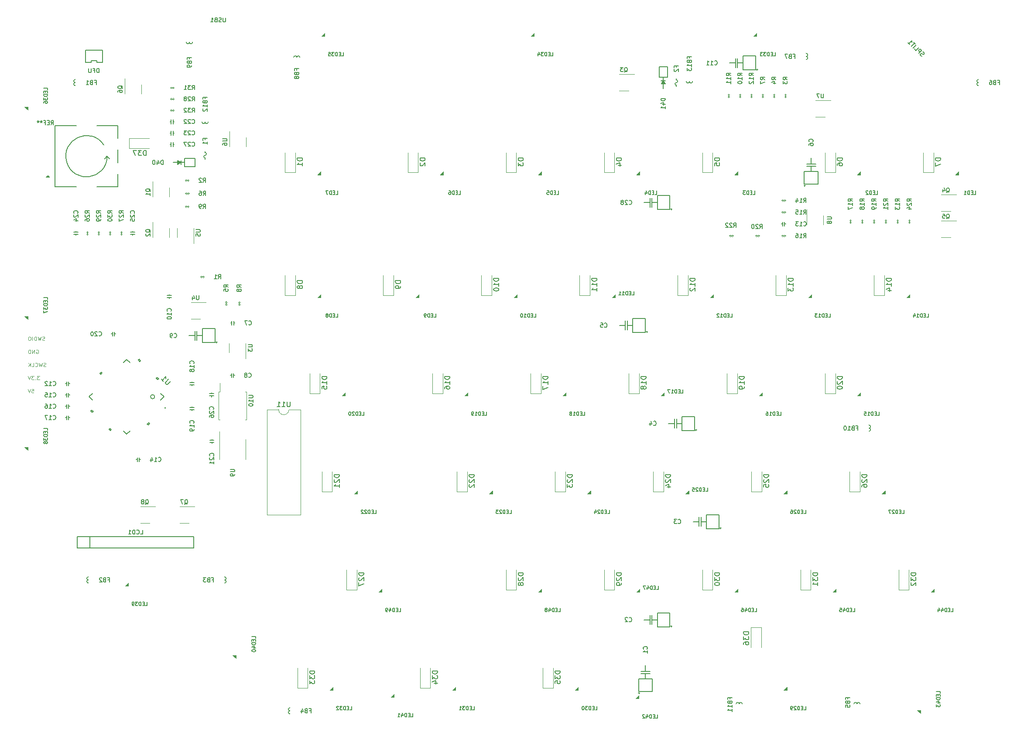
<source format=gbo>
G04 #@! TF.GenerationSoftware,KiCad,Pcbnew,7.0.1*
G04 #@! TF.CreationDate,2023-07-18T11:36:22-07:00*
G04 #@! TF.ProjectId,keyboard-left,6b657962-6f61-4726-942d-6c6566742e6b,rev?*
G04 #@! TF.SameCoordinates,Original*
G04 #@! TF.FileFunction,Legend,Bot*
G04 #@! TF.FilePolarity,Positive*
%FSLAX46Y46*%
G04 Gerber Fmt 4.6, Leading zero omitted, Abs format (unit mm)*
G04 Created by KiCad (PCBNEW 7.0.1) date 2023-07-18 11:36:22*
%MOMM*%
%LPD*%
G01*
G04 APERTURE LIST*
%ADD10C,0.152400*%
%ADD11C,0.100000*%
%ADD12C,0.150000*%
%ADD13C,0.160000*%
%ADD14C,0.120000*%
%ADD15C,0.200000*%
G04 APERTURE END LIST*
D10*
X10740319Y-18346516D02*
X11011252Y-17959469D01*
X11204776Y-18346516D02*
X11204776Y-17533716D01*
X11204776Y-17533716D02*
X10895138Y-17533716D01*
X10895138Y-17533716D02*
X10817728Y-17572421D01*
X10817728Y-17572421D02*
X10779023Y-17611126D01*
X10779023Y-17611126D02*
X10740319Y-17688535D01*
X10740319Y-17688535D02*
X10740319Y-17804650D01*
X10740319Y-17804650D02*
X10779023Y-17882059D01*
X10779023Y-17882059D02*
X10817728Y-17920764D01*
X10817728Y-17920764D02*
X10895138Y-17959469D01*
X10895138Y-17959469D02*
X11204776Y-17959469D01*
X10391976Y-17920764D02*
X10121042Y-17920764D01*
X10004928Y-18346516D02*
X10391976Y-18346516D01*
X10391976Y-18346516D02*
X10391976Y-17533716D01*
X10391976Y-17533716D02*
X10004928Y-17533716D01*
X9385652Y-17920764D02*
X9656586Y-17920764D01*
X9656586Y-18346516D02*
X9656586Y-17533716D01*
X9656586Y-17533716D02*
X9269538Y-17533716D01*
X8843785Y-17533716D02*
X8843785Y-17727240D01*
X9037309Y-17649831D02*
X8843785Y-17727240D01*
X8843785Y-17727240D02*
X8650262Y-17649831D01*
X8959900Y-17882059D02*
X8843785Y-17727240D01*
X8843785Y-17727240D02*
X8727671Y-17882059D01*
X8224509Y-17533716D02*
X8224509Y-17727240D01*
X8418033Y-17649831D02*
X8224509Y-17727240D01*
X8224509Y-17727240D02*
X8030986Y-17649831D01*
X8340624Y-17882059D02*
X8224509Y-17727240D01*
X8224509Y-17727240D02*
X8108395Y-17882059D01*
X148261009Y-38476016D02*
X148531942Y-38088969D01*
X148725466Y-38476016D02*
X148725466Y-37663216D01*
X148725466Y-37663216D02*
X148415828Y-37663216D01*
X148415828Y-37663216D02*
X148338418Y-37701921D01*
X148338418Y-37701921D02*
X148299713Y-37740626D01*
X148299713Y-37740626D02*
X148261009Y-37818035D01*
X148261009Y-37818035D02*
X148261009Y-37934150D01*
X148261009Y-37934150D02*
X148299713Y-38011559D01*
X148299713Y-38011559D02*
X148338418Y-38050264D01*
X148338418Y-38050264D02*
X148415828Y-38088969D01*
X148415828Y-38088969D02*
X148725466Y-38088969D01*
X147951370Y-37740626D02*
X147912666Y-37701921D01*
X147912666Y-37701921D02*
X147835256Y-37663216D01*
X147835256Y-37663216D02*
X147641732Y-37663216D01*
X147641732Y-37663216D02*
X147564323Y-37701921D01*
X147564323Y-37701921D02*
X147525618Y-37740626D01*
X147525618Y-37740626D02*
X147486913Y-37818035D01*
X147486913Y-37818035D02*
X147486913Y-37895445D01*
X147486913Y-37895445D02*
X147525618Y-38011559D01*
X147525618Y-38011559D02*
X147990075Y-38476016D01*
X147990075Y-38476016D02*
X147486913Y-38476016D01*
X146983752Y-37663216D02*
X146906342Y-37663216D01*
X146906342Y-37663216D02*
X146828933Y-37701921D01*
X146828933Y-37701921D02*
X146790228Y-37740626D01*
X146790228Y-37740626D02*
X146751523Y-37818035D01*
X146751523Y-37818035D02*
X146712818Y-37972854D01*
X146712818Y-37972854D02*
X146712818Y-38166378D01*
X146712818Y-38166378D02*
X146751523Y-38321197D01*
X146751523Y-38321197D02*
X146790228Y-38398607D01*
X146790228Y-38398607D02*
X146828933Y-38437312D01*
X146828933Y-38437312D02*
X146906342Y-38476016D01*
X146906342Y-38476016D02*
X146983752Y-38476016D01*
X146983752Y-38476016D02*
X147061161Y-38437312D01*
X147061161Y-38437312D02*
X147099866Y-38398607D01*
X147099866Y-38398607D02*
X147138571Y-38321197D01*
X147138571Y-38321197D02*
X147177275Y-38166378D01*
X147177275Y-38166378D02*
X147177275Y-37972854D01*
X147177275Y-37972854D02*
X147138571Y-37818035D01*
X147138571Y-37818035D02*
X147099866Y-37740626D01*
X147099866Y-37740626D02*
X147061161Y-37701921D01*
X147061161Y-37701921D02*
X146983752Y-37663216D01*
X44053216Y-21050723D02*
X44711197Y-21050723D01*
X44711197Y-21050723D02*
X44788607Y-21089428D01*
X44788607Y-21089428D02*
X44827312Y-21128133D01*
X44827312Y-21128133D02*
X44866016Y-21205542D01*
X44866016Y-21205542D02*
X44866016Y-21360361D01*
X44866016Y-21360361D02*
X44827312Y-21437771D01*
X44827312Y-21437771D02*
X44788607Y-21476476D01*
X44788607Y-21476476D02*
X44711197Y-21515180D01*
X44711197Y-21515180D02*
X44053216Y-21515180D01*
X44053216Y-22250571D02*
X44053216Y-22095752D01*
X44053216Y-22095752D02*
X44091921Y-22018343D01*
X44091921Y-22018343D02*
X44130626Y-21979638D01*
X44130626Y-21979638D02*
X44246740Y-21902228D01*
X44246740Y-21902228D02*
X44401559Y-21863524D01*
X44401559Y-21863524D02*
X44711197Y-21863524D01*
X44711197Y-21863524D02*
X44788607Y-21902228D01*
X44788607Y-21902228D02*
X44827312Y-21940933D01*
X44827312Y-21940933D02*
X44866016Y-22018343D01*
X44866016Y-22018343D02*
X44866016Y-22173162D01*
X44866016Y-22173162D02*
X44827312Y-22250571D01*
X44827312Y-22250571D02*
X44788607Y-22289276D01*
X44788607Y-22289276D02*
X44711197Y-22327981D01*
X44711197Y-22327981D02*
X44517673Y-22327981D01*
X44517673Y-22327981D02*
X44440264Y-22289276D01*
X44440264Y-22289276D02*
X44401559Y-22250571D01*
X44401559Y-22250571D02*
X44362854Y-22173162D01*
X44362854Y-22173162D02*
X44362854Y-22018343D01*
X44362854Y-22018343D02*
X44401559Y-21940933D01*
X44401559Y-21940933D02*
X44440264Y-21902228D01*
X44440264Y-21902228D02*
X44517673Y-21863524D01*
X32484476Y-26036016D02*
X32484476Y-25223216D01*
X32484476Y-25223216D02*
X32290952Y-25223216D01*
X32290952Y-25223216D02*
X32174838Y-25261921D01*
X32174838Y-25261921D02*
X32097428Y-25339331D01*
X32097428Y-25339331D02*
X32058723Y-25416740D01*
X32058723Y-25416740D02*
X32020019Y-25571559D01*
X32020019Y-25571559D02*
X32020019Y-25687673D01*
X32020019Y-25687673D02*
X32058723Y-25842492D01*
X32058723Y-25842492D02*
X32097428Y-25919902D01*
X32097428Y-25919902D02*
X32174838Y-25997312D01*
X32174838Y-25997312D02*
X32290952Y-26036016D01*
X32290952Y-26036016D02*
X32484476Y-26036016D01*
X31323333Y-25494150D02*
X31323333Y-26036016D01*
X31516857Y-25184512D02*
X31710380Y-25765083D01*
X31710380Y-25765083D02*
X31207219Y-25765083D01*
X30742762Y-25223216D02*
X30665352Y-25223216D01*
X30665352Y-25223216D02*
X30587943Y-25261921D01*
X30587943Y-25261921D02*
X30549238Y-25300626D01*
X30549238Y-25300626D02*
X30510533Y-25378035D01*
X30510533Y-25378035D02*
X30471828Y-25532854D01*
X30471828Y-25532854D02*
X30471828Y-25726378D01*
X30471828Y-25726378D02*
X30510533Y-25881197D01*
X30510533Y-25881197D02*
X30549238Y-25958607D01*
X30549238Y-25958607D02*
X30587943Y-25997312D01*
X30587943Y-25997312D02*
X30665352Y-26036016D01*
X30665352Y-26036016D02*
X30742762Y-26036016D01*
X30742762Y-26036016D02*
X30820171Y-25997312D01*
X30820171Y-25997312D02*
X30858876Y-25958607D01*
X30858876Y-25958607D02*
X30897581Y-25881197D01*
X30897581Y-25881197D02*
X30936285Y-25726378D01*
X30936285Y-25726378D02*
X30936285Y-25532854D01*
X30936285Y-25532854D02*
X30897581Y-25378035D01*
X30897581Y-25378035D02*
X30858876Y-25300626D01*
X30858876Y-25300626D02*
X30820171Y-25261921D01*
X30820171Y-25261921D02*
X30742762Y-25223216D01*
X147016016Y-8814990D02*
X146628969Y-8544057D01*
X147016016Y-8350533D02*
X146203216Y-8350533D01*
X146203216Y-8350533D02*
X146203216Y-8660171D01*
X146203216Y-8660171D02*
X146241921Y-8737581D01*
X146241921Y-8737581D02*
X146280626Y-8776286D01*
X146280626Y-8776286D02*
X146358035Y-8814990D01*
X146358035Y-8814990D02*
X146474150Y-8814990D01*
X146474150Y-8814990D02*
X146551559Y-8776286D01*
X146551559Y-8776286D02*
X146590264Y-8737581D01*
X146590264Y-8737581D02*
X146628969Y-8660171D01*
X146628969Y-8660171D02*
X146628969Y-8350533D01*
X147016016Y-9589086D02*
X147016016Y-9124629D01*
X147016016Y-9356857D02*
X146203216Y-9356857D01*
X146203216Y-9356857D02*
X146319331Y-9279448D01*
X146319331Y-9279448D02*
X146396740Y-9202038D01*
X146396740Y-9202038D02*
X146435445Y-9124629D01*
X146280626Y-9898724D02*
X146241921Y-9937428D01*
X146241921Y-9937428D02*
X146203216Y-10014838D01*
X146203216Y-10014838D02*
X146203216Y-10208362D01*
X146203216Y-10208362D02*
X146241921Y-10285771D01*
X146241921Y-10285771D02*
X146280626Y-10324476D01*
X146280626Y-10324476D02*
X146358035Y-10363181D01*
X146358035Y-10363181D02*
X146435445Y-10363181D01*
X146435445Y-10363181D02*
X146551559Y-10324476D01*
X146551559Y-10324476D02*
X147016016Y-9860019D01*
X147016016Y-9860019D02*
X147016016Y-10363181D01*
X177668016Y-33198990D02*
X177280969Y-32928057D01*
X177668016Y-32734533D02*
X176855216Y-32734533D01*
X176855216Y-32734533D02*
X176855216Y-33044171D01*
X176855216Y-33044171D02*
X176893921Y-33121581D01*
X176893921Y-33121581D02*
X176932626Y-33160286D01*
X176932626Y-33160286D02*
X177010035Y-33198990D01*
X177010035Y-33198990D02*
X177126150Y-33198990D01*
X177126150Y-33198990D02*
X177203559Y-33160286D01*
X177203559Y-33160286D02*
X177242264Y-33121581D01*
X177242264Y-33121581D02*
X177280969Y-33044171D01*
X177280969Y-33044171D02*
X177280969Y-32734533D01*
X176932626Y-33508629D02*
X176893921Y-33547333D01*
X176893921Y-33547333D02*
X176855216Y-33624743D01*
X176855216Y-33624743D02*
X176855216Y-33818267D01*
X176855216Y-33818267D02*
X176893921Y-33895676D01*
X176893921Y-33895676D02*
X176932626Y-33934381D01*
X176932626Y-33934381D02*
X177010035Y-33973086D01*
X177010035Y-33973086D02*
X177087445Y-33973086D01*
X177087445Y-33973086D02*
X177203559Y-33934381D01*
X177203559Y-33934381D02*
X177668016Y-33469924D01*
X177668016Y-33469924D02*
X177668016Y-33973086D01*
X177126150Y-34669771D02*
X177668016Y-34669771D01*
X176816512Y-34476247D02*
X177397083Y-34282724D01*
X177397083Y-34282724D02*
X177397083Y-34785885D01*
X49093216Y-70875676D02*
X49751197Y-70875676D01*
X49751197Y-70875676D02*
X49828607Y-70914381D01*
X49828607Y-70914381D02*
X49867312Y-70953086D01*
X49867312Y-70953086D02*
X49906016Y-71030495D01*
X49906016Y-71030495D02*
X49906016Y-71185314D01*
X49906016Y-71185314D02*
X49867312Y-71262724D01*
X49867312Y-71262724D02*
X49828607Y-71301429D01*
X49828607Y-71301429D02*
X49751197Y-71340133D01*
X49751197Y-71340133D02*
X49093216Y-71340133D01*
X49906016Y-72152934D02*
X49906016Y-71688477D01*
X49906016Y-71920705D02*
X49093216Y-71920705D01*
X49093216Y-71920705D02*
X49209331Y-71843296D01*
X49209331Y-71843296D02*
X49286740Y-71765886D01*
X49286740Y-71765886D02*
X49325445Y-71688477D01*
X49093216Y-72656095D02*
X49093216Y-72733505D01*
X49093216Y-72733505D02*
X49131921Y-72810914D01*
X49131921Y-72810914D02*
X49170626Y-72849619D01*
X49170626Y-72849619D02*
X49248035Y-72888324D01*
X49248035Y-72888324D02*
X49402854Y-72927029D01*
X49402854Y-72927029D02*
X49596378Y-72927029D01*
X49596378Y-72927029D02*
X49751197Y-72888324D01*
X49751197Y-72888324D02*
X49828607Y-72849619D01*
X49828607Y-72849619D02*
X49867312Y-72810914D01*
X49867312Y-72810914D02*
X49906016Y-72733505D01*
X49906016Y-72733505D02*
X49906016Y-72656095D01*
X49906016Y-72656095D02*
X49867312Y-72578686D01*
X49867312Y-72578686D02*
X49828607Y-72539981D01*
X49828607Y-72539981D02*
X49751197Y-72501276D01*
X49751197Y-72501276D02*
X49596378Y-72462572D01*
X49596378Y-72462572D02*
X49402854Y-72462572D01*
X49402854Y-72462572D02*
X49248035Y-72501276D01*
X49248035Y-72501276D02*
X49170626Y-72539981D01*
X49170626Y-72539981D02*
X49131921Y-72578686D01*
X49131921Y-72578686D02*
X49093216Y-72656095D01*
X20020019Y-59226607D02*
X20058723Y-59265312D01*
X20058723Y-59265312D02*
X20174838Y-59304016D01*
X20174838Y-59304016D02*
X20252247Y-59304016D01*
X20252247Y-59304016D02*
X20368361Y-59265312D01*
X20368361Y-59265312D02*
X20445771Y-59187902D01*
X20445771Y-59187902D02*
X20484476Y-59110492D01*
X20484476Y-59110492D02*
X20523180Y-58955673D01*
X20523180Y-58955673D02*
X20523180Y-58839559D01*
X20523180Y-58839559D02*
X20484476Y-58684740D01*
X20484476Y-58684740D02*
X20445771Y-58607331D01*
X20445771Y-58607331D02*
X20368361Y-58529921D01*
X20368361Y-58529921D02*
X20252247Y-58491216D01*
X20252247Y-58491216D02*
X20174838Y-58491216D01*
X20174838Y-58491216D02*
X20058723Y-58529921D01*
X20058723Y-58529921D02*
X20020019Y-58568626D01*
X19710380Y-58568626D02*
X19671676Y-58529921D01*
X19671676Y-58529921D02*
X19594266Y-58491216D01*
X19594266Y-58491216D02*
X19400742Y-58491216D01*
X19400742Y-58491216D02*
X19323333Y-58529921D01*
X19323333Y-58529921D02*
X19284628Y-58568626D01*
X19284628Y-58568626D02*
X19245923Y-58646035D01*
X19245923Y-58646035D02*
X19245923Y-58723445D01*
X19245923Y-58723445D02*
X19284628Y-58839559D01*
X19284628Y-58839559D02*
X19749085Y-59304016D01*
X19749085Y-59304016D02*
X19245923Y-59304016D01*
X18742762Y-58491216D02*
X18665352Y-58491216D01*
X18665352Y-58491216D02*
X18587943Y-58529921D01*
X18587943Y-58529921D02*
X18549238Y-58568626D01*
X18549238Y-58568626D02*
X18510533Y-58646035D01*
X18510533Y-58646035D02*
X18471828Y-58800854D01*
X18471828Y-58800854D02*
X18471828Y-58994378D01*
X18471828Y-58994378D02*
X18510533Y-59149197D01*
X18510533Y-59149197D02*
X18549238Y-59226607D01*
X18549238Y-59226607D02*
X18587943Y-59265312D01*
X18587943Y-59265312D02*
X18665352Y-59304016D01*
X18665352Y-59304016D02*
X18742762Y-59304016D01*
X18742762Y-59304016D02*
X18820171Y-59265312D01*
X18820171Y-59265312D02*
X18858876Y-59226607D01*
X18858876Y-59226607D02*
X18897581Y-59149197D01*
X18897581Y-59149197D02*
X18936285Y-58994378D01*
X18936285Y-58994378D02*
X18936285Y-58800854D01*
X18936285Y-58800854D02*
X18897581Y-58646035D01*
X18897581Y-58646035D02*
X18858876Y-58568626D01*
X18858876Y-58568626D02*
X18820171Y-58529921D01*
X18820171Y-58529921D02*
X18742762Y-58491216D01*
X168524016Y-33198990D02*
X168136969Y-32928057D01*
X168524016Y-32734533D02*
X167711216Y-32734533D01*
X167711216Y-32734533D02*
X167711216Y-33044171D01*
X167711216Y-33044171D02*
X167749921Y-33121581D01*
X167749921Y-33121581D02*
X167788626Y-33160286D01*
X167788626Y-33160286D02*
X167866035Y-33198990D01*
X167866035Y-33198990D02*
X167982150Y-33198990D01*
X167982150Y-33198990D02*
X168059559Y-33160286D01*
X168059559Y-33160286D02*
X168098264Y-33121581D01*
X168098264Y-33121581D02*
X168136969Y-33044171D01*
X168136969Y-33044171D02*
X168136969Y-32734533D01*
X168524016Y-33973086D02*
X168524016Y-33508629D01*
X168524016Y-33740857D02*
X167711216Y-33740857D01*
X167711216Y-33740857D02*
X167827331Y-33663448D01*
X167827331Y-33663448D02*
X167904740Y-33586038D01*
X167904740Y-33586038D02*
X167943445Y-33508629D01*
X168059559Y-34437543D02*
X168020854Y-34360133D01*
X168020854Y-34360133D02*
X167982150Y-34321428D01*
X167982150Y-34321428D02*
X167904740Y-34282724D01*
X167904740Y-34282724D02*
X167866035Y-34282724D01*
X167866035Y-34282724D02*
X167788626Y-34321428D01*
X167788626Y-34321428D02*
X167749921Y-34360133D01*
X167749921Y-34360133D02*
X167711216Y-34437543D01*
X167711216Y-34437543D02*
X167711216Y-34592362D01*
X167711216Y-34592362D02*
X167749921Y-34669771D01*
X167749921Y-34669771D02*
X167788626Y-34708476D01*
X167788626Y-34708476D02*
X167866035Y-34747181D01*
X167866035Y-34747181D02*
X167904740Y-34747181D01*
X167904740Y-34747181D02*
X167982150Y-34708476D01*
X167982150Y-34708476D02*
X168020854Y-34669771D01*
X168020854Y-34669771D02*
X168059559Y-34592362D01*
X168059559Y-34592362D02*
X168059559Y-34437543D01*
X168059559Y-34437543D02*
X168098264Y-34360133D01*
X168098264Y-34360133D02*
X168136969Y-34321428D01*
X168136969Y-34321428D02*
X168214378Y-34282724D01*
X168214378Y-34282724D02*
X168369197Y-34282724D01*
X168369197Y-34282724D02*
X168446607Y-34321428D01*
X168446607Y-34321428D02*
X168485312Y-34360133D01*
X168485312Y-34360133D02*
X168524016Y-34437543D01*
X168524016Y-34437543D02*
X168524016Y-34592362D01*
X168524016Y-34592362D02*
X168485312Y-34669771D01*
X168485312Y-34669771D02*
X168446607Y-34708476D01*
X168446607Y-34708476D02*
X168369197Y-34747181D01*
X168369197Y-34747181D02*
X168214378Y-34747181D01*
X168214378Y-34747181D02*
X168136969Y-34708476D01*
X168136969Y-34708476D02*
X168098264Y-34669771D01*
X168098264Y-34669771D02*
X168059559Y-34592362D01*
X132030264Y-7153676D02*
X132030264Y-6882742D01*
X132456016Y-6882742D02*
X131643216Y-6882742D01*
X131643216Y-6882742D02*
X131643216Y-7269790D01*
X131720626Y-7540724D02*
X131681921Y-7579428D01*
X131681921Y-7579428D02*
X131643216Y-7656838D01*
X131643216Y-7656838D02*
X131643216Y-7850362D01*
X131643216Y-7850362D02*
X131681921Y-7927771D01*
X131681921Y-7927771D02*
X131720626Y-7966476D01*
X131720626Y-7966476D02*
X131798035Y-8005181D01*
X131798035Y-8005181D02*
X131875445Y-8005181D01*
X131875445Y-8005181D02*
X131991559Y-7966476D01*
X131991559Y-7966476D02*
X132456016Y-7502019D01*
X132456016Y-7502019D02*
X132456016Y-8005181D01*
X11130019Y-73278607D02*
X11168723Y-73317312D01*
X11168723Y-73317312D02*
X11284838Y-73356016D01*
X11284838Y-73356016D02*
X11362247Y-73356016D01*
X11362247Y-73356016D02*
X11478361Y-73317312D01*
X11478361Y-73317312D02*
X11555771Y-73239902D01*
X11555771Y-73239902D02*
X11594476Y-73162492D01*
X11594476Y-73162492D02*
X11633180Y-73007673D01*
X11633180Y-73007673D02*
X11633180Y-72891559D01*
X11633180Y-72891559D02*
X11594476Y-72736740D01*
X11594476Y-72736740D02*
X11555771Y-72659331D01*
X11555771Y-72659331D02*
X11478361Y-72581921D01*
X11478361Y-72581921D02*
X11362247Y-72543216D01*
X11362247Y-72543216D02*
X11284838Y-72543216D01*
X11284838Y-72543216D02*
X11168723Y-72581921D01*
X11168723Y-72581921D02*
X11130019Y-72620626D01*
X10355923Y-73356016D02*
X10820380Y-73356016D01*
X10588152Y-73356016D02*
X10588152Y-72543216D01*
X10588152Y-72543216D02*
X10665561Y-72659331D01*
X10665561Y-72659331D02*
X10742971Y-72736740D01*
X10742971Y-72736740D02*
X10820380Y-72775445D01*
X9659238Y-72543216D02*
X9814057Y-72543216D01*
X9814057Y-72543216D02*
X9891466Y-72581921D01*
X9891466Y-72581921D02*
X9930171Y-72620626D01*
X9930171Y-72620626D02*
X10007581Y-72736740D01*
X10007581Y-72736740D02*
X10046285Y-72891559D01*
X10046285Y-72891559D02*
X10046285Y-73201197D01*
X10046285Y-73201197D02*
X10007581Y-73278607D01*
X10007581Y-73278607D02*
X9968876Y-73317312D01*
X9968876Y-73317312D02*
X9891466Y-73356016D01*
X9891466Y-73356016D02*
X9736647Y-73356016D01*
X9736647Y-73356016D02*
X9659238Y-73317312D01*
X9659238Y-73317312D02*
X9620533Y-73278607D01*
X9620533Y-73278607D02*
X9581828Y-73201197D01*
X9581828Y-73201197D02*
X9581828Y-73007673D01*
X9581828Y-73007673D02*
X9620533Y-72930264D01*
X9620533Y-72930264D02*
X9659238Y-72891559D01*
X9659238Y-72891559D02*
X9736647Y-72852854D01*
X9736647Y-72852854D02*
X9891466Y-72852854D01*
X9891466Y-72852854D02*
X9968876Y-72891559D01*
X9968876Y-72891559D02*
X10007581Y-72930264D01*
X10007581Y-72930264D02*
X10046285Y-73007673D01*
X184481409Y-31481426D02*
X184558819Y-31442721D01*
X184558819Y-31442721D02*
X184636228Y-31365312D01*
X184636228Y-31365312D02*
X184752342Y-31249197D01*
X184752342Y-31249197D02*
X184829752Y-31210492D01*
X184829752Y-31210492D02*
X184907161Y-31210492D01*
X184868457Y-31404016D02*
X184945866Y-31365312D01*
X184945866Y-31365312D02*
X185023276Y-31287902D01*
X185023276Y-31287902D02*
X185061980Y-31133083D01*
X185061980Y-31133083D02*
X185061980Y-30862150D01*
X185061980Y-30862150D02*
X185023276Y-30707331D01*
X185023276Y-30707331D02*
X184945866Y-30629921D01*
X184945866Y-30629921D02*
X184868457Y-30591216D01*
X184868457Y-30591216D02*
X184713638Y-30591216D01*
X184713638Y-30591216D02*
X184636228Y-30629921D01*
X184636228Y-30629921D02*
X184558819Y-30707331D01*
X184558819Y-30707331D02*
X184520114Y-30862150D01*
X184520114Y-30862150D02*
X184520114Y-31133083D01*
X184520114Y-31133083D02*
X184558819Y-31287902D01*
X184558819Y-31287902D02*
X184636228Y-31365312D01*
X184636228Y-31365312D02*
X184713638Y-31404016D01*
X184713638Y-31404016D02*
X184868457Y-31404016D01*
X183823428Y-30862150D02*
X183823428Y-31404016D01*
X184016952Y-30552512D02*
X184210475Y-31133083D01*
X184210475Y-31133083D02*
X183707314Y-31133083D01*
X34003107Y-54510280D02*
X34041812Y-54471576D01*
X34041812Y-54471576D02*
X34080516Y-54355461D01*
X34080516Y-54355461D02*
X34080516Y-54278052D01*
X34080516Y-54278052D02*
X34041812Y-54161938D01*
X34041812Y-54161938D02*
X33964402Y-54084528D01*
X33964402Y-54084528D02*
X33886992Y-54045823D01*
X33886992Y-54045823D02*
X33732173Y-54007119D01*
X33732173Y-54007119D02*
X33616059Y-54007119D01*
X33616059Y-54007119D02*
X33461240Y-54045823D01*
X33461240Y-54045823D02*
X33383831Y-54084528D01*
X33383831Y-54084528D02*
X33306421Y-54161938D01*
X33306421Y-54161938D02*
X33267716Y-54278052D01*
X33267716Y-54278052D02*
X33267716Y-54355461D01*
X33267716Y-54355461D02*
X33306421Y-54471576D01*
X33306421Y-54471576D02*
X33345126Y-54510280D01*
X34080516Y-55284376D02*
X34080516Y-54819919D01*
X34080516Y-55052147D02*
X33267716Y-55052147D01*
X33267716Y-55052147D02*
X33383831Y-54974738D01*
X33383831Y-54974738D02*
X33461240Y-54897328D01*
X33461240Y-54897328D02*
X33499945Y-54819919D01*
X33267716Y-55787537D02*
X33267716Y-55864947D01*
X33267716Y-55864947D02*
X33306421Y-55942356D01*
X33306421Y-55942356D02*
X33345126Y-55981061D01*
X33345126Y-55981061D02*
X33422535Y-56019766D01*
X33422535Y-56019766D02*
X33577354Y-56058471D01*
X33577354Y-56058471D02*
X33770878Y-56058471D01*
X33770878Y-56058471D02*
X33925697Y-56019766D01*
X33925697Y-56019766D02*
X34003107Y-55981061D01*
X34003107Y-55981061D02*
X34041812Y-55942356D01*
X34041812Y-55942356D02*
X34080516Y-55864947D01*
X34080516Y-55864947D02*
X34080516Y-55787537D01*
X34080516Y-55787537D02*
X34041812Y-55710128D01*
X34041812Y-55710128D02*
X34003107Y-55671423D01*
X34003107Y-55671423D02*
X33925697Y-55632718D01*
X33925697Y-55632718D02*
X33770878Y-55594014D01*
X33770878Y-55594014D02*
X33577354Y-55594014D01*
X33577354Y-55594014D02*
X33422535Y-55632718D01*
X33422535Y-55632718D02*
X33345126Y-55671423D01*
X33345126Y-55671423D02*
X33306421Y-55710128D01*
X33306421Y-55710128D02*
X33267716Y-55787537D01*
X22556016Y-35503990D02*
X22168969Y-35233057D01*
X22556016Y-35039533D02*
X21743216Y-35039533D01*
X21743216Y-35039533D02*
X21743216Y-35349171D01*
X21743216Y-35349171D02*
X21781921Y-35426581D01*
X21781921Y-35426581D02*
X21820626Y-35465286D01*
X21820626Y-35465286D02*
X21898035Y-35503990D01*
X21898035Y-35503990D02*
X22014150Y-35503990D01*
X22014150Y-35503990D02*
X22091559Y-35465286D01*
X22091559Y-35465286D02*
X22130264Y-35426581D01*
X22130264Y-35426581D02*
X22168969Y-35349171D01*
X22168969Y-35349171D02*
X22168969Y-35039533D01*
X21743216Y-35774924D02*
X21743216Y-36278086D01*
X21743216Y-36278086D02*
X22052854Y-36007152D01*
X22052854Y-36007152D02*
X22052854Y-36123267D01*
X22052854Y-36123267D02*
X22091559Y-36200676D01*
X22091559Y-36200676D02*
X22130264Y-36239381D01*
X22130264Y-36239381D02*
X22207673Y-36278086D01*
X22207673Y-36278086D02*
X22401197Y-36278086D01*
X22401197Y-36278086D02*
X22478607Y-36239381D01*
X22478607Y-36239381D02*
X22517312Y-36200676D01*
X22517312Y-36200676D02*
X22556016Y-36123267D01*
X22556016Y-36123267D02*
X22556016Y-35891038D01*
X22556016Y-35891038D02*
X22517312Y-35813629D01*
X22517312Y-35813629D02*
X22478607Y-35774924D01*
X21743216Y-36781247D02*
X21743216Y-36858657D01*
X21743216Y-36858657D02*
X21781921Y-36936066D01*
X21781921Y-36936066D02*
X21820626Y-36974771D01*
X21820626Y-36974771D02*
X21898035Y-37013476D01*
X21898035Y-37013476D02*
X22052854Y-37052181D01*
X22052854Y-37052181D02*
X22246378Y-37052181D01*
X22246378Y-37052181D02*
X22401197Y-37013476D01*
X22401197Y-37013476D02*
X22478607Y-36974771D01*
X22478607Y-36974771D02*
X22517312Y-36936066D01*
X22517312Y-36936066D02*
X22556016Y-36858657D01*
X22556016Y-36858657D02*
X22556016Y-36781247D01*
X22556016Y-36781247D02*
X22517312Y-36703838D01*
X22517312Y-36703838D02*
X22478607Y-36665133D01*
X22478607Y-36665133D02*
X22401197Y-36626428D01*
X22401197Y-36626428D02*
X22246378Y-36587724D01*
X22246378Y-36587724D02*
X22052854Y-36587724D01*
X22052854Y-36587724D02*
X21898035Y-36626428D01*
X21898035Y-36626428D02*
X21820626Y-36665133D01*
X21820626Y-36665133D02*
X21781921Y-36703838D01*
X21781921Y-36703838D02*
X21743216Y-36781247D01*
X39403776Y-51474516D02*
X39403776Y-52132497D01*
X39403776Y-52132497D02*
X39365071Y-52209907D01*
X39365071Y-52209907D02*
X39326366Y-52248612D01*
X39326366Y-52248612D02*
X39248957Y-52287316D01*
X39248957Y-52287316D02*
X39094138Y-52287316D01*
X39094138Y-52287316D02*
X39016728Y-52248612D01*
X39016728Y-52248612D02*
X38978023Y-52209907D01*
X38978023Y-52209907D02*
X38939319Y-52132497D01*
X38939319Y-52132497D02*
X38939319Y-51474516D01*
X38203928Y-51745450D02*
X38203928Y-52287316D01*
X38397452Y-51435812D02*
X38590975Y-52016383D01*
X38590975Y-52016383D02*
X38087814Y-52016383D01*
X156793009Y-35682016D02*
X157063942Y-35294969D01*
X157257466Y-35682016D02*
X157257466Y-34869216D01*
X157257466Y-34869216D02*
X156947828Y-34869216D01*
X156947828Y-34869216D02*
X156870418Y-34907921D01*
X156870418Y-34907921D02*
X156831713Y-34946626D01*
X156831713Y-34946626D02*
X156793009Y-35024035D01*
X156793009Y-35024035D02*
X156793009Y-35140150D01*
X156793009Y-35140150D02*
X156831713Y-35217559D01*
X156831713Y-35217559D02*
X156870418Y-35256264D01*
X156870418Y-35256264D02*
X156947828Y-35294969D01*
X156947828Y-35294969D02*
X157257466Y-35294969D01*
X156018913Y-35682016D02*
X156483370Y-35682016D01*
X156251142Y-35682016D02*
X156251142Y-34869216D01*
X156251142Y-34869216D02*
X156328551Y-34985331D01*
X156328551Y-34985331D02*
X156405961Y-35062740D01*
X156405961Y-35062740D02*
X156483370Y-35101445D01*
X155283523Y-34869216D02*
X155670571Y-34869216D01*
X155670571Y-34869216D02*
X155709275Y-35256264D01*
X155709275Y-35256264D02*
X155670571Y-35217559D01*
X155670571Y-35217559D02*
X155593161Y-35178854D01*
X155593161Y-35178854D02*
X155399637Y-35178854D01*
X155399637Y-35178854D02*
X155322228Y-35217559D01*
X155322228Y-35217559D02*
X155283523Y-35256264D01*
X155283523Y-35256264D02*
X155244818Y-35333673D01*
X155244818Y-35333673D02*
X155244818Y-35527197D01*
X155244818Y-35527197D02*
X155283523Y-35604607D01*
X155283523Y-35604607D02*
X155322228Y-35643312D01*
X155322228Y-35643312D02*
X155399637Y-35682016D01*
X155399637Y-35682016D02*
X155593161Y-35682016D01*
X155593161Y-35682016D02*
X155670571Y-35643312D01*
X155670571Y-35643312D02*
X155709275Y-35604607D01*
X29039409Y-91999426D02*
X29116819Y-91960721D01*
X29116819Y-91960721D02*
X29194228Y-91883312D01*
X29194228Y-91883312D02*
X29310342Y-91767197D01*
X29310342Y-91767197D02*
X29387752Y-91728492D01*
X29387752Y-91728492D02*
X29465161Y-91728492D01*
X29426457Y-91922016D02*
X29503866Y-91883312D01*
X29503866Y-91883312D02*
X29581276Y-91805902D01*
X29581276Y-91805902D02*
X29619980Y-91651083D01*
X29619980Y-91651083D02*
X29619980Y-91380150D01*
X29619980Y-91380150D02*
X29581276Y-91225331D01*
X29581276Y-91225331D02*
X29503866Y-91147921D01*
X29503866Y-91147921D02*
X29426457Y-91109216D01*
X29426457Y-91109216D02*
X29271638Y-91109216D01*
X29271638Y-91109216D02*
X29194228Y-91147921D01*
X29194228Y-91147921D02*
X29116819Y-91225331D01*
X29116819Y-91225331D02*
X29078114Y-91380150D01*
X29078114Y-91380150D02*
X29078114Y-91651083D01*
X29078114Y-91651083D02*
X29116819Y-91805902D01*
X29116819Y-91805902D02*
X29194228Y-91883312D01*
X29194228Y-91883312D02*
X29271638Y-91922016D01*
X29271638Y-91922016D02*
X29426457Y-91922016D01*
X28613656Y-91457559D02*
X28691066Y-91418854D01*
X28691066Y-91418854D02*
X28729771Y-91380150D01*
X28729771Y-91380150D02*
X28768475Y-91302740D01*
X28768475Y-91302740D02*
X28768475Y-91264035D01*
X28768475Y-91264035D02*
X28729771Y-91186626D01*
X28729771Y-91186626D02*
X28691066Y-91147921D01*
X28691066Y-91147921D02*
X28613656Y-91109216D01*
X28613656Y-91109216D02*
X28458837Y-91109216D01*
X28458837Y-91109216D02*
X28381428Y-91147921D01*
X28381428Y-91147921D02*
X28342723Y-91186626D01*
X28342723Y-91186626D02*
X28304018Y-91264035D01*
X28304018Y-91264035D02*
X28304018Y-91302740D01*
X28304018Y-91302740D02*
X28342723Y-91380150D01*
X28342723Y-91380150D02*
X28381428Y-91418854D01*
X28381428Y-91418854D02*
X28458837Y-91457559D01*
X28458837Y-91457559D02*
X28613656Y-91457559D01*
X28613656Y-91457559D02*
X28691066Y-91496264D01*
X28691066Y-91496264D02*
X28729771Y-91534969D01*
X28729771Y-91534969D02*
X28768475Y-91612378D01*
X28768475Y-91612378D02*
X28768475Y-91767197D01*
X28768475Y-91767197D02*
X28729771Y-91844607D01*
X28729771Y-91844607D02*
X28691066Y-91883312D01*
X28691066Y-91883312D02*
X28613656Y-91922016D01*
X28613656Y-91922016D02*
X28458837Y-91922016D01*
X28458837Y-91922016D02*
X28381428Y-91883312D01*
X28381428Y-91883312D02*
X28342723Y-91844607D01*
X28342723Y-91844607D02*
X28304018Y-91767197D01*
X28304018Y-91767197D02*
X28304018Y-91612378D01*
X28304018Y-91612378D02*
X28342723Y-91534969D01*
X28342723Y-91534969D02*
X28381428Y-91496264D01*
X28381428Y-91496264D02*
X28458837Y-91457559D01*
X156793009Y-33396016D02*
X157063942Y-33008969D01*
X157257466Y-33396016D02*
X157257466Y-32583216D01*
X157257466Y-32583216D02*
X156947828Y-32583216D01*
X156947828Y-32583216D02*
X156870418Y-32621921D01*
X156870418Y-32621921D02*
X156831713Y-32660626D01*
X156831713Y-32660626D02*
X156793009Y-32738035D01*
X156793009Y-32738035D02*
X156793009Y-32854150D01*
X156793009Y-32854150D02*
X156831713Y-32931559D01*
X156831713Y-32931559D02*
X156870418Y-32970264D01*
X156870418Y-32970264D02*
X156947828Y-33008969D01*
X156947828Y-33008969D02*
X157257466Y-33008969D01*
X156018913Y-33396016D02*
X156483370Y-33396016D01*
X156251142Y-33396016D02*
X156251142Y-32583216D01*
X156251142Y-32583216D02*
X156328551Y-32699331D01*
X156328551Y-32699331D02*
X156405961Y-32776740D01*
X156405961Y-32776740D02*
X156483370Y-32815445D01*
X155322228Y-32854150D02*
X155322228Y-33396016D01*
X155515752Y-32544512D02*
X155709275Y-33125083D01*
X155709275Y-33125083D02*
X155206114Y-33125083D01*
X58370264Y-7726457D02*
X58370264Y-7455523D01*
X58796016Y-7455523D02*
X57983216Y-7455523D01*
X57983216Y-7455523D02*
X57983216Y-7842571D01*
X58370264Y-8423143D02*
X58408969Y-8539257D01*
X58408969Y-8539257D02*
X58447673Y-8577962D01*
X58447673Y-8577962D02*
X58525083Y-8616666D01*
X58525083Y-8616666D02*
X58641197Y-8616666D01*
X58641197Y-8616666D02*
X58718607Y-8577962D01*
X58718607Y-8577962D02*
X58757312Y-8539257D01*
X58757312Y-8539257D02*
X58796016Y-8461847D01*
X58796016Y-8461847D02*
X58796016Y-8152209D01*
X58796016Y-8152209D02*
X57983216Y-8152209D01*
X57983216Y-8152209D02*
X57983216Y-8423143D01*
X57983216Y-8423143D02*
X58021921Y-8500552D01*
X58021921Y-8500552D02*
X58060626Y-8539257D01*
X58060626Y-8539257D02*
X58138035Y-8577962D01*
X58138035Y-8577962D02*
X58215445Y-8577962D01*
X58215445Y-8577962D02*
X58292854Y-8539257D01*
X58292854Y-8539257D02*
X58331559Y-8500552D01*
X58331559Y-8500552D02*
X58370264Y-8423143D01*
X58370264Y-8423143D02*
X58370264Y-8152209D01*
X58331559Y-9081124D02*
X58292854Y-9003714D01*
X58292854Y-9003714D02*
X58254150Y-8965009D01*
X58254150Y-8965009D02*
X58176740Y-8926305D01*
X58176740Y-8926305D02*
X58138035Y-8926305D01*
X58138035Y-8926305D02*
X58060626Y-8965009D01*
X58060626Y-8965009D02*
X58021921Y-9003714D01*
X58021921Y-9003714D02*
X57983216Y-9081124D01*
X57983216Y-9081124D02*
X57983216Y-9235943D01*
X57983216Y-9235943D02*
X58021921Y-9313352D01*
X58021921Y-9313352D02*
X58060626Y-9352057D01*
X58060626Y-9352057D02*
X58138035Y-9390762D01*
X58138035Y-9390762D02*
X58176740Y-9390762D01*
X58176740Y-9390762D02*
X58254150Y-9352057D01*
X58254150Y-9352057D02*
X58292854Y-9313352D01*
X58292854Y-9313352D02*
X58331559Y-9235943D01*
X58331559Y-9235943D02*
X58331559Y-9081124D01*
X58331559Y-9081124D02*
X58370264Y-9003714D01*
X58370264Y-9003714D02*
X58408969Y-8965009D01*
X58408969Y-8965009D02*
X58486378Y-8926305D01*
X58486378Y-8926305D02*
X58641197Y-8926305D01*
X58641197Y-8926305D02*
X58718607Y-8965009D01*
X58718607Y-8965009D02*
X58757312Y-9003714D01*
X58757312Y-9003714D02*
X58796016Y-9081124D01*
X58796016Y-9081124D02*
X58796016Y-9235943D01*
X58796016Y-9235943D02*
X58757312Y-9313352D01*
X58757312Y-9313352D02*
X58718607Y-9352057D01*
X58718607Y-9352057D02*
X58641197Y-9390762D01*
X58641197Y-9390762D02*
X58486378Y-9390762D01*
X58486378Y-9390762D02*
X58408969Y-9352057D01*
X58408969Y-9352057D02*
X58370264Y-9313352D01*
X58370264Y-9313352D02*
X58331559Y-9235943D01*
X31571009Y-83610607D02*
X31609713Y-83649312D01*
X31609713Y-83649312D02*
X31725828Y-83688016D01*
X31725828Y-83688016D02*
X31803237Y-83688016D01*
X31803237Y-83688016D02*
X31919351Y-83649312D01*
X31919351Y-83649312D02*
X31996761Y-83571902D01*
X31996761Y-83571902D02*
X32035466Y-83494492D01*
X32035466Y-83494492D02*
X32074170Y-83339673D01*
X32074170Y-83339673D02*
X32074170Y-83223559D01*
X32074170Y-83223559D02*
X32035466Y-83068740D01*
X32035466Y-83068740D02*
X31996761Y-82991331D01*
X31996761Y-82991331D02*
X31919351Y-82913921D01*
X31919351Y-82913921D02*
X31803237Y-82875216D01*
X31803237Y-82875216D02*
X31725828Y-82875216D01*
X31725828Y-82875216D02*
X31609713Y-82913921D01*
X31609713Y-82913921D02*
X31571009Y-82952626D01*
X30796913Y-83688016D02*
X31261370Y-83688016D01*
X31029142Y-83688016D02*
X31029142Y-82875216D01*
X31029142Y-82875216D02*
X31106551Y-82991331D01*
X31106551Y-82991331D02*
X31183961Y-83068740D01*
X31183961Y-83068740D02*
X31261370Y-83107445D01*
X30100228Y-83146150D02*
X30100228Y-83688016D01*
X30293752Y-82836512D02*
X30487275Y-83417083D01*
X30487275Y-83417083D02*
X29984114Y-83417083D01*
X139506019Y-6648607D02*
X139544723Y-6687312D01*
X139544723Y-6687312D02*
X139660838Y-6726016D01*
X139660838Y-6726016D02*
X139738247Y-6726016D01*
X139738247Y-6726016D02*
X139854361Y-6687312D01*
X139854361Y-6687312D02*
X139931771Y-6609902D01*
X139931771Y-6609902D02*
X139970476Y-6532492D01*
X139970476Y-6532492D02*
X140009180Y-6377673D01*
X140009180Y-6377673D02*
X140009180Y-6261559D01*
X140009180Y-6261559D02*
X139970476Y-6106740D01*
X139970476Y-6106740D02*
X139931771Y-6029331D01*
X139931771Y-6029331D02*
X139854361Y-5951921D01*
X139854361Y-5951921D02*
X139738247Y-5913216D01*
X139738247Y-5913216D02*
X139660838Y-5913216D01*
X139660838Y-5913216D02*
X139544723Y-5951921D01*
X139544723Y-5951921D02*
X139506019Y-5990626D01*
X138731923Y-6726016D02*
X139196380Y-6726016D01*
X138964152Y-6726016D02*
X138964152Y-5913216D01*
X138964152Y-5913216D02*
X139041561Y-6029331D01*
X139041561Y-6029331D02*
X139118971Y-6106740D01*
X139118971Y-6106740D02*
X139196380Y-6145445D01*
X137957828Y-6726016D02*
X138422285Y-6726016D01*
X138190057Y-6726016D02*
X138190057Y-5913216D01*
X138190057Y-5913216D02*
X138267466Y-6029331D01*
X138267466Y-6029331D02*
X138344876Y-6106740D01*
X138344876Y-6106740D02*
X138422285Y-6145445D01*
X38893216Y-38670723D02*
X39551197Y-38670723D01*
X39551197Y-38670723D02*
X39628607Y-38709428D01*
X39628607Y-38709428D02*
X39667312Y-38748133D01*
X39667312Y-38748133D02*
X39706016Y-38825542D01*
X39706016Y-38825542D02*
X39706016Y-38980361D01*
X39706016Y-38980361D02*
X39667312Y-39057771D01*
X39667312Y-39057771D02*
X39628607Y-39096476D01*
X39628607Y-39096476D02*
X39551197Y-39135180D01*
X39551197Y-39135180D02*
X38893216Y-39135180D01*
X38893216Y-39909276D02*
X38893216Y-39522228D01*
X38893216Y-39522228D02*
X39280264Y-39483524D01*
X39280264Y-39483524D02*
X39241559Y-39522228D01*
X39241559Y-39522228D02*
X39202854Y-39599638D01*
X39202854Y-39599638D02*
X39202854Y-39793162D01*
X39202854Y-39793162D02*
X39241559Y-39870571D01*
X39241559Y-39870571D02*
X39280264Y-39909276D01*
X39280264Y-39909276D02*
X39357673Y-39947981D01*
X39357673Y-39947981D02*
X39551197Y-39947981D01*
X39551197Y-39947981D02*
X39628607Y-39909276D01*
X39628607Y-39909276D02*
X39667312Y-39870571D01*
X39667312Y-39870571D02*
X39706016Y-39793162D01*
X39706016Y-39793162D02*
X39706016Y-39599638D01*
X39706016Y-39599638D02*
X39667312Y-39522228D01*
X39667312Y-39522228D02*
X39628607Y-39483524D01*
X149216016Y-9589085D02*
X148828969Y-9318152D01*
X149216016Y-9124628D02*
X148403216Y-9124628D01*
X148403216Y-9124628D02*
X148403216Y-9434266D01*
X148403216Y-9434266D02*
X148441921Y-9511676D01*
X148441921Y-9511676D02*
X148480626Y-9550381D01*
X148480626Y-9550381D02*
X148558035Y-9589085D01*
X148558035Y-9589085D02*
X148674150Y-9589085D01*
X148674150Y-9589085D02*
X148751559Y-9550381D01*
X148751559Y-9550381D02*
X148790264Y-9511676D01*
X148790264Y-9511676D02*
X148828969Y-9434266D01*
X148828969Y-9434266D02*
X148828969Y-9124628D01*
X148403216Y-9860019D02*
X148403216Y-10401885D01*
X148403216Y-10401885D02*
X149216016Y-10053543D01*
X144816016Y-8814990D02*
X144428969Y-8544057D01*
X144816016Y-8350533D02*
X144003216Y-8350533D01*
X144003216Y-8350533D02*
X144003216Y-8660171D01*
X144003216Y-8660171D02*
X144041921Y-8737581D01*
X144041921Y-8737581D02*
X144080626Y-8776286D01*
X144080626Y-8776286D02*
X144158035Y-8814990D01*
X144158035Y-8814990D02*
X144274150Y-8814990D01*
X144274150Y-8814990D02*
X144351559Y-8776286D01*
X144351559Y-8776286D02*
X144390264Y-8737581D01*
X144390264Y-8737581D02*
X144428969Y-8660171D01*
X144428969Y-8660171D02*
X144428969Y-8350533D01*
X144816016Y-9589086D02*
X144816016Y-9124629D01*
X144816016Y-9356857D02*
X144003216Y-9356857D01*
X144003216Y-9356857D02*
X144119331Y-9279448D01*
X144119331Y-9279448D02*
X144196740Y-9202038D01*
X144196740Y-9202038D02*
X144235445Y-9124629D01*
X144003216Y-10092247D02*
X144003216Y-10169657D01*
X144003216Y-10169657D02*
X144041921Y-10247066D01*
X144041921Y-10247066D02*
X144080626Y-10285771D01*
X144080626Y-10285771D02*
X144158035Y-10324476D01*
X144158035Y-10324476D02*
X144312854Y-10363181D01*
X144312854Y-10363181D02*
X144506378Y-10363181D01*
X144506378Y-10363181D02*
X144661197Y-10324476D01*
X144661197Y-10324476D02*
X144738607Y-10285771D01*
X144738607Y-10285771D02*
X144777312Y-10247066D01*
X144777312Y-10247066D02*
X144816016Y-10169657D01*
X144816016Y-10169657D02*
X144816016Y-10092247D01*
X144816016Y-10092247D02*
X144777312Y-10014838D01*
X144777312Y-10014838D02*
X144738607Y-9976133D01*
X144738607Y-9976133D02*
X144661197Y-9937428D01*
X144661197Y-9937428D02*
X144506378Y-9898724D01*
X144506378Y-9898724D02*
X144312854Y-9898724D01*
X144312854Y-9898724D02*
X144158035Y-9937428D01*
X144158035Y-9937428D02*
X144080626Y-9976133D01*
X144080626Y-9976133D02*
X144041921Y-10014838D01*
X144041921Y-10014838D02*
X144003216Y-10092247D01*
X42250607Y-82606980D02*
X42289312Y-82568276D01*
X42289312Y-82568276D02*
X42328016Y-82452161D01*
X42328016Y-82452161D02*
X42328016Y-82374752D01*
X42328016Y-82374752D02*
X42289312Y-82258638D01*
X42289312Y-82258638D02*
X42211902Y-82181228D01*
X42211902Y-82181228D02*
X42134492Y-82142523D01*
X42134492Y-82142523D02*
X41979673Y-82103819D01*
X41979673Y-82103819D02*
X41863559Y-82103819D01*
X41863559Y-82103819D02*
X41708740Y-82142523D01*
X41708740Y-82142523D02*
X41631331Y-82181228D01*
X41631331Y-82181228D02*
X41553921Y-82258638D01*
X41553921Y-82258638D02*
X41515216Y-82374752D01*
X41515216Y-82374752D02*
X41515216Y-82452161D01*
X41515216Y-82452161D02*
X41553921Y-82568276D01*
X41553921Y-82568276D02*
X41592626Y-82606980D01*
X41592626Y-82916619D02*
X41553921Y-82955323D01*
X41553921Y-82955323D02*
X41515216Y-83032733D01*
X41515216Y-83032733D02*
X41515216Y-83226257D01*
X41515216Y-83226257D02*
X41553921Y-83303666D01*
X41553921Y-83303666D02*
X41592626Y-83342371D01*
X41592626Y-83342371D02*
X41670035Y-83381076D01*
X41670035Y-83381076D02*
X41747445Y-83381076D01*
X41747445Y-83381076D02*
X41863559Y-83342371D01*
X41863559Y-83342371D02*
X42328016Y-82877914D01*
X42328016Y-82877914D02*
X42328016Y-83381076D01*
X42328016Y-84155171D02*
X42328016Y-83690714D01*
X42328016Y-83922942D02*
X41515216Y-83922942D01*
X41515216Y-83922942D02*
X41631331Y-83845533D01*
X41631331Y-83845533D02*
X41708740Y-83768123D01*
X41708740Y-83768123D02*
X41747445Y-83690714D01*
X142616016Y-8814990D02*
X142228969Y-8544057D01*
X142616016Y-8350533D02*
X141803216Y-8350533D01*
X141803216Y-8350533D02*
X141803216Y-8660171D01*
X141803216Y-8660171D02*
X141841921Y-8737581D01*
X141841921Y-8737581D02*
X141880626Y-8776286D01*
X141880626Y-8776286D02*
X141958035Y-8814990D01*
X141958035Y-8814990D02*
X142074150Y-8814990D01*
X142074150Y-8814990D02*
X142151559Y-8776286D01*
X142151559Y-8776286D02*
X142190264Y-8737581D01*
X142190264Y-8737581D02*
X142228969Y-8660171D01*
X142228969Y-8660171D02*
X142228969Y-8350533D01*
X142616016Y-9589086D02*
X142616016Y-9124629D01*
X142616016Y-9356857D02*
X141803216Y-9356857D01*
X141803216Y-9356857D02*
X141919331Y-9279448D01*
X141919331Y-9279448D02*
X141996740Y-9202038D01*
X141996740Y-9202038D02*
X142035445Y-9124629D01*
X142616016Y-10363181D02*
X142616016Y-9898724D01*
X142616016Y-10130952D02*
X141803216Y-10130952D01*
X141803216Y-10130952D02*
X141919331Y-10053543D01*
X141919331Y-10053543D02*
X141996740Y-9976133D01*
X141996740Y-9976133D02*
X142035445Y-9898724D01*
X143181009Y-38222016D02*
X143451942Y-37834969D01*
X143645466Y-38222016D02*
X143645466Y-37409216D01*
X143645466Y-37409216D02*
X143335828Y-37409216D01*
X143335828Y-37409216D02*
X143258418Y-37447921D01*
X143258418Y-37447921D02*
X143219713Y-37486626D01*
X143219713Y-37486626D02*
X143181009Y-37564035D01*
X143181009Y-37564035D02*
X143181009Y-37680150D01*
X143181009Y-37680150D02*
X143219713Y-37757559D01*
X143219713Y-37757559D02*
X143258418Y-37796264D01*
X143258418Y-37796264D02*
X143335828Y-37834969D01*
X143335828Y-37834969D02*
X143645466Y-37834969D01*
X142871370Y-37486626D02*
X142832666Y-37447921D01*
X142832666Y-37447921D02*
X142755256Y-37409216D01*
X142755256Y-37409216D02*
X142561732Y-37409216D01*
X142561732Y-37409216D02*
X142484323Y-37447921D01*
X142484323Y-37447921D02*
X142445618Y-37486626D01*
X142445618Y-37486626D02*
X142406913Y-37564035D01*
X142406913Y-37564035D02*
X142406913Y-37641445D01*
X142406913Y-37641445D02*
X142445618Y-37757559D01*
X142445618Y-37757559D02*
X142910075Y-38222016D01*
X142910075Y-38222016D02*
X142406913Y-38222016D01*
X142097275Y-37486626D02*
X142058571Y-37447921D01*
X142058571Y-37447921D02*
X141981161Y-37409216D01*
X141981161Y-37409216D02*
X141787637Y-37409216D01*
X141787637Y-37409216D02*
X141710228Y-37447921D01*
X141710228Y-37447921D02*
X141671523Y-37486626D01*
X141671523Y-37486626D02*
X141632818Y-37564035D01*
X141632818Y-37564035D02*
X141632818Y-37641445D01*
X141632818Y-37641445D02*
X141671523Y-37757559D01*
X141671523Y-37757559D02*
X142135980Y-38222016D01*
X142135980Y-38222016D02*
X141632818Y-38222016D01*
X24623426Y-11352590D02*
X24584721Y-11275180D01*
X24584721Y-11275180D02*
X24507312Y-11197771D01*
X24507312Y-11197771D02*
X24391197Y-11081657D01*
X24391197Y-11081657D02*
X24352492Y-11004247D01*
X24352492Y-11004247D02*
X24352492Y-10926838D01*
X24546016Y-10965542D02*
X24507312Y-10888133D01*
X24507312Y-10888133D02*
X24429902Y-10810723D01*
X24429902Y-10810723D02*
X24275083Y-10772019D01*
X24275083Y-10772019D02*
X24004150Y-10772019D01*
X24004150Y-10772019D02*
X23849331Y-10810723D01*
X23849331Y-10810723D02*
X23771921Y-10888133D01*
X23771921Y-10888133D02*
X23733216Y-10965542D01*
X23733216Y-10965542D02*
X23733216Y-11120361D01*
X23733216Y-11120361D02*
X23771921Y-11197771D01*
X23771921Y-11197771D02*
X23849331Y-11275180D01*
X23849331Y-11275180D02*
X24004150Y-11313885D01*
X24004150Y-11313885D02*
X24275083Y-11313885D01*
X24275083Y-11313885D02*
X24429902Y-11275180D01*
X24429902Y-11275180D02*
X24507312Y-11197771D01*
X24507312Y-11197771D02*
X24546016Y-11120361D01*
X24546016Y-11120361D02*
X24546016Y-10965542D01*
X23733216Y-12010571D02*
X23733216Y-11855752D01*
X23733216Y-11855752D02*
X23771921Y-11778343D01*
X23771921Y-11778343D02*
X23810626Y-11739638D01*
X23810626Y-11739638D02*
X23926740Y-11662228D01*
X23926740Y-11662228D02*
X24081559Y-11623524D01*
X24081559Y-11623524D02*
X24391197Y-11623524D01*
X24391197Y-11623524D02*
X24468607Y-11662228D01*
X24468607Y-11662228D02*
X24507312Y-11700933D01*
X24507312Y-11700933D02*
X24546016Y-11778343D01*
X24546016Y-11778343D02*
X24546016Y-11933162D01*
X24546016Y-11933162D02*
X24507312Y-12010571D01*
X24507312Y-12010571D02*
X24468607Y-12049276D01*
X24468607Y-12049276D02*
X24391197Y-12087981D01*
X24391197Y-12087981D02*
X24197673Y-12087981D01*
X24197673Y-12087981D02*
X24120264Y-12049276D01*
X24120264Y-12049276D02*
X24081559Y-12010571D01*
X24081559Y-12010571D02*
X24042854Y-11933162D01*
X24042854Y-11933162D02*
X24042854Y-11778343D01*
X24042854Y-11778343D02*
X24081559Y-11700933D01*
X24081559Y-11700933D02*
X24120264Y-11662228D01*
X24120264Y-11662228D02*
X24197673Y-11623524D01*
X179707420Y-5037945D02*
X179597946Y-4983208D01*
X179597946Y-4983208D02*
X179461104Y-4846366D01*
X179461104Y-4846366D02*
X179433736Y-4764261D01*
X179433736Y-4764261D02*
X179433736Y-4709524D01*
X179433736Y-4709524D02*
X179461104Y-4627419D01*
X179461104Y-4627419D02*
X179515841Y-4572682D01*
X179515841Y-4572682D02*
X179597946Y-4545314D01*
X179597946Y-4545314D02*
X179652683Y-4545314D01*
X179652683Y-4545314D02*
X179734788Y-4572682D01*
X179734788Y-4572682D02*
X179871630Y-4654787D01*
X179871630Y-4654787D02*
X179953735Y-4682156D01*
X179953735Y-4682156D02*
X180008472Y-4682156D01*
X180008472Y-4682156D02*
X180090577Y-4654787D01*
X180090577Y-4654787D02*
X180145314Y-4600050D01*
X180145314Y-4600050D02*
X180172682Y-4517945D01*
X180172682Y-4517945D02*
X180172682Y-4463208D01*
X180172682Y-4463208D02*
X180145314Y-4381103D01*
X180145314Y-4381103D02*
X180008472Y-4244261D01*
X180008472Y-4244261D02*
X179898998Y-4189524D01*
X179105315Y-4490577D02*
X179680051Y-3915841D01*
X179680051Y-3915841D02*
X179461104Y-3696893D01*
X179461104Y-3696893D02*
X179378999Y-3669525D01*
X179378999Y-3669525D02*
X179324262Y-3669525D01*
X179324262Y-3669525D02*
X179242157Y-3696893D01*
X179242157Y-3696893D02*
X179160052Y-3778999D01*
X179160052Y-3778999D02*
X179132683Y-3861104D01*
X179132683Y-3861104D02*
X179132683Y-3915841D01*
X179132683Y-3915841D02*
X179160052Y-3997946D01*
X179160052Y-3997946D02*
X179378999Y-4216893D01*
X178256895Y-3642157D02*
X178530579Y-3915841D01*
X178530579Y-3915841D02*
X179105315Y-3341104D01*
X178065316Y-3450578D02*
X178640052Y-2875841D01*
X178448473Y-2684262D02*
X178120052Y-2355842D01*
X177709526Y-3094788D02*
X178284263Y-2520052D01*
X177052685Y-2437947D02*
X177381106Y-2766368D01*
X177216895Y-2602157D02*
X177791632Y-2027421D01*
X177791632Y-2027421D02*
X177764263Y-2164263D01*
X177764263Y-2164263D02*
X177764263Y-2273736D01*
X177764263Y-2273736D02*
X177791632Y-2355842D01*
X18156016Y-35503990D02*
X17768969Y-35233057D01*
X18156016Y-35039533D02*
X17343216Y-35039533D01*
X17343216Y-35039533D02*
X17343216Y-35349171D01*
X17343216Y-35349171D02*
X17381921Y-35426581D01*
X17381921Y-35426581D02*
X17420626Y-35465286D01*
X17420626Y-35465286D02*
X17498035Y-35503990D01*
X17498035Y-35503990D02*
X17614150Y-35503990D01*
X17614150Y-35503990D02*
X17691559Y-35465286D01*
X17691559Y-35465286D02*
X17730264Y-35426581D01*
X17730264Y-35426581D02*
X17768969Y-35349171D01*
X17768969Y-35349171D02*
X17768969Y-35039533D01*
X17420626Y-35813629D02*
X17381921Y-35852333D01*
X17381921Y-35852333D02*
X17343216Y-35929743D01*
X17343216Y-35929743D02*
X17343216Y-36123267D01*
X17343216Y-36123267D02*
X17381921Y-36200676D01*
X17381921Y-36200676D02*
X17420626Y-36239381D01*
X17420626Y-36239381D02*
X17498035Y-36278086D01*
X17498035Y-36278086D02*
X17575445Y-36278086D01*
X17575445Y-36278086D02*
X17691559Y-36239381D01*
X17691559Y-36239381D02*
X18156016Y-35774924D01*
X18156016Y-35774924D02*
X18156016Y-36278086D01*
X17343216Y-36974771D02*
X17343216Y-36819952D01*
X17343216Y-36819952D02*
X17381921Y-36742543D01*
X17381921Y-36742543D02*
X17420626Y-36703838D01*
X17420626Y-36703838D02*
X17536740Y-36626428D01*
X17536740Y-36626428D02*
X17691559Y-36587724D01*
X17691559Y-36587724D02*
X18001197Y-36587724D01*
X18001197Y-36587724D02*
X18078607Y-36626428D01*
X18078607Y-36626428D02*
X18117312Y-36665133D01*
X18117312Y-36665133D02*
X18156016Y-36742543D01*
X18156016Y-36742543D02*
X18156016Y-36897362D01*
X18156016Y-36897362D02*
X18117312Y-36974771D01*
X18117312Y-36974771D02*
X18078607Y-37013476D01*
X18078607Y-37013476D02*
X18001197Y-37052181D01*
X18001197Y-37052181D02*
X17807673Y-37052181D01*
X17807673Y-37052181D02*
X17730264Y-37013476D01*
X17730264Y-37013476D02*
X17691559Y-36974771D01*
X17691559Y-36974771D02*
X17652854Y-36897362D01*
X17652854Y-36897362D02*
X17652854Y-36742543D01*
X17652854Y-36742543D02*
X17691559Y-36665133D01*
X17691559Y-36665133D02*
X17730264Y-36626428D01*
X17730264Y-36626428D02*
X17807673Y-36587724D01*
X170810016Y-33198990D02*
X170422969Y-32928057D01*
X170810016Y-32734533D02*
X169997216Y-32734533D01*
X169997216Y-32734533D02*
X169997216Y-33044171D01*
X169997216Y-33044171D02*
X170035921Y-33121581D01*
X170035921Y-33121581D02*
X170074626Y-33160286D01*
X170074626Y-33160286D02*
X170152035Y-33198990D01*
X170152035Y-33198990D02*
X170268150Y-33198990D01*
X170268150Y-33198990D02*
X170345559Y-33160286D01*
X170345559Y-33160286D02*
X170384264Y-33121581D01*
X170384264Y-33121581D02*
X170422969Y-33044171D01*
X170422969Y-33044171D02*
X170422969Y-32734533D01*
X170810016Y-33973086D02*
X170810016Y-33508629D01*
X170810016Y-33740857D02*
X169997216Y-33740857D01*
X169997216Y-33740857D02*
X170113331Y-33663448D01*
X170113331Y-33663448D02*
X170190740Y-33586038D01*
X170190740Y-33586038D02*
X170229445Y-33508629D01*
X170810016Y-34360133D02*
X170810016Y-34514952D01*
X170810016Y-34514952D02*
X170771312Y-34592362D01*
X170771312Y-34592362D02*
X170732607Y-34631066D01*
X170732607Y-34631066D02*
X170616492Y-34708476D01*
X170616492Y-34708476D02*
X170461673Y-34747181D01*
X170461673Y-34747181D02*
X170152035Y-34747181D01*
X170152035Y-34747181D02*
X170074626Y-34708476D01*
X170074626Y-34708476D02*
X170035921Y-34669771D01*
X170035921Y-34669771D02*
X169997216Y-34592362D01*
X169997216Y-34592362D02*
X169997216Y-34437543D01*
X169997216Y-34437543D02*
X170035921Y-34360133D01*
X170035921Y-34360133D02*
X170074626Y-34321428D01*
X170074626Y-34321428D02*
X170152035Y-34282724D01*
X170152035Y-34282724D02*
X170345559Y-34282724D01*
X170345559Y-34282724D02*
X170422969Y-34321428D01*
X170422969Y-34321428D02*
X170461673Y-34360133D01*
X170461673Y-34360133D02*
X170500378Y-34437543D01*
X170500378Y-34437543D02*
X170500378Y-34592362D01*
X170500378Y-34592362D02*
X170461673Y-34669771D01*
X170461673Y-34669771D02*
X170422969Y-34708476D01*
X170422969Y-34708476D02*
X170345559Y-34747181D01*
X11130019Y-71078607D02*
X11168723Y-71117312D01*
X11168723Y-71117312D02*
X11284838Y-71156016D01*
X11284838Y-71156016D02*
X11362247Y-71156016D01*
X11362247Y-71156016D02*
X11478361Y-71117312D01*
X11478361Y-71117312D02*
X11555771Y-71039902D01*
X11555771Y-71039902D02*
X11594476Y-70962492D01*
X11594476Y-70962492D02*
X11633180Y-70807673D01*
X11633180Y-70807673D02*
X11633180Y-70691559D01*
X11633180Y-70691559D02*
X11594476Y-70536740D01*
X11594476Y-70536740D02*
X11555771Y-70459331D01*
X11555771Y-70459331D02*
X11478361Y-70381921D01*
X11478361Y-70381921D02*
X11362247Y-70343216D01*
X11362247Y-70343216D02*
X11284838Y-70343216D01*
X11284838Y-70343216D02*
X11168723Y-70381921D01*
X11168723Y-70381921D02*
X11130019Y-70420626D01*
X10355923Y-71156016D02*
X10820380Y-71156016D01*
X10588152Y-71156016D02*
X10588152Y-70343216D01*
X10588152Y-70343216D02*
X10665561Y-70459331D01*
X10665561Y-70459331D02*
X10742971Y-70536740D01*
X10742971Y-70536740D02*
X10820380Y-70575445D01*
X9620533Y-70343216D02*
X10007581Y-70343216D01*
X10007581Y-70343216D02*
X10046285Y-70730264D01*
X10046285Y-70730264D02*
X10007581Y-70691559D01*
X10007581Y-70691559D02*
X9930171Y-70652854D01*
X9930171Y-70652854D02*
X9736647Y-70652854D01*
X9736647Y-70652854D02*
X9659238Y-70691559D01*
X9659238Y-70691559D02*
X9620533Y-70730264D01*
X9620533Y-70730264D02*
X9581828Y-70807673D01*
X9581828Y-70807673D02*
X9581828Y-71001197D01*
X9581828Y-71001197D02*
X9620533Y-71078607D01*
X9620533Y-71078607D02*
X9659238Y-71117312D01*
X9659238Y-71117312D02*
X9736647Y-71156016D01*
X9736647Y-71156016D02*
X9930171Y-71156016D01*
X9930171Y-71156016D02*
X10007581Y-71117312D01*
X10007581Y-71117312D02*
X10046285Y-71078607D01*
X134570264Y-5384781D02*
X134570264Y-5113847D01*
X134996016Y-5113847D02*
X134183216Y-5113847D01*
X134183216Y-5113847D02*
X134183216Y-5500895D01*
X134570264Y-6081467D02*
X134608969Y-6197581D01*
X134608969Y-6197581D02*
X134647673Y-6236286D01*
X134647673Y-6236286D02*
X134725083Y-6274990D01*
X134725083Y-6274990D02*
X134841197Y-6274990D01*
X134841197Y-6274990D02*
X134918607Y-6236286D01*
X134918607Y-6236286D02*
X134957312Y-6197581D01*
X134957312Y-6197581D02*
X134996016Y-6120171D01*
X134996016Y-6120171D02*
X134996016Y-5810533D01*
X134996016Y-5810533D02*
X134183216Y-5810533D01*
X134183216Y-5810533D02*
X134183216Y-6081467D01*
X134183216Y-6081467D02*
X134221921Y-6158876D01*
X134221921Y-6158876D02*
X134260626Y-6197581D01*
X134260626Y-6197581D02*
X134338035Y-6236286D01*
X134338035Y-6236286D02*
X134415445Y-6236286D01*
X134415445Y-6236286D02*
X134492854Y-6197581D01*
X134492854Y-6197581D02*
X134531559Y-6158876D01*
X134531559Y-6158876D02*
X134570264Y-6081467D01*
X134570264Y-6081467D02*
X134570264Y-5810533D01*
X134996016Y-7049086D02*
X134996016Y-6584629D01*
X134996016Y-6816857D02*
X134183216Y-6816857D01*
X134183216Y-6816857D02*
X134299331Y-6739448D01*
X134299331Y-6739448D02*
X134376740Y-6662038D01*
X134376740Y-6662038D02*
X134415445Y-6584629D01*
X134183216Y-7320019D02*
X134183216Y-7823181D01*
X134183216Y-7823181D02*
X134492854Y-7552247D01*
X134492854Y-7552247D02*
X134492854Y-7668362D01*
X134492854Y-7668362D02*
X134531559Y-7745771D01*
X134531559Y-7745771D02*
X134570264Y-7784476D01*
X134570264Y-7784476D02*
X134647673Y-7823181D01*
X134647673Y-7823181D02*
X134841197Y-7823181D01*
X134841197Y-7823181D02*
X134918607Y-7784476D01*
X134918607Y-7784476D02*
X134957312Y-7745771D01*
X134957312Y-7745771D02*
X134996016Y-7668362D01*
X134996016Y-7668362D02*
X134996016Y-7436133D01*
X134996016Y-7436133D02*
X134957312Y-7358724D01*
X134957312Y-7358724D02*
X134918607Y-7320019D01*
X142444264Y-129750457D02*
X142444264Y-129479523D01*
X142870016Y-129479523D02*
X142057216Y-129479523D01*
X142057216Y-129479523D02*
X142057216Y-129866571D01*
X142444264Y-130447143D02*
X142482969Y-130563257D01*
X142482969Y-130563257D02*
X142521673Y-130601962D01*
X142521673Y-130601962D02*
X142599083Y-130640666D01*
X142599083Y-130640666D02*
X142715197Y-130640666D01*
X142715197Y-130640666D02*
X142792607Y-130601962D01*
X142792607Y-130601962D02*
X142831312Y-130563257D01*
X142831312Y-130563257D02*
X142870016Y-130485847D01*
X142870016Y-130485847D02*
X142870016Y-130176209D01*
X142870016Y-130176209D02*
X142057216Y-130176209D01*
X142057216Y-130176209D02*
X142057216Y-130447143D01*
X142057216Y-130447143D02*
X142095921Y-130524552D01*
X142095921Y-130524552D02*
X142134626Y-130563257D01*
X142134626Y-130563257D02*
X142212035Y-130601962D01*
X142212035Y-130601962D02*
X142289445Y-130601962D01*
X142289445Y-130601962D02*
X142366854Y-130563257D01*
X142366854Y-130563257D02*
X142405559Y-130524552D01*
X142405559Y-130524552D02*
X142444264Y-130447143D01*
X142444264Y-130447143D02*
X142444264Y-130176209D01*
X142870016Y-131414762D02*
X142870016Y-130950305D01*
X142870016Y-131182533D02*
X142057216Y-131182533D01*
X142057216Y-131182533D02*
X142173331Y-131105124D01*
X142173331Y-131105124D02*
X142250740Y-131027714D01*
X142250740Y-131027714D02*
X142289445Y-130950305D01*
X142870016Y-132188857D02*
X142870016Y-131724400D01*
X142870016Y-131956628D02*
X142057216Y-131956628D01*
X142057216Y-131956628D02*
X142173331Y-131879219D01*
X142173331Y-131879219D02*
X142250740Y-131801809D01*
X142250740Y-131801809D02*
X142289445Y-131724400D01*
X11130019Y-75478607D02*
X11168723Y-75517312D01*
X11168723Y-75517312D02*
X11284838Y-75556016D01*
X11284838Y-75556016D02*
X11362247Y-75556016D01*
X11362247Y-75556016D02*
X11478361Y-75517312D01*
X11478361Y-75517312D02*
X11555771Y-75439902D01*
X11555771Y-75439902D02*
X11594476Y-75362492D01*
X11594476Y-75362492D02*
X11633180Y-75207673D01*
X11633180Y-75207673D02*
X11633180Y-75091559D01*
X11633180Y-75091559D02*
X11594476Y-74936740D01*
X11594476Y-74936740D02*
X11555771Y-74859331D01*
X11555771Y-74859331D02*
X11478361Y-74781921D01*
X11478361Y-74781921D02*
X11362247Y-74743216D01*
X11362247Y-74743216D02*
X11284838Y-74743216D01*
X11284838Y-74743216D02*
X11168723Y-74781921D01*
X11168723Y-74781921D02*
X11130019Y-74820626D01*
X10355923Y-75556016D02*
X10820380Y-75556016D01*
X10588152Y-75556016D02*
X10588152Y-74743216D01*
X10588152Y-74743216D02*
X10665561Y-74859331D01*
X10665561Y-74859331D02*
X10742971Y-74936740D01*
X10742971Y-74936740D02*
X10820380Y-74975445D01*
X10084990Y-74743216D02*
X9543124Y-74743216D01*
X9543124Y-74743216D02*
X9891466Y-75556016D01*
X153616016Y-9589085D02*
X153228969Y-9318152D01*
X153616016Y-9124628D02*
X152803216Y-9124628D01*
X152803216Y-9124628D02*
X152803216Y-9434266D01*
X152803216Y-9434266D02*
X152841921Y-9511676D01*
X152841921Y-9511676D02*
X152880626Y-9550381D01*
X152880626Y-9550381D02*
X152958035Y-9589085D01*
X152958035Y-9589085D02*
X153074150Y-9589085D01*
X153074150Y-9589085D02*
X153151559Y-9550381D01*
X153151559Y-9550381D02*
X153190264Y-9511676D01*
X153190264Y-9511676D02*
X153228969Y-9434266D01*
X153228969Y-9434266D02*
X153228969Y-9124628D01*
X152803216Y-9860019D02*
X152803216Y-10363181D01*
X152803216Y-10363181D02*
X153112854Y-10092247D01*
X153112854Y-10092247D02*
X153112854Y-10208362D01*
X153112854Y-10208362D02*
X153151559Y-10285771D01*
X153151559Y-10285771D02*
X153190264Y-10324476D01*
X153190264Y-10324476D02*
X153267673Y-10363181D01*
X153267673Y-10363181D02*
X153461197Y-10363181D01*
X153461197Y-10363181D02*
X153538607Y-10324476D01*
X153538607Y-10324476D02*
X153577312Y-10285771D01*
X153577312Y-10285771D02*
X153616016Y-10208362D01*
X153616016Y-10208362D02*
X153616016Y-9976133D01*
X153616016Y-9976133D02*
X153577312Y-9898724D01*
X153577312Y-9898724D02*
X153538607Y-9860019D01*
X121997409Y-8113426D02*
X122074819Y-8074721D01*
X122074819Y-8074721D02*
X122152228Y-7997312D01*
X122152228Y-7997312D02*
X122268342Y-7881197D01*
X122268342Y-7881197D02*
X122345752Y-7842492D01*
X122345752Y-7842492D02*
X122423161Y-7842492D01*
X122384457Y-8036016D02*
X122461866Y-7997312D01*
X122461866Y-7997312D02*
X122539276Y-7919902D01*
X122539276Y-7919902D02*
X122577980Y-7765083D01*
X122577980Y-7765083D02*
X122577980Y-7494150D01*
X122577980Y-7494150D02*
X122539276Y-7339331D01*
X122539276Y-7339331D02*
X122461866Y-7261921D01*
X122461866Y-7261921D02*
X122384457Y-7223216D01*
X122384457Y-7223216D02*
X122229638Y-7223216D01*
X122229638Y-7223216D02*
X122152228Y-7261921D01*
X122152228Y-7261921D02*
X122074819Y-7339331D01*
X122074819Y-7339331D02*
X122036114Y-7494150D01*
X122036114Y-7494150D02*
X122036114Y-7765083D01*
X122036114Y-7765083D02*
X122074819Y-7919902D01*
X122074819Y-7919902D02*
X122152228Y-7997312D01*
X122152228Y-7997312D02*
X122229638Y-8036016D01*
X122229638Y-8036016D02*
X122384457Y-8036016D01*
X121765180Y-7223216D02*
X121262018Y-7223216D01*
X121262018Y-7223216D02*
X121532952Y-7532854D01*
X121532952Y-7532854D02*
X121416837Y-7532854D01*
X121416837Y-7532854D02*
X121339428Y-7571559D01*
X121339428Y-7571559D02*
X121300723Y-7610264D01*
X121300723Y-7610264D02*
X121262018Y-7687673D01*
X121262018Y-7687673D02*
X121262018Y-7881197D01*
X121262018Y-7881197D02*
X121300723Y-7958607D01*
X121300723Y-7958607D02*
X121339428Y-7997312D01*
X121339428Y-7997312D02*
X121416837Y-8036016D01*
X121416837Y-8036016D02*
X121649066Y-8036016D01*
X121649066Y-8036016D02*
X121726475Y-7997312D01*
X121726475Y-7997312D02*
X121765180Y-7958607D01*
X34604019Y-59569907D02*
X34642723Y-59608612D01*
X34642723Y-59608612D02*
X34758838Y-59647316D01*
X34758838Y-59647316D02*
X34836247Y-59647316D01*
X34836247Y-59647316D02*
X34952361Y-59608612D01*
X34952361Y-59608612D02*
X35029771Y-59531202D01*
X35029771Y-59531202D02*
X35068476Y-59453792D01*
X35068476Y-59453792D02*
X35107180Y-59298973D01*
X35107180Y-59298973D02*
X35107180Y-59182859D01*
X35107180Y-59182859D02*
X35068476Y-59028040D01*
X35068476Y-59028040D02*
X35029771Y-58950631D01*
X35029771Y-58950631D02*
X34952361Y-58873221D01*
X34952361Y-58873221D02*
X34836247Y-58834516D01*
X34836247Y-58834516D02*
X34758838Y-58834516D01*
X34758838Y-58834516D02*
X34642723Y-58873221D01*
X34642723Y-58873221D02*
X34604019Y-58911926D01*
X34216971Y-59647316D02*
X34062152Y-59647316D01*
X34062152Y-59647316D02*
X33984742Y-59608612D01*
X33984742Y-59608612D02*
X33946038Y-59569907D01*
X33946038Y-59569907D02*
X33868628Y-59453792D01*
X33868628Y-59453792D02*
X33829923Y-59298973D01*
X33829923Y-59298973D02*
X33829923Y-58989335D01*
X33829923Y-58989335D02*
X33868628Y-58911926D01*
X33868628Y-58911926D02*
X33907333Y-58873221D01*
X33907333Y-58873221D02*
X33984742Y-58834516D01*
X33984742Y-58834516D02*
X34139561Y-58834516D01*
X34139561Y-58834516D02*
X34216971Y-58873221D01*
X34216971Y-58873221D02*
X34255676Y-58911926D01*
X34255676Y-58911926D02*
X34294380Y-58989335D01*
X34294380Y-58989335D02*
X34294380Y-59182859D01*
X34294380Y-59182859D02*
X34255676Y-59260269D01*
X34255676Y-59260269D02*
X34216971Y-59298973D01*
X34216971Y-59298973D02*
X34139561Y-59337678D01*
X34139561Y-59337678D02*
X33984742Y-59337678D01*
X33984742Y-59337678D02*
X33907333Y-59298973D01*
X33907333Y-59298973D02*
X33868628Y-59260269D01*
X33868628Y-59260269D02*
X33829923Y-59182859D01*
X41968542Y-106630264D02*
X42239476Y-106630264D01*
X42239476Y-107056016D02*
X42239476Y-106243216D01*
X42239476Y-106243216D02*
X41852428Y-106243216D01*
X41271856Y-106630264D02*
X41155742Y-106668969D01*
X41155742Y-106668969D02*
X41117037Y-106707673D01*
X41117037Y-106707673D02*
X41078333Y-106785083D01*
X41078333Y-106785083D02*
X41078333Y-106901197D01*
X41078333Y-106901197D02*
X41117037Y-106978607D01*
X41117037Y-106978607D02*
X41155742Y-107017312D01*
X41155742Y-107017312D02*
X41233152Y-107056016D01*
X41233152Y-107056016D02*
X41542790Y-107056016D01*
X41542790Y-107056016D02*
X41542790Y-106243216D01*
X41542790Y-106243216D02*
X41271856Y-106243216D01*
X41271856Y-106243216D02*
X41194447Y-106281921D01*
X41194447Y-106281921D02*
X41155742Y-106320626D01*
X41155742Y-106320626D02*
X41117037Y-106398035D01*
X41117037Y-106398035D02*
X41117037Y-106475445D01*
X41117037Y-106475445D02*
X41155742Y-106552854D01*
X41155742Y-106552854D02*
X41194447Y-106591559D01*
X41194447Y-106591559D02*
X41271856Y-106630264D01*
X41271856Y-106630264D02*
X41542790Y-106630264D01*
X40807399Y-106243216D02*
X40304237Y-106243216D01*
X40304237Y-106243216D02*
X40575171Y-106552854D01*
X40575171Y-106552854D02*
X40459056Y-106552854D01*
X40459056Y-106552854D02*
X40381647Y-106591559D01*
X40381647Y-106591559D02*
X40342942Y-106630264D01*
X40342942Y-106630264D02*
X40304237Y-106707673D01*
X40304237Y-106707673D02*
X40304237Y-106901197D01*
X40304237Y-106901197D02*
X40342942Y-106978607D01*
X40342942Y-106978607D02*
X40381647Y-107017312D01*
X40381647Y-107017312D02*
X40459056Y-107056016D01*
X40459056Y-107056016D02*
X40691285Y-107056016D01*
X40691285Y-107056016D02*
X40768694Y-107017312D01*
X40768694Y-107017312D02*
X40807399Y-106978607D01*
X20356016Y-35503990D02*
X19968969Y-35233057D01*
X20356016Y-35039533D02*
X19543216Y-35039533D01*
X19543216Y-35039533D02*
X19543216Y-35349171D01*
X19543216Y-35349171D02*
X19581921Y-35426581D01*
X19581921Y-35426581D02*
X19620626Y-35465286D01*
X19620626Y-35465286D02*
X19698035Y-35503990D01*
X19698035Y-35503990D02*
X19814150Y-35503990D01*
X19814150Y-35503990D02*
X19891559Y-35465286D01*
X19891559Y-35465286D02*
X19930264Y-35426581D01*
X19930264Y-35426581D02*
X19968969Y-35349171D01*
X19968969Y-35349171D02*
X19968969Y-35039533D01*
X19620626Y-35813629D02*
X19581921Y-35852333D01*
X19581921Y-35852333D02*
X19543216Y-35929743D01*
X19543216Y-35929743D02*
X19543216Y-36123267D01*
X19543216Y-36123267D02*
X19581921Y-36200676D01*
X19581921Y-36200676D02*
X19620626Y-36239381D01*
X19620626Y-36239381D02*
X19698035Y-36278086D01*
X19698035Y-36278086D02*
X19775445Y-36278086D01*
X19775445Y-36278086D02*
X19891559Y-36239381D01*
X19891559Y-36239381D02*
X20356016Y-35774924D01*
X20356016Y-35774924D02*
X20356016Y-36278086D01*
X20356016Y-36665133D02*
X20356016Y-36819952D01*
X20356016Y-36819952D02*
X20317312Y-36897362D01*
X20317312Y-36897362D02*
X20278607Y-36936066D01*
X20278607Y-36936066D02*
X20162492Y-37013476D01*
X20162492Y-37013476D02*
X20007673Y-37052181D01*
X20007673Y-37052181D02*
X19698035Y-37052181D01*
X19698035Y-37052181D02*
X19620626Y-37013476D01*
X19620626Y-37013476D02*
X19581921Y-36974771D01*
X19581921Y-36974771D02*
X19543216Y-36897362D01*
X19543216Y-36897362D02*
X19543216Y-36742543D01*
X19543216Y-36742543D02*
X19581921Y-36665133D01*
X19581921Y-36665133D02*
X19620626Y-36626428D01*
X19620626Y-36626428D02*
X19698035Y-36587724D01*
X19698035Y-36587724D02*
X19891559Y-36587724D01*
X19891559Y-36587724D02*
X19968969Y-36626428D01*
X19968969Y-36626428D02*
X20007673Y-36665133D01*
X20007673Y-36665133D02*
X20046378Y-36742543D01*
X20046378Y-36742543D02*
X20046378Y-36897362D01*
X20046378Y-36897362D02*
X20007673Y-36974771D01*
X20007673Y-36974771D02*
X19968969Y-37013476D01*
X19968969Y-37013476D02*
X19891559Y-37052181D01*
X40590264Y-21253676D02*
X40590264Y-20982742D01*
X41016016Y-20982742D02*
X40203216Y-20982742D01*
X40203216Y-20982742D02*
X40203216Y-21369790D01*
X41016016Y-22105181D02*
X41016016Y-21640724D01*
X41016016Y-21872952D02*
X40203216Y-21872952D01*
X40203216Y-21872952D02*
X40319331Y-21795543D01*
X40319331Y-21795543D02*
X40396740Y-21718133D01*
X40396740Y-21718133D02*
X40435445Y-21640724D01*
X173096016Y-33198990D02*
X172708969Y-32928057D01*
X173096016Y-32734533D02*
X172283216Y-32734533D01*
X172283216Y-32734533D02*
X172283216Y-33044171D01*
X172283216Y-33044171D02*
X172321921Y-33121581D01*
X172321921Y-33121581D02*
X172360626Y-33160286D01*
X172360626Y-33160286D02*
X172438035Y-33198990D01*
X172438035Y-33198990D02*
X172554150Y-33198990D01*
X172554150Y-33198990D02*
X172631559Y-33160286D01*
X172631559Y-33160286D02*
X172670264Y-33121581D01*
X172670264Y-33121581D02*
X172708969Y-33044171D01*
X172708969Y-33044171D02*
X172708969Y-32734533D01*
X172360626Y-33508629D02*
X172321921Y-33547333D01*
X172321921Y-33547333D02*
X172283216Y-33624743D01*
X172283216Y-33624743D02*
X172283216Y-33818267D01*
X172283216Y-33818267D02*
X172321921Y-33895676D01*
X172321921Y-33895676D02*
X172360626Y-33934381D01*
X172360626Y-33934381D02*
X172438035Y-33973086D01*
X172438035Y-33973086D02*
X172515445Y-33973086D01*
X172515445Y-33973086D02*
X172631559Y-33934381D01*
X172631559Y-33934381D02*
X173096016Y-33469924D01*
X173096016Y-33469924D02*
X173096016Y-33973086D01*
X173096016Y-34747181D02*
X173096016Y-34282724D01*
X173096016Y-34514952D02*
X172283216Y-34514952D01*
X172283216Y-34514952D02*
X172399331Y-34437543D01*
X172399331Y-34437543D02*
X172476740Y-34360133D01*
X172476740Y-34360133D02*
X172515445Y-34282724D01*
X38105009Y-15915016D02*
X38375942Y-15527969D01*
X38569466Y-15915016D02*
X38569466Y-15102216D01*
X38569466Y-15102216D02*
X38259828Y-15102216D01*
X38259828Y-15102216D02*
X38182418Y-15140921D01*
X38182418Y-15140921D02*
X38143713Y-15179626D01*
X38143713Y-15179626D02*
X38105009Y-15257035D01*
X38105009Y-15257035D02*
X38105009Y-15373150D01*
X38105009Y-15373150D02*
X38143713Y-15450559D01*
X38143713Y-15450559D02*
X38182418Y-15489264D01*
X38182418Y-15489264D02*
X38259828Y-15527969D01*
X38259828Y-15527969D02*
X38569466Y-15527969D01*
X37834075Y-15102216D02*
X37330913Y-15102216D01*
X37330913Y-15102216D02*
X37601847Y-15411854D01*
X37601847Y-15411854D02*
X37485732Y-15411854D01*
X37485732Y-15411854D02*
X37408323Y-15450559D01*
X37408323Y-15450559D02*
X37369618Y-15489264D01*
X37369618Y-15489264D02*
X37330913Y-15566673D01*
X37330913Y-15566673D02*
X37330913Y-15760197D01*
X37330913Y-15760197D02*
X37369618Y-15837607D01*
X37369618Y-15837607D02*
X37408323Y-15876312D01*
X37408323Y-15876312D02*
X37485732Y-15915016D01*
X37485732Y-15915016D02*
X37717961Y-15915016D01*
X37717961Y-15915016D02*
X37795370Y-15876312D01*
X37795370Y-15876312D02*
X37834075Y-15837607D01*
X37021275Y-15179626D02*
X36982571Y-15140921D01*
X36982571Y-15140921D02*
X36905161Y-15102216D01*
X36905161Y-15102216D02*
X36711637Y-15102216D01*
X36711637Y-15102216D02*
X36634228Y-15140921D01*
X36634228Y-15140921D02*
X36595523Y-15179626D01*
X36595523Y-15179626D02*
X36556818Y-15257035D01*
X36556818Y-15257035D02*
X36556818Y-15334445D01*
X36556818Y-15334445D02*
X36595523Y-15450559D01*
X36595523Y-15450559D02*
X37059980Y-15915016D01*
X37059980Y-15915016D02*
X36556818Y-15915016D01*
X156793009Y-37890607D02*
X156831713Y-37929312D01*
X156831713Y-37929312D02*
X156947828Y-37968016D01*
X156947828Y-37968016D02*
X157025237Y-37968016D01*
X157025237Y-37968016D02*
X157141351Y-37929312D01*
X157141351Y-37929312D02*
X157218761Y-37851902D01*
X157218761Y-37851902D02*
X157257466Y-37774492D01*
X157257466Y-37774492D02*
X157296170Y-37619673D01*
X157296170Y-37619673D02*
X157296170Y-37503559D01*
X157296170Y-37503559D02*
X157257466Y-37348740D01*
X157257466Y-37348740D02*
X157218761Y-37271331D01*
X157218761Y-37271331D02*
X157141351Y-37193921D01*
X157141351Y-37193921D02*
X157025237Y-37155216D01*
X157025237Y-37155216D02*
X156947828Y-37155216D01*
X156947828Y-37155216D02*
X156831713Y-37193921D01*
X156831713Y-37193921D02*
X156793009Y-37232626D01*
X156018913Y-37968016D02*
X156483370Y-37968016D01*
X156251142Y-37968016D02*
X156251142Y-37155216D01*
X156251142Y-37155216D02*
X156328551Y-37271331D01*
X156328551Y-37271331D02*
X156405961Y-37348740D01*
X156405961Y-37348740D02*
X156483370Y-37387445D01*
X155747980Y-37155216D02*
X155244818Y-37155216D01*
X155244818Y-37155216D02*
X155515752Y-37464854D01*
X155515752Y-37464854D02*
X155399637Y-37464854D01*
X155399637Y-37464854D02*
X155322228Y-37503559D01*
X155322228Y-37503559D02*
X155283523Y-37542264D01*
X155283523Y-37542264D02*
X155244818Y-37619673D01*
X155244818Y-37619673D02*
X155244818Y-37813197D01*
X155244818Y-37813197D02*
X155283523Y-37890607D01*
X155283523Y-37890607D02*
X155322228Y-37929312D01*
X155322228Y-37929312D02*
X155399637Y-37968016D01*
X155399637Y-37968016D02*
X155631866Y-37968016D01*
X155631866Y-37968016D02*
X155709275Y-37929312D01*
X155709275Y-37929312D02*
X155747980Y-37890607D01*
X129916016Y-13235523D02*
X129103216Y-13235523D01*
X129103216Y-13235523D02*
X129103216Y-13429047D01*
X129103216Y-13429047D02*
X129141921Y-13545161D01*
X129141921Y-13545161D02*
X129219331Y-13622571D01*
X129219331Y-13622571D02*
X129296740Y-13661276D01*
X129296740Y-13661276D02*
X129451559Y-13699980D01*
X129451559Y-13699980D02*
X129567673Y-13699980D01*
X129567673Y-13699980D02*
X129722492Y-13661276D01*
X129722492Y-13661276D02*
X129799902Y-13622571D01*
X129799902Y-13622571D02*
X129877312Y-13545161D01*
X129877312Y-13545161D02*
X129916016Y-13429047D01*
X129916016Y-13429047D02*
X129916016Y-13235523D01*
X129374150Y-14396666D02*
X129916016Y-14396666D01*
X129064512Y-14203142D02*
X129645083Y-14009619D01*
X129645083Y-14009619D02*
X129645083Y-14512780D01*
X129916016Y-15248171D02*
X129916016Y-14783714D01*
X129916016Y-15015942D02*
X129103216Y-15015942D01*
X129103216Y-15015942D02*
X129219331Y-14938533D01*
X129219331Y-14938533D02*
X129296740Y-14861123D01*
X129296740Y-14861123D02*
X129335445Y-14783714D01*
X19241123Y-10110264D02*
X19512057Y-10110264D01*
X19512057Y-10536016D02*
X19512057Y-9723216D01*
X19512057Y-9723216D02*
X19125009Y-9723216D01*
X18544437Y-10110264D02*
X18428323Y-10148969D01*
X18428323Y-10148969D02*
X18389618Y-10187673D01*
X18389618Y-10187673D02*
X18350914Y-10265083D01*
X18350914Y-10265083D02*
X18350914Y-10381197D01*
X18350914Y-10381197D02*
X18389618Y-10458607D01*
X18389618Y-10458607D02*
X18428323Y-10497312D01*
X18428323Y-10497312D02*
X18505733Y-10536016D01*
X18505733Y-10536016D02*
X18815371Y-10536016D01*
X18815371Y-10536016D02*
X18815371Y-9723216D01*
X18815371Y-9723216D02*
X18544437Y-9723216D01*
X18544437Y-9723216D02*
X18467028Y-9761921D01*
X18467028Y-9761921D02*
X18428323Y-9800626D01*
X18428323Y-9800626D02*
X18389618Y-9878035D01*
X18389618Y-9878035D02*
X18389618Y-9955445D01*
X18389618Y-9955445D02*
X18428323Y-10032854D01*
X18428323Y-10032854D02*
X18467028Y-10071559D01*
X18467028Y-10071559D02*
X18544437Y-10110264D01*
X18544437Y-10110264D02*
X18815371Y-10110264D01*
X17576818Y-10536016D02*
X18041275Y-10536016D01*
X17809047Y-10536016D02*
X17809047Y-9723216D01*
X17809047Y-9723216D02*
X17886456Y-9839331D01*
X17886456Y-9839331D02*
X17963866Y-9916740D01*
X17963866Y-9916740D02*
X18041275Y-9955445D01*
X38105009Y-20237607D02*
X38143713Y-20276312D01*
X38143713Y-20276312D02*
X38259828Y-20315016D01*
X38259828Y-20315016D02*
X38337237Y-20315016D01*
X38337237Y-20315016D02*
X38453351Y-20276312D01*
X38453351Y-20276312D02*
X38530761Y-20198902D01*
X38530761Y-20198902D02*
X38569466Y-20121492D01*
X38569466Y-20121492D02*
X38608170Y-19966673D01*
X38608170Y-19966673D02*
X38608170Y-19850559D01*
X38608170Y-19850559D02*
X38569466Y-19695740D01*
X38569466Y-19695740D02*
X38530761Y-19618331D01*
X38530761Y-19618331D02*
X38453351Y-19540921D01*
X38453351Y-19540921D02*
X38337237Y-19502216D01*
X38337237Y-19502216D02*
X38259828Y-19502216D01*
X38259828Y-19502216D02*
X38143713Y-19540921D01*
X38143713Y-19540921D02*
X38105009Y-19579626D01*
X37795370Y-19579626D02*
X37756666Y-19540921D01*
X37756666Y-19540921D02*
X37679256Y-19502216D01*
X37679256Y-19502216D02*
X37485732Y-19502216D01*
X37485732Y-19502216D02*
X37408323Y-19540921D01*
X37408323Y-19540921D02*
X37369618Y-19579626D01*
X37369618Y-19579626D02*
X37330913Y-19657035D01*
X37330913Y-19657035D02*
X37330913Y-19734445D01*
X37330913Y-19734445D02*
X37369618Y-19850559D01*
X37369618Y-19850559D02*
X37834075Y-20315016D01*
X37834075Y-20315016D02*
X37330913Y-20315016D01*
X37059980Y-19502216D02*
X36556818Y-19502216D01*
X36556818Y-19502216D02*
X36827752Y-19811854D01*
X36827752Y-19811854D02*
X36711637Y-19811854D01*
X36711637Y-19811854D02*
X36634228Y-19850559D01*
X36634228Y-19850559D02*
X36595523Y-19889264D01*
X36595523Y-19889264D02*
X36556818Y-19966673D01*
X36556818Y-19966673D02*
X36556818Y-20160197D01*
X36556818Y-20160197D02*
X36595523Y-20237607D01*
X36595523Y-20237607D02*
X36634228Y-20276312D01*
X36634228Y-20276312D02*
X36711637Y-20315016D01*
X36711637Y-20315016D02*
X36943866Y-20315016D01*
X36943866Y-20315016D02*
X37021275Y-20276312D01*
X37021275Y-20276312D02*
X37059980Y-20237607D01*
X26878607Y-35503990D02*
X26917312Y-35465286D01*
X26917312Y-35465286D02*
X26956016Y-35349171D01*
X26956016Y-35349171D02*
X26956016Y-35271762D01*
X26956016Y-35271762D02*
X26917312Y-35155648D01*
X26917312Y-35155648D02*
X26839902Y-35078238D01*
X26839902Y-35078238D02*
X26762492Y-35039533D01*
X26762492Y-35039533D02*
X26607673Y-35000829D01*
X26607673Y-35000829D02*
X26491559Y-35000829D01*
X26491559Y-35000829D02*
X26336740Y-35039533D01*
X26336740Y-35039533D02*
X26259331Y-35078238D01*
X26259331Y-35078238D02*
X26181921Y-35155648D01*
X26181921Y-35155648D02*
X26143216Y-35271762D01*
X26143216Y-35271762D02*
X26143216Y-35349171D01*
X26143216Y-35349171D02*
X26181921Y-35465286D01*
X26181921Y-35465286D02*
X26220626Y-35503990D01*
X26220626Y-35813629D02*
X26181921Y-35852333D01*
X26181921Y-35852333D02*
X26143216Y-35929743D01*
X26143216Y-35929743D02*
X26143216Y-36123267D01*
X26143216Y-36123267D02*
X26181921Y-36200676D01*
X26181921Y-36200676D02*
X26220626Y-36239381D01*
X26220626Y-36239381D02*
X26298035Y-36278086D01*
X26298035Y-36278086D02*
X26375445Y-36278086D01*
X26375445Y-36278086D02*
X26491559Y-36239381D01*
X26491559Y-36239381D02*
X26956016Y-35774924D01*
X26956016Y-35774924D02*
X26956016Y-36278086D01*
X26143216Y-37013476D02*
X26143216Y-36626428D01*
X26143216Y-36626428D02*
X26530264Y-36587724D01*
X26530264Y-36587724D02*
X26491559Y-36626428D01*
X26491559Y-36626428D02*
X26452854Y-36703838D01*
X26452854Y-36703838D02*
X26452854Y-36897362D01*
X26452854Y-36897362D02*
X26491559Y-36974771D01*
X26491559Y-36974771D02*
X26530264Y-37013476D01*
X26530264Y-37013476D02*
X26607673Y-37052181D01*
X26607673Y-37052181D02*
X26801197Y-37052181D01*
X26801197Y-37052181D02*
X26878607Y-37013476D01*
X26878607Y-37013476D02*
X26917312Y-36974771D01*
X26917312Y-36974771D02*
X26956016Y-36897362D01*
X26956016Y-36897362D02*
X26956016Y-36703838D01*
X26956016Y-36703838D02*
X26917312Y-36626428D01*
X26917312Y-36626428D02*
X26878607Y-36587724D01*
X42208607Y-73580580D02*
X42247312Y-73541876D01*
X42247312Y-73541876D02*
X42286016Y-73425761D01*
X42286016Y-73425761D02*
X42286016Y-73348352D01*
X42286016Y-73348352D02*
X42247312Y-73232238D01*
X42247312Y-73232238D02*
X42169902Y-73154828D01*
X42169902Y-73154828D02*
X42092492Y-73116123D01*
X42092492Y-73116123D02*
X41937673Y-73077419D01*
X41937673Y-73077419D02*
X41821559Y-73077419D01*
X41821559Y-73077419D02*
X41666740Y-73116123D01*
X41666740Y-73116123D02*
X41589331Y-73154828D01*
X41589331Y-73154828D02*
X41511921Y-73232238D01*
X41511921Y-73232238D02*
X41473216Y-73348352D01*
X41473216Y-73348352D02*
X41473216Y-73425761D01*
X41473216Y-73425761D02*
X41511921Y-73541876D01*
X41511921Y-73541876D02*
X41550626Y-73580580D01*
X41550626Y-73890219D02*
X41511921Y-73928923D01*
X41511921Y-73928923D02*
X41473216Y-74006333D01*
X41473216Y-74006333D02*
X41473216Y-74199857D01*
X41473216Y-74199857D02*
X41511921Y-74277266D01*
X41511921Y-74277266D02*
X41550626Y-74315971D01*
X41550626Y-74315971D02*
X41628035Y-74354676D01*
X41628035Y-74354676D02*
X41705445Y-74354676D01*
X41705445Y-74354676D02*
X41821559Y-74315971D01*
X41821559Y-74315971D02*
X42286016Y-73851514D01*
X42286016Y-73851514D02*
X42286016Y-74354676D01*
X41473216Y-75051361D02*
X41473216Y-74896542D01*
X41473216Y-74896542D02*
X41511921Y-74819133D01*
X41511921Y-74819133D02*
X41550626Y-74780428D01*
X41550626Y-74780428D02*
X41666740Y-74703018D01*
X41666740Y-74703018D02*
X41821559Y-74664314D01*
X41821559Y-74664314D02*
X42131197Y-74664314D01*
X42131197Y-74664314D02*
X42208607Y-74703018D01*
X42208607Y-74703018D02*
X42247312Y-74741723D01*
X42247312Y-74741723D02*
X42286016Y-74819133D01*
X42286016Y-74819133D02*
X42286016Y-74973952D01*
X42286016Y-74973952D02*
X42247312Y-75051361D01*
X42247312Y-75051361D02*
X42208607Y-75090066D01*
X42208607Y-75090066D02*
X42131197Y-75128771D01*
X42131197Y-75128771D02*
X41937673Y-75128771D01*
X41937673Y-75128771D02*
X41860264Y-75090066D01*
X41860264Y-75090066D02*
X41821559Y-75051361D01*
X41821559Y-75051361D02*
X41782854Y-74973952D01*
X41782854Y-74973952D02*
X41782854Y-74819133D01*
X41782854Y-74819133D02*
X41821559Y-74741723D01*
X41821559Y-74741723D02*
X41860264Y-74703018D01*
X41860264Y-74703018D02*
X41937673Y-74664314D01*
X151416016Y-9589085D02*
X151028969Y-9318152D01*
X151416016Y-9124628D02*
X150603216Y-9124628D01*
X150603216Y-9124628D02*
X150603216Y-9434266D01*
X150603216Y-9434266D02*
X150641921Y-9511676D01*
X150641921Y-9511676D02*
X150680626Y-9550381D01*
X150680626Y-9550381D02*
X150758035Y-9589085D01*
X150758035Y-9589085D02*
X150874150Y-9589085D01*
X150874150Y-9589085D02*
X150951559Y-9550381D01*
X150951559Y-9550381D02*
X150990264Y-9511676D01*
X150990264Y-9511676D02*
X151028969Y-9434266D01*
X151028969Y-9434266D02*
X151028969Y-9124628D01*
X150874150Y-10285771D02*
X151416016Y-10285771D01*
X150564512Y-10092247D02*
X151145083Y-9898724D01*
X151145083Y-9898724D02*
X151145083Y-10401885D01*
X40590264Y-13245781D02*
X40590264Y-12974847D01*
X41016016Y-12974847D02*
X40203216Y-12974847D01*
X40203216Y-12974847D02*
X40203216Y-13361895D01*
X40590264Y-13942467D02*
X40628969Y-14058581D01*
X40628969Y-14058581D02*
X40667673Y-14097286D01*
X40667673Y-14097286D02*
X40745083Y-14135990D01*
X40745083Y-14135990D02*
X40861197Y-14135990D01*
X40861197Y-14135990D02*
X40938607Y-14097286D01*
X40938607Y-14097286D02*
X40977312Y-14058581D01*
X40977312Y-14058581D02*
X41016016Y-13981171D01*
X41016016Y-13981171D02*
X41016016Y-13671533D01*
X41016016Y-13671533D02*
X40203216Y-13671533D01*
X40203216Y-13671533D02*
X40203216Y-13942467D01*
X40203216Y-13942467D02*
X40241921Y-14019876D01*
X40241921Y-14019876D02*
X40280626Y-14058581D01*
X40280626Y-14058581D02*
X40358035Y-14097286D01*
X40358035Y-14097286D02*
X40435445Y-14097286D01*
X40435445Y-14097286D02*
X40512854Y-14058581D01*
X40512854Y-14058581D02*
X40551559Y-14019876D01*
X40551559Y-14019876D02*
X40590264Y-13942467D01*
X40590264Y-13942467D02*
X40590264Y-13671533D01*
X41016016Y-14910086D02*
X41016016Y-14445629D01*
X41016016Y-14677857D02*
X40203216Y-14677857D01*
X40203216Y-14677857D02*
X40319331Y-14600448D01*
X40319331Y-14600448D02*
X40396740Y-14523038D01*
X40396740Y-14523038D02*
X40435445Y-14445629D01*
X40280626Y-15219724D02*
X40241921Y-15258428D01*
X40241921Y-15258428D02*
X40203216Y-15335838D01*
X40203216Y-15335838D02*
X40203216Y-15529362D01*
X40203216Y-15529362D02*
X40241921Y-15606771D01*
X40241921Y-15606771D02*
X40280626Y-15645476D01*
X40280626Y-15645476D02*
X40358035Y-15684181D01*
X40358035Y-15684181D02*
X40435445Y-15684181D01*
X40435445Y-15684181D02*
X40551559Y-15645476D01*
X40551559Y-15645476D02*
X41016016Y-15181019D01*
X41016016Y-15181019D02*
X41016016Y-15684181D01*
X40260914Y-32046016D02*
X40531847Y-31658969D01*
X40725371Y-32046016D02*
X40725371Y-31233216D01*
X40725371Y-31233216D02*
X40415733Y-31233216D01*
X40415733Y-31233216D02*
X40338323Y-31271921D01*
X40338323Y-31271921D02*
X40299618Y-31310626D01*
X40299618Y-31310626D02*
X40260914Y-31388035D01*
X40260914Y-31388035D02*
X40260914Y-31504150D01*
X40260914Y-31504150D02*
X40299618Y-31581559D01*
X40299618Y-31581559D02*
X40338323Y-31620264D01*
X40338323Y-31620264D02*
X40415733Y-31658969D01*
X40415733Y-31658969D02*
X40725371Y-31658969D01*
X39564228Y-31233216D02*
X39719047Y-31233216D01*
X39719047Y-31233216D02*
X39796456Y-31271921D01*
X39796456Y-31271921D02*
X39835161Y-31310626D01*
X39835161Y-31310626D02*
X39912571Y-31426740D01*
X39912571Y-31426740D02*
X39951275Y-31581559D01*
X39951275Y-31581559D02*
X39951275Y-31891197D01*
X39951275Y-31891197D02*
X39912571Y-31968607D01*
X39912571Y-31968607D02*
X39873866Y-32007312D01*
X39873866Y-32007312D02*
X39796456Y-32046016D01*
X39796456Y-32046016D02*
X39641637Y-32046016D01*
X39641637Y-32046016D02*
X39564228Y-32007312D01*
X39564228Y-32007312D02*
X39525523Y-31968607D01*
X39525523Y-31968607D02*
X39486818Y-31891197D01*
X39486818Y-31891197D02*
X39486818Y-31697673D01*
X39486818Y-31697673D02*
X39525523Y-31620264D01*
X39525523Y-31620264D02*
X39564228Y-31581559D01*
X39564228Y-31581559D02*
X39641637Y-31542854D01*
X39641637Y-31542854D02*
X39796456Y-31542854D01*
X39796456Y-31542854D02*
X39873866Y-31581559D01*
X39873866Y-31581559D02*
X39912571Y-31620264D01*
X39912571Y-31620264D02*
X39951275Y-31697673D01*
X43184414Y-48217316D02*
X43455347Y-47830269D01*
X43648871Y-48217316D02*
X43648871Y-47404516D01*
X43648871Y-47404516D02*
X43339233Y-47404516D01*
X43339233Y-47404516D02*
X43261823Y-47443221D01*
X43261823Y-47443221D02*
X43223118Y-47481926D01*
X43223118Y-47481926D02*
X43184414Y-47559335D01*
X43184414Y-47559335D02*
X43184414Y-47675450D01*
X43184414Y-47675450D02*
X43223118Y-47752859D01*
X43223118Y-47752859D02*
X43261823Y-47791564D01*
X43261823Y-47791564D02*
X43339233Y-47830269D01*
X43339233Y-47830269D02*
X43648871Y-47830269D01*
X42410318Y-48217316D02*
X42874775Y-48217316D01*
X42642547Y-48217316D02*
X42642547Y-47404516D01*
X42642547Y-47404516D02*
X42719956Y-47520631D01*
X42719956Y-47520631D02*
X42797366Y-47598040D01*
X42797366Y-47598040D02*
X42874775Y-47636745D01*
X20036971Y-8224616D02*
X20036971Y-7411816D01*
X20036971Y-7411816D02*
X19843447Y-7411816D01*
X19843447Y-7411816D02*
X19727333Y-7450521D01*
X19727333Y-7450521D02*
X19649923Y-7527931D01*
X19649923Y-7527931D02*
X19611218Y-7605340D01*
X19611218Y-7605340D02*
X19572514Y-7760159D01*
X19572514Y-7760159D02*
X19572514Y-7876273D01*
X19572514Y-7876273D02*
X19611218Y-8031092D01*
X19611218Y-8031092D02*
X19649923Y-8108502D01*
X19649923Y-8108502D02*
X19727333Y-8185912D01*
X19727333Y-8185912D02*
X19843447Y-8224616D01*
X19843447Y-8224616D02*
X20036971Y-8224616D01*
X18953237Y-7798864D02*
X19224171Y-7798864D01*
X19224171Y-8224616D02*
X19224171Y-7411816D01*
X19224171Y-7411816D02*
X18837123Y-7411816D01*
X18527485Y-7411816D02*
X18527485Y-8069797D01*
X18527485Y-8069797D02*
X18488780Y-8147207D01*
X18488780Y-8147207D02*
X18450075Y-8185912D01*
X18450075Y-8185912D02*
X18372666Y-8224616D01*
X18372666Y-8224616D02*
X18217847Y-8224616D01*
X18217847Y-8224616D02*
X18140437Y-8185912D01*
X18140437Y-8185912D02*
X18101732Y-8147207D01*
X18101732Y-8147207D02*
X18063028Y-8069797D01*
X18063028Y-8069797D02*
X18063028Y-7411816D01*
X38105009Y-22437607D02*
X38143713Y-22476312D01*
X38143713Y-22476312D02*
X38259828Y-22515016D01*
X38259828Y-22515016D02*
X38337237Y-22515016D01*
X38337237Y-22515016D02*
X38453351Y-22476312D01*
X38453351Y-22476312D02*
X38530761Y-22398902D01*
X38530761Y-22398902D02*
X38569466Y-22321492D01*
X38569466Y-22321492D02*
X38608170Y-22166673D01*
X38608170Y-22166673D02*
X38608170Y-22050559D01*
X38608170Y-22050559D02*
X38569466Y-21895740D01*
X38569466Y-21895740D02*
X38530761Y-21818331D01*
X38530761Y-21818331D02*
X38453351Y-21740921D01*
X38453351Y-21740921D02*
X38337237Y-21702216D01*
X38337237Y-21702216D02*
X38259828Y-21702216D01*
X38259828Y-21702216D02*
X38143713Y-21740921D01*
X38143713Y-21740921D02*
X38105009Y-21779626D01*
X37795370Y-21779626D02*
X37756666Y-21740921D01*
X37756666Y-21740921D02*
X37679256Y-21702216D01*
X37679256Y-21702216D02*
X37485732Y-21702216D01*
X37485732Y-21702216D02*
X37408323Y-21740921D01*
X37408323Y-21740921D02*
X37369618Y-21779626D01*
X37369618Y-21779626D02*
X37330913Y-21857035D01*
X37330913Y-21857035D02*
X37330913Y-21934445D01*
X37330913Y-21934445D02*
X37369618Y-22050559D01*
X37369618Y-22050559D02*
X37834075Y-22515016D01*
X37834075Y-22515016D02*
X37330913Y-22515016D01*
X37059980Y-21702216D02*
X36518114Y-21702216D01*
X36518114Y-21702216D02*
X36866456Y-22515016D01*
X194501123Y-10110264D02*
X194772057Y-10110264D01*
X194772057Y-10536016D02*
X194772057Y-9723216D01*
X194772057Y-9723216D02*
X194385009Y-9723216D01*
X193804437Y-10110264D02*
X193688323Y-10148969D01*
X193688323Y-10148969D02*
X193649618Y-10187673D01*
X193649618Y-10187673D02*
X193610914Y-10265083D01*
X193610914Y-10265083D02*
X193610914Y-10381197D01*
X193610914Y-10381197D02*
X193649618Y-10458607D01*
X193649618Y-10458607D02*
X193688323Y-10497312D01*
X193688323Y-10497312D02*
X193765733Y-10536016D01*
X193765733Y-10536016D02*
X194075371Y-10536016D01*
X194075371Y-10536016D02*
X194075371Y-9723216D01*
X194075371Y-9723216D02*
X193804437Y-9723216D01*
X193804437Y-9723216D02*
X193727028Y-9761921D01*
X193727028Y-9761921D02*
X193688323Y-9800626D01*
X193688323Y-9800626D02*
X193649618Y-9878035D01*
X193649618Y-9878035D02*
X193649618Y-9955445D01*
X193649618Y-9955445D02*
X193688323Y-10032854D01*
X193688323Y-10032854D02*
X193727028Y-10071559D01*
X193727028Y-10071559D02*
X193804437Y-10110264D01*
X193804437Y-10110264D02*
X194075371Y-10110264D01*
X192914228Y-9723216D02*
X193069047Y-9723216D01*
X193069047Y-9723216D02*
X193146456Y-9761921D01*
X193146456Y-9761921D02*
X193185161Y-9800626D01*
X193185161Y-9800626D02*
X193262571Y-9916740D01*
X193262571Y-9916740D02*
X193301275Y-10071559D01*
X193301275Y-10071559D02*
X193301275Y-10381197D01*
X193301275Y-10381197D02*
X193262571Y-10458607D01*
X193262571Y-10458607D02*
X193223866Y-10497312D01*
X193223866Y-10497312D02*
X193146456Y-10536016D01*
X193146456Y-10536016D02*
X192991637Y-10536016D01*
X192991637Y-10536016D02*
X192914228Y-10497312D01*
X192914228Y-10497312D02*
X192875523Y-10458607D01*
X192875523Y-10458607D02*
X192836818Y-10381197D01*
X192836818Y-10381197D02*
X192836818Y-10187673D01*
X192836818Y-10187673D02*
X192875523Y-10110264D01*
X192875523Y-10110264D02*
X192914228Y-10071559D01*
X192914228Y-10071559D02*
X192991637Y-10032854D01*
X192991637Y-10032854D02*
X193146456Y-10032854D01*
X193146456Y-10032854D02*
X193223866Y-10071559D01*
X193223866Y-10071559D02*
X193262571Y-10110264D01*
X193262571Y-10110264D02*
X193301275Y-10187673D01*
X38105009Y-13715016D02*
X38375942Y-13327969D01*
X38569466Y-13715016D02*
X38569466Y-12902216D01*
X38569466Y-12902216D02*
X38259828Y-12902216D01*
X38259828Y-12902216D02*
X38182418Y-12940921D01*
X38182418Y-12940921D02*
X38143713Y-12979626D01*
X38143713Y-12979626D02*
X38105009Y-13057035D01*
X38105009Y-13057035D02*
X38105009Y-13173150D01*
X38105009Y-13173150D02*
X38143713Y-13250559D01*
X38143713Y-13250559D02*
X38182418Y-13289264D01*
X38182418Y-13289264D02*
X38259828Y-13327969D01*
X38259828Y-13327969D02*
X38569466Y-13327969D01*
X37795370Y-12979626D02*
X37756666Y-12940921D01*
X37756666Y-12940921D02*
X37679256Y-12902216D01*
X37679256Y-12902216D02*
X37485732Y-12902216D01*
X37485732Y-12902216D02*
X37408323Y-12940921D01*
X37408323Y-12940921D02*
X37369618Y-12979626D01*
X37369618Y-12979626D02*
X37330913Y-13057035D01*
X37330913Y-13057035D02*
X37330913Y-13134445D01*
X37330913Y-13134445D02*
X37369618Y-13250559D01*
X37369618Y-13250559D02*
X37834075Y-13715016D01*
X37834075Y-13715016D02*
X37330913Y-13715016D01*
X36866456Y-13250559D02*
X36943866Y-13211854D01*
X36943866Y-13211854D02*
X36982571Y-13173150D01*
X36982571Y-13173150D02*
X37021275Y-13095740D01*
X37021275Y-13095740D02*
X37021275Y-13057035D01*
X37021275Y-13057035D02*
X36982571Y-12979626D01*
X36982571Y-12979626D02*
X36943866Y-12940921D01*
X36943866Y-12940921D02*
X36866456Y-12902216D01*
X36866456Y-12902216D02*
X36711637Y-12902216D01*
X36711637Y-12902216D02*
X36634228Y-12940921D01*
X36634228Y-12940921D02*
X36595523Y-12979626D01*
X36595523Y-12979626D02*
X36556818Y-13057035D01*
X36556818Y-13057035D02*
X36556818Y-13095740D01*
X36556818Y-13095740D02*
X36595523Y-13173150D01*
X36595523Y-13173150D02*
X36634228Y-13211854D01*
X36634228Y-13211854D02*
X36711637Y-13250559D01*
X36711637Y-13250559D02*
X36866456Y-13250559D01*
X36866456Y-13250559D02*
X36943866Y-13289264D01*
X36943866Y-13289264D02*
X36982571Y-13327969D01*
X36982571Y-13327969D02*
X37021275Y-13405378D01*
X37021275Y-13405378D02*
X37021275Y-13560197D01*
X37021275Y-13560197D02*
X36982571Y-13637607D01*
X36982571Y-13637607D02*
X36943866Y-13676312D01*
X36943866Y-13676312D02*
X36866456Y-13715016D01*
X36866456Y-13715016D02*
X36711637Y-13715016D01*
X36711637Y-13715016D02*
X36634228Y-13676312D01*
X36634228Y-13676312D02*
X36595523Y-13637607D01*
X36595523Y-13637607D02*
X36556818Y-13560197D01*
X36556818Y-13560197D02*
X36556818Y-13405378D01*
X36556818Y-13405378D02*
X36595523Y-13327969D01*
X36595523Y-13327969D02*
X36634228Y-13289264D01*
X36634228Y-13289264D02*
X36711637Y-13250559D01*
X167025542Y-77166264D02*
X167296476Y-77166264D01*
X167296476Y-77592016D02*
X167296476Y-76779216D01*
X167296476Y-76779216D02*
X166909428Y-76779216D01*
X166328856Y-77166264D02*
X166212742Y-77204969D01*
X166212742Y-77204969D02*
X166174037Y-77243673D01*
X166174037Y-77243673D02*
X166135333Y-77321083D01*
X166135333Y-77321083D02*
X166135333Y-77437197D01*
X166135333Y-77437197D02*
X166174037Y-77514607D01*
X166174037Y-77514607D02*
X166212742Y-77553312D01*
X166212742Y-77553312D02*
X166290152Y-77592016D01*
X166290152Y-77592016D02*
X166599790Y-77592016D01*
X166599790Y-77592016D02*
X166599790Y-76779216D01*
X166599790Y-76779216D02*
X166328856Y-76779216D01*
X166328856Y-76779216D02*
X166251447Y-76817921D01*
X166251447Y-76817921D02*
X166212742Y-76856626D01*
X166212742Y-76856626D02*
X166174037Y-76934035D01*
X166174037Y-76934035D02*
X166174037Y-77011445D01*
X166174037Y-77011445D02*
X166212742Y-77088854D01*
X166212742Y-77088854D02*
X166251447Y-77127559D01*
X166251447Y-77127559D02*
X166328856Y-77166264D01*
X166328856Y-77166264D02*
X166599790Y-77166264D01*
X165361237Y-77592016D02*
X165825694Y-77592016D01*
X165593466Y-77592016D02*
X165593466Y-76779216D01*
X165593466Y-76779216D02*
X165670875Y-76895331D01*
X165670875Y-76895331D02*
X165748285Y-76972740D01*
X165748285Y-76972740D02*
X165825694Y-77011445D01*
X164858076Y-76779216D02*
X164780666Y-76779216D01*
X164780666Y-76779216D02*
X164703257Y-76817921D01*
X164703257Y-76817921D02*
X164664552Y-76856626D01*
X164664552Y-76856626D02*
X164625847Y-76934035D01*
X164625847Y-76934035D02*
X164587142Y-77088854D01*
X164587142Y-77088854D02*
X164587142Y-77282378D01*
X164587142Y-77282378D02*
X164625847Y-77437197D01*
X164625847Y-77437197D02*
X164664552Y-77514607D01*
X164664552Y-77514607D02*
X164703257Y-77553312D01*
X164703257Y-77553312D02*
X164780666Y-77592016D01*
X164780666Y-77592016D02*
X164858076Y-77592016D01*
X164858076Y-77592016D02*
X164935485Y-77553312D01*
X164935485Y-77553312D02*
X164974190Y-77514607D01*
X164974190Y-77514607D02*
X165012895Y-77437197D01*
X165012895Y-77437197D02*
X165051599Y-77282378D01*
X165051599Y-77282378D02*
X165051599Y-77088854D01*
X165051599Y-77088854D02*
X165012895Y-76934035D01*
X165012895Y-76934035D02*
X164974190Y-76856626D01*
X164974190Y-76856626D02*
X164935485Y-76817921D01*
X164935485Y-76817921D02*
X164858076Y-76779216D01*
X160639276Y-12303216D02*
X160639276Y-12961197D01*
X160639276Y-12961197D02*
X160600571Y-13038607D01*
X160600571Y-13038607D02*
X160561866Y-13077312D01*
X160561866Y-13077312D02*
X160484457Y-13116016D01*
X160484457Y-13116016D02*
X160329638Y-13116016D01*
X160329638Y-13116016D02*
X160252228Y-13077312D01*
X160252228Y-13077312D02*
X160213523Y-13038607D01*
X160213523Y-13038607D02*
X160174819Y-12961197D01*
X160174819Y-12961197D02*
X160174819Y-12303216D01*
X159865180Y-12303216D02*
X159323314Y-12303216D01*
X159323314Y-12303216D02*
X159671656Y-13116016D01*
X21781123Y-106630264D02*
X22052057Y-106630264D01*
X22052057Y-107056016D02*
X22052057Y-106243216D01*
X22052057Y-106243216D02*
X21665009Y-106243216D01*
X21084437Y-106630264D02*
X20968323Y-106668969D01*
X20968323Y-106668969D02*
X20929618Y-106707673D01*
X20929618Y-106707673D02*
X20890914Y-106785083D01*
X20890914Y-106785083D02*
X20890914Y-106901197D01*
X20890914Y-106901197D02*
X20929618Y-106978607D01*
X20929618Y-106978607D02*
X20968323Y-107017312D01*
X20968323Y-107017312D02*
X21045733Y-107056016D01*
X21045733Y-107056016D02*
X21355371Y-107056016D01*
X21355371Y-107056016D02*
X21355371Y-106243216D01*
X21355371Y-106243216D02*
X21084437Y-106243216D01*
X21084437Y-106243216D02*
X21007028Y-106281921D01*
X21007028Y-106281921D02*
X20968323Y-106320626D01*
X20968323Y-106320626D02*
X20929618Y-106398035D01*
X20929618Y-106398035D02*
X20929618Y-106475445D01*
X20929618Y-106475445D02*
X20968323Y-106552854D01*
X20968323Y-106552854D02*
X21007028Y-106591559D01*
X21007028Y-106591559D02*
X21084437Y-106630264D01*
X21084437Y-106630264D02*
X21355371Y-106630264D01*
X20581275Y-106320626D02*
X20542571Y-106281921D01*
X20542571Y-106281921D02*
X20465161Y-106243216D01*
X20465161Y-106243216D02*
X20271637Y-106243216D01*
X20271637Y-106243216D02*
X20194228Y-106281921D01*
X20194228Y-106281921D02*
X20155523Y-106320626D01*
X20155523Y-106320626D02*
X20116818Y-106398035D01*
X20116818Y-106398035D02*
X20116818Y-106475445D01*
X20116818Y-106475445D02*
X20155523Y-106591559D01*
X20155523Y-106591559D02*
X20619980Y-107056016D01*
X20619980Y-107056016D02*
X20116818Y-107056016D01*
X165304264Y-129750457D02*
X165304264Y-129479523D01*
X165730016Y-129479523D02*
X164917216Y-129479523D01*
X164917216Y-129479523D02*
X164917216Y-129866571D01*
X165304264Y-130447143D02*
X165342969Y-130563257D01*
X165342969Y-130563257D02*
X165381673Y-130601962D01*
X165381673Y-130601962D02*
X165459083Y-130640666D01*
X165459083Y-130640666D02*
X165575197Y-130640666D01*
X165575197Y-130640666D02*
X165652607Y-130601962D01*
X165652607Y-130601962D02*
X165691312Y-130563257D01*
X165691312Y-130563257D02*
X165730016Y-130485847D01*
X165730016Y-130485847D02*
X165730016Y-130176209D01*
X165730016Y-130176209D02*
X164917216Y-130176209D01*
X164917216Y-130176209D02*
X164917216Y-130447143D01*
X164917216Y-130447143D02*
X164955921Y-130524552D01*
X164955921Y-130524552D02*
X164994626Y-130563257D01*
X164994626Y-130563257D02*
X165072035Y-130601962D01*
X165072035Y-130601962D02*
X165149445Y-130601962D01*
X165149445Y-130601962D02*
X165226854Y-130563257D01*
X165226854Y-130563257D02*
X165265559Y-130524552D01*
X165265559Y-130524552D02*
X165304264Y-130447143D01*
X165304264Y-130447143D02*
X165304264Y-130176209D01*
X164917216Y-131376057D02*
X164917216Y-130989009D01*
X164917216Y-130989009D02*
X165304264Y-130950305D01*
X165304264Y-130950305D02*
X165265559Y-130989009D01*
X165265559Y-130989009D02*
X165226854Y-131066419D01*
X165226854Y-131066419D02*
X165226854Y-131259943D01*
X165226854Y-131259943D02*
X165265559Y-131337352D01*
X165265559Y-131337352D02*
X165304264Y-131376057D01*
X165304264Y-131376057D02*
X165381673Y-131414762D01*
X165381673Y-131414762D02*
X165575197Y-131414762D01*
X165575197Y-131414762D02*
X165652607Y-131376057D01*
X165652607Y-131376057D02*
X165691312Y-131337352D01*
X165691312Y-131337352D02*
X165730016Y-131259943D01*
X165730016Y-131259943D02*
X165730016Y-131066419D01*
X165730016Y-131066419D02*
X165691312Y-130989009D01*
X165691312Y-130989009D02*
X165652607Y-130950305D01*
X24756016Y-35503990D02*
X24368969Y-35233057D01*
X24756016Y-35039533D02*
X23943216Y-35039533D01*
X23943216Y-35039533D02*
X23943216Y-35349171D01*
X23943216Y-35349171D02*
X23981921Y-35426581D01*
X23981921Y-35426581D02*
X24020626Y-35465286D01*
X24020626Y-35465286D02*
X24098035Y-35503990D01*
X24098035Y-35503990D02*
X24214150Y-35503990D01*
X24214150Y-35503990D02*
X24291559Y-35465286D01*
X24291559Y-35465286D02*
X24330264Y-35426581D01*
X24330264Y-35426581D02*
X24368969Y-35349171D01*
X24368969Y-35349171D02*
X24368969Y-35039533D01*
X24020626Y-35813629D02*
X23981921Y-35852333D01*
X23981921Y-35852333D02*
X23943216Y-35929743D01*
X23943216Y-35929743D02*
X23943216Y-36123267D01*
X23943216Y-36123267D02*
X23981921Y-36200676D01*
X23981921Y-36200676D02*
X24020626Y-36239381D01*
X24020626Y-36239381D02*
X24098035Y-36278086D01*
X24098035Y-36278086D02*
X24175445Y-36278086D01*
X24175445Y-36278086D02*
X24291559Y-36239381D01*
X24291559Y-36239381D02*
X24756016Y-35774924D01*
X24756016Y-35774924D02*
X24756016Y-36278086D01*
X23943216Y-36549019D02*
X23943216Y-37090885D01*
X23943216Y-37090885D02*
X24756016Y-36742543D01*
X38398607Y-64694990D02*
X38437312Y-64656286D01*
X38437312Y-64656286D02*
X38476016Y-64540171D01*
X38476016Y-64540171D02*
X38476016Y-64462762D01*
X38476016Y-64462762D02*
X38437312Y-64346648D01*
X38437312Y-64346648D02*
X38359902Y-64269238D01*
X38359902Y-64269238D02*
X38282492Y-64230533D01*
X38282492Y-64230533D02*
X38127673Y-64191829D01*
X38127673Y-64191829D02*
X38011559Y-64191829D01*
X38011559Y-64191829D02*
X37856740Y-64230533D01*
X37856740Y-64230533D02*
X37779331Y-64269238D01*
X37779331Y-64269238D02*
X37701921Y-64346648D01*
X37701921Y-64346648D02*
X37663216Y-64462762D01*
X37663216Y-64462762D02*
X37663216Y-64540171D01*
X37663216Y-64540171D02*
X37701921Y-64656286D01*
X37701921Y-64656286D02*
X37740626Y-64694990D01*
X38476016Y-65469086D02*
X38476016Y-65004629D01*
X38476016Y-65236857D02*
X37663216Y-65236857D01*
X37663216Y-65236857D02*
X37779331Y-65159448D01*
X37779331Y-65159448D02*
X37856740Y-65082038D01*
X37856740Y-65082038D02*
X37895445Y-65004629D01*
X38011559Y-65933543D02*
X37972854Y-65856133D01*
X37972854Y-65856133D02*
X37934150Y-65817428D01*
X37934150Y-65817428D02*
X37856740Y-65778724D01*
X37856740Y-65778724D02*
X37818035Y-65778724D01*
X37818035Y-65778724D02*
X37740626Y-65817428D01*
X37740626Y-65817428D02*
X37701921Y-65856133D01*
X37701921Y-65856133D02*
X37663216Y-65933543D01*
X37663216Y-65933543D02*
X37663216Y-66088362D01*
X37663216Y-66088362D02*
X37701921Y-66165771D01*
X37701921Y-66165771D02*
X37740626Y-66204476D01*
X37740626Y-66204476D02*
X37818035Y-66243181D01*
X37818035Y-66243181D02*
X37856740Y-66243181D01*
X37856740Y-66243181D02*
X37934150Y-66204476D01*
X37934150Y-66204476D02*
X37972854Y-66165771D01*
X37972854Y-66165771D02*
X38011559Y-66088362D01*
X38011559Y-66088362D02*
X38011559Y-65933543D01*
X38011559Y-65933543D02*
X38050264Y-65856133D01*
X38050264Y-65856133D02*
X38088969Y-65817428D01*
X38088969Y-65817428D02*
X38166378Y-65778724D01*
X38166378Y-65778724D02*
X38321197Y-65778724D01*
X38321197Y-65778724D02*
X38398607Y-65817428D01*
X38398607Y-65817428D02*
X38437312Y-65856133D01*
X38437312Y-65856133D02*
X38476016Y-65933543D01*
X38476016Y-65933543D02*
X38476016Y-66088362D01*
X38476016Y-66088362D02*
X38437312Y-66165771D01*
X38437312Y-66165771D02*
X38398607Y-66204476D01*
X38398607Y-66204476D02*
X38321197Y-66243181D01*
X38321197Y-66243181D02*
X38166378Y-66243181D01*
X38166378Y-66243181D02*
X38088969Y-66204476D01*
X38088969Y-66204476D02*
X38050264Y-66165771D01*
X38050264Y-66165771D02*
X38011559Y-66088362D01*
X49106914Y-57116607D02*
X49145618Y-57155312D01*
X49145618Y-57155312D02*
X49261733Y-57194016D01*
X49261733Y-57194016D02*
X49339142Y-57194016D01*
X49339142Y-57194016D02*
X49455256Y-57155312D01*
X49455256Y-57155312D02*
X49532666Y-57077902D01*
X49532666Y-57077902D02*
X49571371Y-57000492D01*
X49571371Y-57000492D02*
X49610075Y-56845673D01*
X49610075Y-56845673D02*
X49610075Y-56729559D01*
X49610075Y-56729559D02*
X49571371Y-56574740D01*
X49571371Y-56574740D02*
X49532666Y-56497331D01*
X49532666Y-56497331D02*
X49455256Y-56419921D01*
X49455256Y-56419921D02*
X49339142Y-56381216D01*
X49339142Y-56381216D02*
X49261733Y-56381216D01*
X49261733Y-56381216D02*
X49145618Y-56419921D01*
X49145618Y-56419921D02*
X49106914Y-56458626D01*
X48835980Y-56381216D02*
X48294114Y-56381216D01*
X48294114Y-56381216D02*
X48642456Y-57194016D01*
X49068914Y-67276607D02*
X49107618Y-67315312D01*
X49107618Y-67315312D02*
X49223733Y-67354016D01*
X49223733Y-67354016D02*
X49301142Y-67354016D01*
X49301142Y-67354016D02*
X49417256Y-67315312D01*
X49417256Y-67315312D02*
X49494666Y-67237902D01*
X49494666Y-67237902D02*
X49533371Y-67160492D01*
X49533371Y-67160492D02*
X49572075Y-67005673D01*
X49572075Y-67005673D02*
X49572075Y-66889559D01*
X49572075Y-66889559D02*
X49533371Y-66734740D01*
X49533371Y-66734740D02*
X49494666Y-66657331D01*
X49494666Y-66657331D02*
X49417256Y-66579921D01*
X49417256Y-66579921D02*
X49301142Y-66541216D01*
X49301142Y-66541216D02*
X49223733Y-66541216D01*
X49223733Y-66541216D02*
X49107618Y-66579921D01*
X49107618Y-66579921D02*
X49068914Y-66618626D01*
X48604456Y-66889559D02*
X48681866Y-66850854D01*
X48681866Y-66850854D02*
X48720571Y-66812150D01*
X48720571Y-66812150D02*
X48759275Y-66734740D01*
X48759275Y-66734740D02*
X48759275Y-66696035D01*
X48759275Y-66696035D02*
X48720571Y-66618626D01*
X48720571Y-66618626D02*
X48681866Y-66579921D01*
X48681866Y-66579921D02*
X48604456Y-66541216D01*
X48604456Y-66541216D02*
X48449637Y-66541216D01*
X48449637Y-66541216D02*
X48372228Y-66579921D01*
X48372228Y-66579921D02*
X48333523Y-66618626D01*
X48333523Y-66618626D02*
X48294818Y-66696035D01*
X48294818Y-66696035D02*
X48294818Y-66734740D01*
X48294818Y-66734740D02*
X48333523Y-66812150D01*
X48333523Y-66812150D02*
X48372228Y-66850854D01*
X48372228Y-66850854D02*
X48449637Y-66889559D01*
X48449637Y-66889559D02*
X48604456Y-66889559D01*
X48604456Y-66889559D02*
X48681866Y-66928264D01*
X48681866Y-66928264D02*
X48720571Y-66966969D01*
X48720571Y-66966969D02*
X48759275Y-67044378D01*
X48759275Y-67044378D02*
X48759275Y-67199197D01*
X48759275Y-67199197D02*
X48720571Y-67276607D01*
X48720571Y-67276607D02*
X48681866Y-67315312D01*
X48681866Y-67315312D02*
X48604456Y-67354016D01*
X48604456Y-67354016D02*
X48449637Y-67354016D01*
X48449637Y-67354016D02*
X48372228Y-67315312D01*
X48372228Y-67315312D02*
X48333523Y-67276607D01*
X48333523Y-67276607D02*
X48294818Y-67199197D01*
X48294818Y-67199197D02*
X48294818Y-67044378D01*
X48294818Y-67044378D02*
X48333523Y-66966969D01*
X48333523Y-66966969D02*
X48372228Y-66928264D01*
X48372228Y-66928264D02*
X48449637Y-66889559D01*
X38105009Y-11515016D02*
X38375942Y-11127969D01*
X38569466Y-11515016D02*
X38569466Y-10702216D01*
X38569466Y-10702216D02*
X38259828Y-10702216D01*
X38259828Y-10702216D02*
X38182418Y-10740921D01*
X38182418Y-10740921D02*
X38143713Y-10779626D01*
X38143713Y-10779626D02*
X38105009Y-10857035D01*
X38105009Y-10857035D02*
X38105009Y-10973150D01*
X38105009Y-10973150D02*
X38143713Y-11050559D01*
X38143713Y-11050559D02*
X38182418Y-11089264D01*
X38182418Y-11089264D02*
X38259828Y-11127969D01*
X38259828Y-11127969D02*
X38569466Y-11127969D01*
X37834075Y-10702216D02*
X37330913Y-10702216D01*
X37330913Y-10702216D02*
X37601847Y-11011854D01*
X37601847Y-11011854D02*
X37485732Y-11011854D01*
X37485732Y-11011854D02*
X37408323Y-11050559D01*
X37408323Y-11050559D02*
X37369618Y-11089264D01*
X37369618Y-11089264D02*
X37330913Y-11166673D01*
X37330913Y-11166673D02*
X37330913Y-11360197D01*
X37330913Y-11360197D02*
X37369618Y-11437607D01*
X37369618Y-11437607D02*
X37408323Y-11476312D01*
X37408323Y-11476312D02*
X37485732Y-11515016D01*
X37485732Y-11515016D02*
X37717961Y-11515016D01*
X37717961Y-11515016D02*
X37795370Y-11476312D01*
X37795370Y-11476312D02*
X37834075Y-11437607D01*
X36556818Y-11515016D02*
X37021275Y-11515016D01*
X36789047Y-11515016D02*
X36789047Y-10702216D01*
X36789047Y-10702216D02*
X36866456Y-10818331D01*
X36866456Y-10818331D02*
X36943866Y-10895740D01*
X36943866Y-10895740D02*
X37021275Y-10934445D01*
X161361216Y-36210723D02*
X162019197Y-36210723D01*
X162019197Y-36210723D02*
X162096607Y-36249428D01*
X162096607Y-36249428D02*
X162135312Y-36288133D01*
X162135312Y-36288133D02*
X162174016Y-36365542D01*
X162174016Y-36365542D02*
X162174016Y-36520361D01*
X162174016Y-36520361D02*
X162135312Y-36597771D01*
X162135312Y-36597771D02*
X162096607Y-36636476D01*
X162096607Y-36636476D02*
X162019197Y-36675180D01*
X162019197Y-36675180D02*
X161361216Y-36675180D01*
X161709559Y-37178343D02*
X161670854Y-37100933D01*
X161670854Y-37100933D02*
X161632150Y-37062228D01*
X161632150Y-37062228D02*
X161554740Y-37023524D01*
X161554740Y-37023524D02*
X161516035Y-37023524D01*
X161516035Y-37023524D02*
X161438626Y-37062228D01*
X161438626Y-37062228D02*
X161399921Y-37100933D01*
X161399921Y-37100933D02*
X161361216Y-37178343D01*
X161361216Y-37178343D02*
X161361216Y-37333162D01*
X161361216Y-37333162D02*
X161399921Y-37410571D01*
X161399921Y-37410571D02*
X161438626Y-37449276D01*
X161438626Y-37449276D02*
X161516035Y-37487981D01*
X161516035Y-37487981D02*
X161554740Y-37487981D01*
X161554740Y-37487981D02*
X161632150Y-37449276D01*
X161632150Y-37449276D02*
X161670854Y-37410571D01*
X161670854Y-37410571D02*
X161709559Y-37333162D01*
X161709559Y-37333162D02*
X161709559Y-37178343D01*
X161709559Y-37178343D02*
X161748264Y-37100933D01*
X161748264Y-37100933D02*
X161786969Y-37062228D01*
X161786969Y-37062228D02*
X161864378Y-37023524D01*
X161864378Y-37023524D02*
X162019197Y-37023524D01*
X162019197Y-37023524D02*
X162096607Y-37062228D01*
X162096607Y-37062228D02*
X162135312Y-37100933D01*
X162135312Y-37100933D02*
X162174016Y-37178343D01*
X162174016Y-37178343D02*
X162174016Y-37333162D01*
X162174016Y-37333162D02*
X162135312Y-37410571D01*
X162135312Y-37410571D02*
X162096607Y-37449276D01*
X162096607Y-37449276D02*
X162019197Y-37487981D01*
X162019197Y-37487981D02*
X161864378Y-37487981D01*
X161864378Y-37487981D02*
X161786969Y-37449276D01*
X161786969Y-37449276D02*
X161748264Y-37410571D01*
X161748264Y-37410571D02*
X161709559Y-37333162D01*
X28094566Y-97779016D02*
X28481614Y-97779016D01*
X28481614Y-97779016D02*
X28481614Y-96966216D01*
X27359176Y-97701607D02*
X27397880Y-97740312D01*
X27397880Y-97740312D02*
X27513995Y-97779016D01*
X27513995Y-97779016D02*
X27591404Y-97779016D01*
X27591404Y-97779016D02*
X27707518Y-97740312D01*
X27707518Y-97740312D02*
X27784928Y-97662902D01*
X27784928Y-97662902D02*
X27823633Y-97585492D01*
X27823633Y-97585492D02*
X27862337Y-97430673D01*
X27862337Y-97430673D02*
X27862337Y-97314559D01*
X27862337Y-97314559D02*
X27823633Y-97159740D01*
X27823633Y-97159740D02*
X27784928Y-97082331D01*
X27784928Y-97082331D02*
X27707518Y-97004921D01*
X27707518Y-97004921D02*
X27591404Y-96966216D01*
X27591404Y-96966216D02*
X27513995Y-96966216D01*
X27513995Y-96966216D02*
X27397880Y-97004921D01*
X27397880Y-97004921D02*
X27359176Y-97043626D01*
X27010833Y-97779016D02*
X27010833Y-96966216D01*
X27010833Y-96966216D02*
X26817309Y-96966216D01*
X26817309Y-96966216D02*
X26701195Y-97004921D01*
X26701195Y-97004921D02*
X26623785Y-97082331D01*
X26623785Y-97082331D02*
X26585080Y-97159740D01*
X26585080Y-97159740D02*
X26546376Y-97314559D01*
X26546376Y-97314559D02*
X26546376Y-97430673D01*
X26546376Y-97430673D02*
X26585080Y-97585492D01*
X26585080Y-97585492D02*
X26623785Y-97662902D01*
X26623785Y-97662902D02*
X26701195Y-97740312D01*
X26701195Y-97740312D02*
X26817309Y-97779016D01*
X26817309Y-97779016D02*
X27010833Y-97779016D01*
X25772280Y-97779016D02*
X26236737Y-97779016D01*
X26004509Y-97779016D02*
X26004509Y-96966216D01*
X26004509Y-96966216D02*
X26081918Y-97082331D01*
X26081918Y-97082331D02*
X26159328Y-97159740D01*
X26159328Y-97159740D02*
X26236737Y-97198445D01*
X184481409Y-36561426D02*
X184558819Y-36522721D01*
X184558819Y-36522721D02*
X184636228Y-36445312D01*
X184636228Y-36445312D02*
X184752342Y-36329197D01*
X184752342Y-36329197D02*
X184829752Y-36290492D01*
X184829752Y-36290492D02*
X184907161Y-36290492D01*
X184868457Y-36484016D02*
X184945866Y-36445312D01*
X184945866Y-36445312D02*
X185023276Y-36367902D01*
X185023276Y-36367902D02*
X185061980Y-36213083D01*
X185061980Y-36213083D02*
X185061980Y-35942150D01*
X185061980Y-35942150D02*
X185023276Y-35787331D01*
X185023276Y-35787331D02*
X184945866Y-35709921D01*
X184945866Y-35709921D02*
X184868457Y-35671216D01*
X184868457Y-35671216D02*
X184713638Y-35671216D01*
X184713638Y-35671216D02*
X184636228Y-35709921D01*
X184636228Y-35709921D02*
X184558819Y-35787331D01*
X184558819Y-35787331D02*
X184520114Y-35942150D01*
X184520114Y-35942150D02*
X184520114Y-36213083D01*
X184520114Y-36213083D02*
X184558819Y-36367902D01*
X184558819Y-36367902D02*
X184636228Y-36445312D01*
X184636228Y-36445312D02*
X184713638Y-36484016D01*
X184713638Y-36484016D02*
X184868457Y-36484016D01*
X183784723Y-35671216D02*
X184171771Y-35671216D01*
X184171771Y-35671216D02*
X184210475Y-36058264D01*
X184210475Y-36058264D02*
X184171771Y-36019559D01*
X184171771Y-36019559D02*
X184094361Y-35980854D01*
X184094361Y-35980854D02*
X183900837Y-35980854D01*
X183900837Y-35980854D02*
X183823428Y-36019559D01*
X183823428Y-36019559D02*
X183784723Y-36058264D01*
X183784723Y-36058264D02*
X183746018Y-36135673D01*
X183746018Y-36135673D02*
X183746018Y-36329197D01*
X183746018Y-36329197D02*
X183784723Y-36406607D01*
X183784723Y-36406607D02*
X183823428Y-36445312D01*
X183823428Y-36445312D02*
X183900837Y-36484016D01*
X183900837Y-36484016D02*
X184094361Y-36484016D01*
X184094361Y-36484016D02*
X184171771Y-36445312D01*
X184171771Y-36445312D02*
X184210475Y-36406607D01*
X45083016Y-49878085D02*
X44695969Y-49607152D01*
X45083016Y-49413628D02*
X44270216Y-49413628D01*
X44270216Y-49413628D02*
X44270216Y-49723266D01*
X44270216Y-49723266D02*
X44308921Y-49800676D01*
X44308921Y-49800676D02*
X44347626Y-49839381D01*
X44347626Y-49839381D02*
X44425035Y-49878085D01*
X44425035Y-49878085D02*
X44541150Y-49878085D01*
X44541150Y-49878085D02*
X44618559Y-49839381D01*
X44618559Y-49839381D02*
X44657264Y-49800676D01*
X44657264Y-49800676D02*
X44695969Y-49723266D01*
X44695969Y-49723266D02*
X44695969Y-49413628D01*
X44270216Y-50613476D02*
X44270216Y-50226428D01*
X44270216Y-50226428D02*
X44657264Y-50187724D01*
X44657264Y-50187724D02*
X44618559Y-50226428D01*
X44618559Y-50226428D02*
X44579854Y-50303838D01*
X44579854Y-50303838D02*
X44579854Y-50497362D01*
X44579854Y-50497362D02*
X44618559Y-50574771D01*
X44618559Y-50574771D02*
X44657264Y-50613476D01*
X44657264Y-50613476D02*
X44734673Y-50652181D01*
X44734673Y-50652181D02*
X44928197Y-50652181D01*
X44928197Y-50652181D02*
X45005607Y-50613476D01*
X45005607Y-50613476D02*
X45044312Y-50574771D01*
X45044312Y-50574771D02*
X45083016Y-50497362D01*
X45083016Y-50497362D02*
X45083016Y-50303838D01*
X45083016Y-50303838D02*
X45044312Y-50226428D01*
X45044312Y-50226428D02*
X45005607Y-50187724D01*
X154833542Y-5030264D02*
X155104476Y-5030264D01*
X155104476Y-5456016D02*
X155104476Y-4643216D01*
X155104476Y-4643216D02*
X154717428Y-4643216D01*
X154136856Y-5030264D02*
X154020742Y-5068969D01*
X154020742Y-5068969D02*
X153982037Y-5107673D01*
X153982037Y-5107673D02*
X153943333Y-5185083D01*
X153943333Y-5185083D02*
X153943333Y-5301197D01*
X153943333Y-5301197D02*
X153982037Y-5378607D01*
X153982037Y-5378607D02*
X154020742Y-5417312D01*
X154020742Y-5417312D02*
X154098152Y-5456016D01*
X154098152Y-5456016D02*
X154407790Y-5456016D01*
X154407790Y-5456016D02*
X154407790Y-4643216D01*
X154407790Y-4643216D02*
X154136856Y-4643216D01*
X154136856Y-4643216D02*
X154059447Y-4681921D01*
X154059447Y-4681921D02*
X154020742Y-4720626D01*
X154020742Y-4720626D02*
X153982037Y-4798035D01*
X153982037Y-4798035D02*
X153982037Y-4875445D01*
X153982037Y-4875445D02*
X154020742Y-4952854D01*
X154020742Y-4952854D02*
X154059447Y-4991559D01*
X154059447Y-4991559D02*
X154136856Y-5030264D01*
X154136856Y-5030264D02*
X154407790Y-5030264D01*
X153672399Y-4643216D02*
X153130533Y-4643216D01*
X153130533Y-4643216D02*
X153478875Y-5456016D01*
X30023426Y-31332590D02*
X29984721Y-31255180D01*
X29984721Y-31255180D02*
X29907312Y-31177771D01*
X29907312Y-31177771D02*
X29791197Y-31061657D01*
X29791197Y-31061657D02*
X29752492Y-30984247D01*
X29752492Y-30984247D02*
X29752492Y-30906838D01*
X29946016Y-30945542D02*
X29907312Y-30868133D01*
X29907312Y-30868133D02*
X29829902Y-30790723D01*
X29829902Y-30790723D02*
X29675083Y-30752019D01*
X29675083Y-30752019D02*
X29404150Y-30752019D01*
X29404150Y-30752019D02*
X29249331Y-30790723D01*
X29249331Y-30790723D02*
X29171921Y-30868133D01*
X29171921Y-30868133D02*
X29133216Y-30945542D01*
X29133216Y-30945542D02*
X29133216Y-31100361D01*
X29133216Y-31100361D02*
X29171921Y-31177771D01*
X29171921Y-31177771D02*
X29249331Y-31255180D01*
X29249331Y-31255180D02*
X29404150Y-31293885D01*
X29404150Y-31293885D02*
X29675083Y-31293885D01*
X29675083Y-31293885D02*
X29829902Y-31255180D01*
X29829902Y-31255180D02*
X29907312Y-31177771D01*
X29907312Y-31177771D02*
X29946016Y-31100361D01*
X29946016Y-31100361D02*
X29946016Y-30945542D01*
X29946016Y-32067981D02*
X29946016Y-31603524D01*
X29946016Y-31835752D02*
X29133216Y-31835752D01*
X29133216Y-31835752D02*
X29249331Y-31758343D01*
X29249331Y-31758343D02*
X29326740Y-31680933D01*
X29326740Y-31680933D02*
X29365445Y-31603524D01*
X40241914Y-34586016D02*
X40512847Y-34198969D01*
X40706371Y-34586016D02*
X40706371Y-33773216D01*
X40706371Y-33773216D02*
X40396733Y-33773216D01*
X40396733Y-33773216D02*
X40319323Y-33811921D01*
X40319323Y-33811921D02*
X40280618Y-33850626D01*
X40280618Y-33850626D02*
X40241914Y-33928035D01*
X40241914Y-33928035D02*
X40241914Y-34044150D01*
X40241914Y-34044150D02*
X40280618Y-34121559D01*
X40280618Y-34121559D02*
X40319323Y-34160264D01*
X40319323Y-34160264D02*
X40396733Y-34198969D01*
X40396733Y-34198969D02*
X40706371Y-34198969D01*
X39854866Y-34586016D02*
X39700047Y-34586016D01*
X39700047Y-34586016D02*
X39622637Y-34547312D01*
X39622637Y-34547312D02*
X39583933Y-34508607D01*
X39583933Y-34508607D02*
X39506523Y-34392492D01*
X39506523Y-34392492D02*
X39467818Y-34237673D01*
X39467818Y-34237673D02*
X39467818Y-33928035D01*
X39467818Y-33928035D02*
X39506523Y-33850626D01*
X39506523Y-33850626D02*
X39545228Y-33811921D01*
X39545228Y-33811921D02*
X39622637Y-33773216D01*
X39622637Y-33773216D02*
X39777456Y-33773216D01*
X39777456Y-33773216D02*
X39854866Y-33811921D01*
X39854866Y-33811921D02*
X39893571Y-33850626D01*
X39893571Y-33850626D02*
X39932275Y-33928035D01*
X39932275Y-33928035D02*
X39932275Y-34121559D01*
X39932275Y-34121559D02*
X39893571Y-34198969D01*
X39893571Y-34198969D02*
X39854866Y-34237673D01*
X39854866Y-34237673D02*
X39777456Y-34276378D01*
X39777456Y-34276378D02*
X39622637Y-34276378D01*
X39622637Y-34276378D02*
X39545228Y-34237673D01*
X39545228Y-34237673D02*
X39506523Y-34198969D01*
X39506523Y-34198969D02*
X39467818Y-34121559D01*
X15878607Y-35503990D02*
X15917312Y-35465286D01*
X15917312Y-35465286D02*
X15956016Y-35349171D01*
X15956016Y-35349171D02*
X15956016Y-35271762D01*
X15956016Y-35271762D02*
X15917312Y-35155648D01*
X15917312Y-35155648D02*
X15839902Y-35078238D01*
X15839902Y-35078238D02*
X15762492Y-35039533D01*
X15762492Y-35039533D02*
X15607673Y-35000829D01*
X15607673Y-35000829D02*
X15491559Y-35000829D01*
X15491559Y-35000829D02*
X15336740Y-35039533D01*
X15336740Y-35039533D02*
X15259331Y-35078238D01*
X15259331Y-35078238D02*
X15181921Y-35155648D01*
X15181921Y-35155648D02*
X15143216Y-35271762D01*
X15143216Y-35271762D02*
X15143216Y-35349171D01*
X15143216Y-35349171D02*
X15181921Y-35465286D01*
X15181921Y-35465286D02*
X15220626Y-35503990D01*
X15220626Y-35813629D02*
X15181921Y-35852333D01*
X15181921Y-35852333D02*
X15143216Y-35929743D01*
X15143216Y-35929743D02*
X15143216Y-36123267D01*
X15143216Y-36123267D02*
X15181921Y-36200676D01*
X15181921Y-36200676D02*
X15220626Y-36239381D01*
X15220626Y-36239381D02*
X15298035Y-36278086D01*
X15298035Y-36278086D02*
X15375445Y-36278086D01*
X15375445Y-36278086D02*
X15491559Y-36239381D01*
X15491559Y-36239381D02*
X15956016Y-35774924D01*
X15956016Y-35774924D02*
X15956016Y-36278086D01*
X15414150Y-36974771D02*
X15956016Y-36974771D01*
X15104512Y-36781247D02*
X15685083Y-36587724D01*
X15685083Y-36587724D02*
X15685083Y-37090885D01*
X175382016Y-33198990D02*
X174994969Y-32928057D01*
X175382016Y-32734533D02*
X174569216Y-32734533D01*
X174569216Y-32734533D02*
X174569216Y-33044171D01*
X174569216Y-33044171D02*
X174607921Y-33121581D01*
X174607921Y-33121581D02*
X174646626Y-33160286D01*
X174646626Y-33160286D02*
X174724035Y-33198990D01*
X174724035Y-33198990D02*
X174840150Y-33198990D01*
X174840150Y-33198990D02*
X174917559Y-33160286D01*
X174917559Y-33160286D02*
X174956264Y-33121581D01*
X174956264Y-33121581D02*
X174994969Y-33044171D01*
X174994969Y-33044171D02*
X174994969Y-32734533D01*
X175382016Y-33973086D02*
X175382016Y-33508629D01*
X175382016Y-33740857D02*
X174569216Y-33740857D01*
X174569216Y-33740857D02*
X174685331Y-33663448D01*
X174685331Y-33663448D02*
X174762740Y-33586038D01*
X174762740Y-33586038D02*
X174801445Y-33508629D01*
X174569216Y-34244019D02*
X174569216Y-34747181D01*
X174569216Y-34747181D02*
X174878854Y-34476247D01*
X174878854Y-34476247D02*
X174878854Y-34592362D01*
X174878854Y-34592362D02*
X174917559Y-34669771D01*
X174917559Y-34669771D02*
X174956264Y-34708476D01*
X174956264Y-34708476D02*
X175033673Y-34747181D01*
X175033673Y-34747181D02*
X175227197Y-34747181D01*
X175227197Y-34747181D02*
X175304607Y-34708476D01*
X175304607Y-34708476D02*
X175343312Y-34669771D01*
X175343312Y-34669771D02*
X175382016Y-34592362D01*
X175382016Y-34592362D02*
X175382016Y-34360133D01*
X175382016Y-34360133D02*
X175343312Y-34282724D01*
X175343312Y-34282724D02*
X175304607Y-34244019D01*
X44592723Y2409563D02*
X44592723Y1751582D01*
X44592723Y1751582D02*
X44554018Y1674172D01*
X44554018Y1674172D02*
X44515313Y1635468D01*
X44515313Y1635468D02*
X44437904Y1596763D01*
X44437904Y1596763D02*
X44283085Y1596763D01*
X44283085Y1596763D02*
X44205675Y1635468D01*
X44205675Y1635468D02*
X44166970Y1674172D01*
X44166970Y1674172D02*
X44128266Y1751582D01*
X44128266Y1751582D02*
X44128266Y2409563D01*
X43779922Y1635468D02*
X43663808Y1596763D01*
X43663808Y1596763D02*
X43470284Y1596763D01*
X43470284Y1596763D02*
X43392875Y1635468D01*
X43392875Y1635468D02*
X43354170Y1674172D01*
X43354170Y1674172D02*
X43315465Y1751582D01*
X43315465Y1751582D02*
X43315465Y1828991D01*
X43315465Y1828991D02*
X43354170Y1906401D01*
X43354170Y1906401D02*
X43392875Y1945106D01*
X43392875Y1945106D02*
X43470284Y1983810D01*
X43470284Y1983810D02*
X43625103Y2022515D01*
X43625103Y2022515D02*
X43702513Y2061220D01*
X43702513Y2061220D02*
X43741218Y2099925D01*
X43741218Y2099925D02*
X43779922Y2177334D01*
X43779922Y2177334D02*
X43779922Y2254744D01*
X43779922Y2254744D02*
X43741218Y2332153D01*
X43741218Y2332153D02*
X43702513Y2370858D01*
X43702513Y2370858D02*
X43625103Y2409563D01*
X43625103Y2409563D02*
X43431580Y2409563D01*
X43431580Y2409563D02*
X43315465Y2370858D01*
X42696189Y2022515D02*
X42580075Y1983810D01*
X42580075Y1983810D02*
X42541370Y1945106D01*
X42541370Y1945106D02*
X42502666Y1867696D01*
X42502666Y1867696D02*
X42502666Y1751582D01*
X42502666Y1751582D02*
X42541370Y1674172D01*
X42541370Y1674172D02*
X42580075Y1635468D01*
X42580075Y1635468D02*
X42657485Y1596763D01*
X42657485Y1596763D02*
X42967123Y1596763D01*
X42967123Y1596763D02*
X42967123Y2409563D01*
X42967123Y2409563D02*
X42696189Y2409563D01*
X42696189Y2409563D02*
X42618780Y2370858D01*
X42618780Y2370858D02*
X42580075Y2332153D01*
X42580075Y2332153D02*
X42541370Y2254744D01*
X42541370Y2254744D02*
X42541370Y2177334D01*
X42541370Y2177334D02*
X42580075Y2099925D01*
X42580075Y2099925D02*
X42618780Y2061220D01*
X42618780Y2061220D02*
X42696189Y2022515D01*
X42696189Y2022515D02*
X42967123Y2022515D01*
X41728570Y1596763D02*
X42193027Y1596763D01*
X41960799Y1596763D02*
X41960799Y2409563D01*
X41960799Y2409563D02*
X42038208Y2293448D01*
X42038208Y2293448D02*
X42115618Y2216039D01*
X42115618Y2216039D02*
X42193027Y2177334D01*
X45537216Y-85232723D02*
X46195197Y-85232723D01*
X46195197Y-85232723D02*
X46272607Y-85271428D01*
X46272607Y-85271428D02*
X46311312Y-85310133D01*
X46311312Y-85310133D02*
X46350016Y-85387542D01*
X46350016Y-85387542D02*
X46350016Y-85542361D01*
X46350016Y-85542361D02*
X46311312Y-85619771D01*
X46311312Y-85619771D02*
X46272607Y-85658476D01*
X46272607Y-85658476D02*
X46195197Y-85697180D01*
X46195197Y-85697180D02*
X45537216Y-85697180D01*
X46350016Y-86122933D02*
X46350016Y-86277752D01*
X46350016Y-86277752D02*
X46311312Y-86355162D01*
X46311312Y-86355162D02*
X46272607Y-86393866D01*
X46272607Y-86393866D02*
X46156492Y-86471276D01*
X46156492Y-86471276D02*
X46001673Y-86509981D01*
X46001673Y-86509981D02*
X45692035Y-86509981D01*
X45692035Y-86509981D02*
X45614626Y-86471276D01*
X45614626Y-86471276D02*
X45575921Y-86432571D01*
X45575921Y-86432571D02*
X45537216Y-86355162D01*
X45537216Y-86355162D02*
X45537216Y-86200343D01*
X45537216Y-86200343D02*
X45575921Y-86122933D01*
X45575921Y-86122933D02*
X45614626Y-86084228D01*
X45614626Y-86084228D02*
X45692035Y-86045524D01*
X45692035Y-86045524D02*
X45885559Y-86045524D01*
X45885559Y-86045524D02*
X45962969Y-86084228D01*
X45962969Y-86084228D02*
X46001673Y-86122933D01*
X46001673Y-86122933D02*
X46040378Y-86200343D01*
X46040378Y-86200343D02*
X46040378Y-86355162D01*
X46040378Y-86355162D02*
X46001673Y-86432571D01*
X46001673Y-86432571D02*
X45962969Y-86471276D01*
X45962969Y-86471276D02*
X45885559Y-86509981D01*
X38398607Y-76245980D02*
X38437312Y-76207276D01*
X38437312Y-76207276D02*
X38476016Y-76091161D01*
X38476016Y-76091161D02*
X38476016Y-76013752D01*
X38476016Y-76013752D02*
X38437312Y-75897638D01*
X38437312Y-75897638D02*
X38359902Y-75820228D01*
X38359902Y-75820228D02*
X38282492Y-75781523D01*
X38282492Y-75781523D02*
X38127673Y-75742819D01*
X38127673Y-75742819D02*
X38011559Y-75742819D01*
X38011559Y-75742819D02*
X37856740Y-75781523D01*
X37856740Y-75781523D02*
X37779331Y-75820228D01*
X37779331Y-75820228D02*
X37701921Y-75897638D01*
X37701921Y-75897638D02*
X37663216Y-76013752D01*
X37663216Y-76013752D02*
X37663216Y-76091161D01*
X37663216Y-76091161D02*
X37701921Y-76207276D01*
X37701921Y-76207276D02*
X37740626Y-76245980D01*
X38476016Y-77020076D02*
X38476016Y-76555619D01*
X38476016Y-76787847D02*
X37663216Y-76787847D01*
X37663216Y-76787847D02*
X37779331Y-76710438D01*
X37779331Y-76710438D02*
X37856740Y-76633028D01*
X37856740Y-76633028D02*
X37895445Y-76555619D01*
X38476016Y-77407123D02*
X38476016Y-77561942D01*
X38476016Y-77561942D02*
X38437312Y-77639352D01*
X38437312Y-77639352D02*
X38398607Y-77678056D01*
X38398607Y-77678056D02*
X38282492Y-77755466D01*
X38282492Y-77755466D02*
X38127673Y-77794171D01*
X38127673Y-77794171D02*
X37818035Y-77794171D01*
X37818035Y-77794171D02*
X37740626Y-77755466D01*
X37740626Y-77755466D02*
X37701921Y-77716761D01*
X37701921Y-77716761D02*
X37663216Y-77639352D01*
X37663216Y-77639352D02*
X37663216Y-77484533D01*
X37663216Y-77484533D02*
X37701921Y-77407123D01*
X37701921Y-77407123D02*
X37740626Y-77368418D01*
X37740626Y-77368418D02*
X37818035Y-77329714D01*
X37818035Y-77329714D02*
X38011559Y-77329714D01*
X38011559Y-77329714D02*
X38088969Y-77368418D01*
X38088969Y-77368418D02*
X38127673Y-77407123D01*
X38127673Y-77407123D02*
X38166378Y-77484533D01*
X38166378Y-77484533D02*
X38166378Y-77639352D01*
X38166378Y-77639352D02*
X38127673Y-77716761D01*
X38127673Y-77716761D02*
X38088969Y-77755466D01*
X38088969Y-77755466D02*
X38011559Y-77794171D01*
X40241914Y-29506016D02*
X40512847Y-29118969D01*
X40706371Y-29506016D02*
X40706371Y-28693216D01*
X40706371Y-28693216D02*
X40396733Y-28693216D01*
X40396733Y-28693216D02*
X40319323Y-28731921D01*
X40319323Y-28731921D02*
X40280618Y-28770626D01*
X40280618Y-28770626D02*
X40241914Y-28848035D01*
X40241914Y-28848035D02*
X40241914Y-28964150D01*
X40241914Y-28964150D02*
X40280618Y-29041559D01*
X40280618Y-29041559D02*
X40319323Y-29080264D01*
X40319323Y-29080264D02*
X40396733Y-29118969D01*
X40396733Y-29118969D02*
X40706371Y-29118969D01*
X39932275Y-28770626D02*
X39893571Y-28731921D01*
X39893571Y-28731921D02*
X39816161Y-28693216D01*
X39816161Y-28693216D02*
X39622637Y-28693216D01*
X39622637Y-28693216D02*
X39545228Y-28731921D01*
X39545228Y-28731921D02*
X39506523Y-28770626D01*
X39506523Y-28770626D02*
X39467818Y-28848035D01*
X39467818Y-28848035D02*
X39467818Y-28925445D01*
X39467818Y-28925445D02*
X39506523Y-29041559D01*
X39506523Y-29041559D02*
X39970980Y-29506016D01*
X39970980Y-29506016D02*
X39467818Y-29506016D01*
X38105009Y-18037607D02*
X38143713Y-18076312D01*
X38143713Y-18076312D02*
X38259828Y-18115016D01*
X38259828Y-18115016D02*
X38337237Y-18115016D01*
X38337237Y-18115016D02*
X38453351Y-18076312D01*
X38453351Y-18076312D02*
X38530761Y-17998902D01*
X38530761Y-17998902D02*
X38569466Y-17921492D01*
X38569466Y-17921492D02*
X38608170Y-17766673D01*
X38608170Y-17766673D02*
X38608170Y-17650559D01*
X38608170Y-17650559D02*
X38569466Y-17495740D01*
X38569466Y-17495740D02*
X38530761Y-17418331D01*
X38530761Y-17418331D02*
X38453351Y-17340921D01*
X38453351Y-17340921D02*
X38337237Y-17302216D01*
X38337237Y-17302216D02*
X38259828Y-17302216D01*
X38259828Y-17302216D02*
X38143713Y-17340921D01*
X38143713Y-17340921D02*
X38105009Y-17379626D01*
X37795370Y-17379626D02*
X37756666Y-17340921D01*
X37756666Y-17340921D02*
X37679256Y-17302216D01*
X37679256Y-17302216D02*
X37485732Y-17302216D01*
X37485732Y-17302216D02*
X37408323Y-17340921D01*
X37408323Y-17340921D02*
X37369618Y-17379626D01*
X37369618Y-17379626D02*
X37330913Y-17457035D01*
X37330913Y-17457035D02*
X37330913Y-17534445D01*
X37330913Y-17534445D02*
X37369618Y-17650559D01*
X37369618Y-17650559D02*
X37834075Y-18115016D01*
X37834075Y-18115016D02*
X37330913Y-18115016D01*
X37021275Y-17379626D02*
X36982571Y-17340921D01*
X36982571Y-17340921D02*
X36905161Y-17302216D01*
X36905161Y-17302216D02*
X36711637Y-17302216D01*
X36711637Y-17302216D02*
X36634228Y-17340921D01*
X36634228Y-17340921D02*
X36595523Y-17379626D01*
X36595523Y-17379626D02*
X36556818Y-17457035D01*
X36556818Y-17457035D02*
X36556818Y-17534445D01*
X36556818Y-17534445D02*
X36595523Y-17650559D01*
X36595523Y-17650559D02*
X37059980Y-18115016D01*
X37059980Y-18115016D02*
X36556818Y-18115016D01*
X156793009Y-40254016D02*
X157063942Y-39866969D01*
X157257466Y-40254016D02*
X157257466Y-39441216D01*
X157257466Y-39441216D02*
X156947828Y-39441216D01*
X156947828Y-39441216D02*
X156870418Y-39479921D01*
X156870418Y-39479921D02*
X156831713Y-39518626D01*
X156831713Y-39518626D02*
X156793009Y-39596035D01*
X156793009Y-39596035D02*
X156793009Y-39712150D01*
X156793009Y-39712150D02*
X156831713Y-39789559D01*
X156831713Y-39789559D02*
X156870418Y-39828264D01*
X156870418Y-39828264D02*
X156947828Y-39866969D01*
X156947828Y-39866969D02*
X157257466Y-39866969D01*
X156018913Y-40254016D02*
X156483370Y-40254016D01*
X156251142Y-40254016D02*
X156251142Y-39441216D01*
X156251142Y-39441216D02*
X156328551Y-39557331D01*
X156328551Y-39557331D02*
X156405961Y-39634740D01*
X156405961Y-39634740D02*
X156483370Y-39673445D01*
X155322228Y-39441216D02*
X155477047Y-39441216D01*
X155477047Y-39441216D02*
X155554456Y-39479921D01*
X155554456Y-39479921D02*
X155593161Y-39518626D01*
X155593161Y-39518626D02*
X155670571Y-39634740D01*
X155670571Y-39634740D02*
X155709275Y-39789559D01*
X155709275Y-39789559D02*
X155709275Y-40099197D01*
X155709275Y-40099197D02*
X155670571Y-40176607D01*
X155670571Y-40176607D02*
X155631866Y-40215312D01*
X155631866Y-40215312D02*
X155554456Y-40254016D01*
X155554456Y-40254016D02*
X155399637Y-40254016D01*
X155399637Y-40254016D02*
X155322228Y-40215312D01*
X155322228Y-40215312D02*
X155283523Y-40176607D01*
X155283523Y-40176607D02*
X155244818Y-40099197D01*
X155244818Y-40099197D02*
X155244818Y-39905673D01*
X155244818Y-39905673D02*
X155283523Y-39828264D01*
X155283523Y-39828264D02*
X155322228Y-39789559D01*
X155322228Y-39789559D02*
X155399637Y-39750854D01*
X155399637Y-39750854D02*
X155554456Y-39750854D01*
X155554456Y-39750854D02*
X155631866Y-39789559D01*
X155631866Y-39789559D02*
X155670571Y-39828264D01*
X155670571Y-39828264D02*
X155709275Y-39905673D01*
X36659409Y-91999426D02*
X36736819Y-91960721D01*
X36736819Y-91960721D02*
X36814228Y-91883312D01*
X36814228Y-91883312D02*
X36930342Y-91767197D01*
X36930342Y-91767197D02*
X37007752Y-91728492D01*
X37007752Y-91728492D02*
X37085161Y-91728492D01*
X37046457Y-91922016D02*
X37123866Y-91883312D01*
X37123866Y-91883312D02*
X37201276Y-91805902D01*
X37201276Y-91805902D02*
X37239980Y-91651083D01*
X37239980Y-91651083D02*
X37239980Y-91380150D01*
X37239980Y-91380150D02*
X37201276Y-91225331D01*
X37201276Y-91225331D02*
X37123866Y-91147921D01*
X37123866Y-91147921D02*
X37046457Y-91109216D01*
X37046457Y-91109216D02*
X36891638Y-91109216D01*
X36891638Y-91109216D02*
X36814228Y-91147921D01*
X36814228Y-91147921D02*
X36736819Y-91225331D01*
X36736819Y-91225331D02*
X36698114Y-91380150D01*
X36698114Y-91380150D02*
X36698114Y-91651083D01*
X36698114Y-91651083D02*
X36736819Y-91805902D01*
X36736819Y-91805902D02*
X36814228Y-91883312D01*
X36814228Y-91883312D02*
X36891638Y-91922016D01*
X36891638Y-91922016D02*
X37046457Y-91922016D01*
X36427180Y-91109216D02*
X35885314Y-91109216D01*
X35885314Y-91109216D02*
X36233656Y-91922016D01*
X11130019Y-68878607D02*
X11168723Y-68917312D01*
X11168723Y-68917312D02*
X11284838Y-68956016D01*
X11284838Y-68956016D02*
X11362247Y-68956016D01*
X11362247Y-68956016D02*
X11478361Y-68917312D01*
X11478361Y-68917312D02*
X11555771Y-68839902D01*
X11555771Y-68839902D02*
X11594476Y-68762492D01*
X11594476Y-68762492D02*
X11633180Y-68607673D01*
X11633180Y-68607673D02*
X11633180Y-68491559D01*
X11633180Y-68491559D02*
X11594476Y-68336740D01*
X11594476Y-68336740D02*
X11555771Y-68259331D01*
X11555771Y-68259331D02*
X11478361Y-68181921D01*
X11478361Y-68181921D02*
X11362247Y-68143216D01*
X11362247Y-68143216D02*
X11284838Y-68143216D01*
X11284838Y-68143216D02*
X11168723Y-68181921D01*
X11168723Y-68181921D02*
X11130019Y-68220626D01*
X10355923Y-68956016D02*
X10820380Y-68956016D01*
X10588152Y-68956016D02*
X10588152Y-68143216D01*
X10588152Y-68143216D02*
X10665561Y-68259331D01*
X10665561Y-68259331D02*
X10742971Y-68336740D01*
X10742971Y-68336740D02*
X10820380Y-68375445D01*
X10046285Y-68220626D02*
X10007581Y-68181921D01*
X10007581Y-68181921D02*
X9930171Y-68143216D01*
X9930171Y-68143216D02*
X9736647Y-68143216D01*
X9736647Y-68143216D02*
X9659238Y-68181921D01*
X9659238Y-68181921D02*
X9620533Y-68220626D01*
X9620533Y-68220626D02*
X9581828Y-68298035D01*
X9581828Y-68298035D02*
X9581828Y-68375445D01*
X9581828Y-68375445D02*
X9620533Y-68491559D01*
X9620533Y-68491559D02*
X10084990Y-68956016D01*
X10084990Y-68956016D02*
X9581828Y-68956016D01*
X47623016Y-49916085D02*
X47235969Y-49645152D01*
X47623016Y-49451628D02*
X46810216Y-49451628D01*
X46810216Y-49451628D02*
X46810216Y-49761266D01*
X46810216Y-49761266D02*
X46848921Y-49838676D01*
X46848921Y-49838676D02*
X46887626Y-49877381D01*
X46887626Y-49877381D02*
X46965035Y-49916085D01*
X46965035Y-49916085D02*
X47081150Y-49916085D01*
X47081150Y-49916085D02*
X47158559Y-49877381D01*
X47158559Y-49877381D02*
X47197264Y-49838676D01*
X47197264Y-49838676D02*
X47235969Y-49761266D01*
X47235969Y-49761266D02*
X47235969Y-49451628D01*
X47158559Y-50380543D02*
X47119854Y-50303133D01*
X47119854Y-50303133D02*
X47081150Y-50264428D01*
X47081150Y-50264428D02*
X47003740Y-50225724D01*
X47003740Y-50225724D02*
X46965035Y-50225724D01*
X46965035Y-50225724D02*
X46887626Y-50264428D01*
X46887626Y-50264428D02*
X46848921Y-50303133D01*
X46848921Y-50303133D02*
X46810216Y-50380543D01*
X46810216Y-50380543D02*
X46810216Y-50535362D01*
X46810216Y-50535362D02*
X46848921Y-50612771D01*
X46848921Y-50612771D02*
X46887626Y-50651476D01*
X46887626Y-50651476D02*
X46965035Y-50690181D01*
X46965035Y-50690181D02*
X47003740Y-50690181D01*
X47003740Y-50690181D02*
X47081150Y-50651476D01*
X47081150Y-50651476D02*
X47119854Y-50612771D01*
X47119854Y-50612771D02*
X47158559Y-50535362D01*
X47158559Y-50535362D02*
X47158559Y-50380543D01*
X47158559Y-50380543D02*
X47197264Y-50303133D01*
X47197264Y-50303133D02*
X47235969Y-50264428D01*
X47235969Y-50264428D02*
X47313378Y-50225724D01*
X47313378Y-50225724D02*
X47468197Y-50225724D01*
X47468197Y-50225724D02*
X47545607Y-50264428D01*
X47545607Y-50264428D02*
X47584312Y-50303133D01*
X47584312Y-50303133D02*
X47623016Y-50380543D01*
X47623016Y-50380543D02*
X47623016Y-50535362D01*
X47623016Y-50535362D02*
X47584312Y-50612771D01*
X47584312Y-50612771D02*
X47545607Y-50651476D01*
X47545607Y-50651476D02*
X47468197Y-50690181D01*
X47468197Y-50690181D02*
X47313378Y-50690181D01*
X47313378Y-50690181D02*
X47235969Y-50651476D01*
X47235969Y-50651476D02*
X47197264Y-50612771D01*
X47197264Y-50612771D02*
X47158559Y-50535362D01*
D11*
X7001428Y-69616964D02*
X7358571Y-69616964D01*
X7358571Y-69616964D02*
X7394285Y-69974107D01*
X7394285Y-69974107D02*
X7358571Y-69938392D01*
X7358571Y-69938392D02*
X7287143Y-69902678D01*
X7287143Y-69902678D02*
X7108571Y-69902678D01*
X7108571Y-69902678D02*
X7037143Y-69938392D01*
X7037143Y-69938392D02*
X7001428Y-69974107D01*
X7001428Y-69974107D02*
X6965714Y-70045535D01*
X6965714Y-70045535D02*
X6965714Y-70224107D01*
X6965714Y-70224107D02*
X7001428Y-70295535D01*
X7001428Y-70295535D02*
X7037143Y-70331250D01*
X7037143Y-70331250D02*
X7108571Y-70366964D01*
X7108571Y-70366964D02*
X7287143Y-70366964D01*
X7287143Y-70366964D02*
X7358571Y-70331250D01*
X7358571Y-70331250D02*
X7394285Y-70295535D01*
X6751428Y-69616964D02*
X6501428Y-70366964D01*
X6501428Y-70366964D02*
X6251428Y-69616964D01*
X9715714Y-65251250D02*
X9608572Y-65286964D01*
X9608572Y-65286964D02*
X9430000Y-65286964D01*
X9430000Y-65286964D02*
X9358572Y-65251250D01*
X9358572Y-65251250D02*
X9322857Y-65215535D01*
X9322857Y-65215535D02*
X9287143Y-65144107D01*
X9287143Y-65144107D02*
X9287143Y-65072678D01*
X9287143Y-65072678D02*
X9322857Y-65001250D01*
X9322857Y-65001250D02*
X9358572Y-64965535D01*
X9358572Y-64965535D02*
X9430000Y-64929821D01*
X9430000Y-64929821D02*
X9572857Y-64894107D01*
X9572857Y-64894107D02*
X9644286Y-64858392D01*
X9644286Y-64858392D02*
X9680000Y-64822678D01*
X9680000Y-64822678D02*
X9715714Y-64751250D01*
X9715714Y-64751250D02*
X9715714Y-64679821D01*
X9715714Y-64679821D02*
X9680000Y-64608392D01*
X9680000Y-64608392D02*
X9644286Y-64572678D01*
X9644286Y-64572678D02*
X9572857Y-64536964D01*
X9572857Y-64536964D02*
X9394286Y-64536964D01*
X9394286Y-64536964D02*
X9287143Y-64572678D01*
X9037143Y-64536964D02*
X8858571Y-65286964D01*
X8858571Y-65286964D02*
X8715714Y-64751250D01*
X8715714Y-64751250D02*
X8572857Y-65286964D01*
X8572857Y-65286964D02*
X8394286Y-64536964D01*
X7680000Y-65215535D02*
X7715714Y-65251250D01*
X7715714Y-65251250D02*
X7822857Y-65286964D01*
X7822857Y-65286964D02*
X7894285Y-65286964D01*
X7894285Y-65286964D02*
X8001428Y-65251250D01*
X8001428Y-65251250D02*
X8072857Y-65179821D01*
X8072857Y-65179821D02*
X8108571Y-65108392D01*
X8108571Y-65108392D02*
X8144285Y-64965535D01*
X8144285Y-64965535D02*
X8144285Y-64858392D01*
X8144285Y-64858392D02*
X8108571Y-64715535D01*
X8108571Y-64715535D02*
X8072857Y-64644107D01*
X8072857Y-64644107D02*
X8001428Y-64572678D01*
X8001428Y-64572678D02*
X7894285Y-64536964D01*
X7894285Y-64536964D02*
X7822857Y-64536964D01*
X7822857Y-64536964D02*
X7715714Y-64572678D01*
X7715714Y-64572678D02*
X7680000Y-64608392D01*
X7001428Y-65286964D02*
X7358571Y-65286964D01*
X7358571Y-65286964D02*
X7358571Y-64536964D01*
X6751428Y-65286964D02*
X6751428Y-64536964D01*
X6322857Y-65286964D02*
X6644285Y-64858392D01*
X6322857Y-64536964D02*
X6751428Y-64965535D01*
X8501429Y-67076964D02*
X8037143Y-67076964D01*
X8037143Y-67076964D02*
X8287143Y-67362678D01*
X8287143Y-67362678D02*
X8180000Y-67362678D01*
X8180000Y-67362678D02*
X8108572Y-67398392D01*
X8108572Y-67398392D02*
X8072857Y-67434107D01*
X8072857Y-67434107D02*
X8037143Y-67505535D01*
X8037143Y-67505535D02*
X8037143Y-67684107D01*
X8037143Y-67684107D02*
X8072857Y-67755535D01*
X8072857Y-67755535D02*
X8108572Y-67791250D01*
X8108572Y-67791250D02*
X8180000Y-67826964D01*
X8180000Y-67826964D02*
X8394286Y-67826964D01*
X8394286Y-67826964D02*
X8465714Y-67791250D01*
X8465714Y-67791250D02*
X8501429Y-67755535D01*
X7715714Y-67755535D02*
X7680000Y-67791250D01*
X7680000Y-67791250D02*
X7715714Y-67826964D01*
X7715714Y-67826964D02*
X7751428Y-67791250D01*
X7751428Y-67791250D02*
X7715714Y-67755535D01*
X7715714Y-67755535D02*
X7715714Y-67826964D01*
X7430000Y-67076964D02*
X6965714Y-67076964D01*
X6965714Y-67076964D02*
X7215714Y-67362678D01*
X7215714Y-67362678D02*
X7108571Y-67362678D01*
X7108571Y-67362678D02*
X7037143Y-67398392D01*
X7037143Y-67398392D02*
X7001428Y-67434107D01*
X7001428Y-67434107D02*
X6965714Y-67505535D01*
X6965714Y-67505535D02*
X6965714Y-67684107D01*
X6965714Y-67684107D02*
X7001428Y-67755535D01*
X7001428Y-67755535D02*
X7037143Y-67791250D01*
X7037143Y-67791250D02*
X7108571Y-67826964D01*
X7108571Y-67826964D02*
X7322857Y-67826964D01*
X7322857Y-67826964D02*
X7394285Y-67791250D01*
X7394285Y-67791250D02*
X7430000Y-67755535D01*
X6751428Y-67076964D02*
X6501428Y-67826964D01*
X6501428Y-67826964D02*
X6251428Y-67076964D01*
X7894285Y-62032678D02*
X7965714Y-61996964D01*
X7965714Y-61996964D02*
X8072856Y-61996964D01*
X8072856Y-61996964D02*
X8179999Y-62032678D01*
X8179999Y-62032678D02*
X8251428Y-62104107D01*
X8251428Y-62104107D02*
X8287142Y-62175535D01*
X8287142Y-62175535D02*
X8322856Y-62318392D01*
X8322856Y-62318392D02*
X8322856Y-62425535D01*
X8322856Y-62425535D02*
X8287142Y-62568392D01*
X8287142Y-62568392D02*
X8251428Y-62639821D01*
X8251428Y-62639821D02*
X8179999Y-62711250D01*
X8179999Y-62711250D02*
X8072856Y-62746964D01*
X8072856Y-62746964D02*
X8001428Y-62746964D01*
X8001428Y-62746964D02*
X7894285Y-62711250D01*
X7894285Y-62711250D02*
X7858571Y-62675535D01*
X7858571Y-62675535D02*
X7858571Y-62425535D01*
X7858571Y-62425535D02*
X8001428Y-62425535D01*
X7537142Y-62746964D02*
X7537142Y-61996964D01*
X7537142Y-61996964D02*
X7108571Y-62746964D01*
X7108571Y-62746964D02*
X7108571Y-61996964D01*
X6751428Y-62746964D02*
X6751428Y-61996964D01*
X6751428Y-61996964D02*
X6572857Y-61996964D01*
X6572857Y-61996964D02*
X6465714Y-62032678D01*
X6465714Y-62032678D02*
X6394285Y-62104107D01*
X6394285Y-62104107D02*
X6358571Y-62175535D01*
X6358571Y-62175535D02*
X6322857Y-62318392D01*
X6322857Y-62318392D02*
X6322857Y-62425535D01*
X6322857Y-62425535D02*
X6358571Y-62568392D01*
X6358571Y-62568392D02*
X6394285Y-62639821D01*
X6394285Y-62639821D02*
X6465714Y-62711250D01*
X6465714Y-62711250D02*
X6572857Y-62746964D01*
X6572857Y-62746964D02*
X6751428Y-62746964D01*
X9501428Y-60171250D02*
X9394286Y-60206964D01*
X9394286Y-60206964D02*
X9215714Y-60206964D01*
X9215714Y-60206964D02*
X9144286Y-60171250D01*
X9144286Y-60171250D02*
X9108571Y-60135535D01*
X9108571Y-60135535D02*
X9072857Y-60064107D01*
X9072857Y-60064107D02*
X9072857Y-59992678D01*
X9072857Y-59992678D02*
X9108571Y-59921250D01*
X9108571Y-59921250D02*
X9144286Y-59885535D01*
X9144286Y-59885535D02*
X9215714Y-59849821D01*
X9215714Y-59849821D02*
X9358571Y-59814107D01*
X9358571Y-59814107D02*
X9430000Y-59778392D01*
X9430000Y-59778392D02*
X9465714Y-59742678D01*
X9465714Y-59742678D02*
X9501428Y-59671250D01*
X9501428Y-59671250D02*
X9501428Y-59599821D01*
X9501428Y-59599821D02*
X9465714Y-59528392D01*
X9465714Y-59528392D02*
X9430000Y-59492678D01*
X9430000Y-59492678D02*
X9358571Y-59456964D01*
X9358571Y-59456964D02*
X9180000Y-59456964D01*
X9180000Y-59456964D02*
X9072857Y-59492678D01*
X8822857Y-59456964D02*
X8644285Y-60206964D01*
X8644285Y-60206964D02*
X8501428Y-59671250D01*
X8501428Y-59671250D02*
X8358571Y-60206964D01*
X8358571Y-60206964D02*
X8180000Y-59456964D01*
X7894285Y-60206964D02*
X7894285Y-59456964D01*
X7894285Y-59456964D02*
X7715714Y-59456964D01*
X7715714Y-59456964D02*
X7608571Y-59492678D01*
X7608571Y-59492678D02*
X7537142Y-59564107D01*
X7537142Y-59564107D02*
X7501428Y-59635535D01*
X7501428Y-59635535D02*
X7465714Y-59778392D01*
X7465714Y-59778392D02*
X7465714Y-59885535D01*
X7465714Y-59885535D02*
X7501428Y-60028392D01*
X7501428Y-60028392D02*
X7537142Y-60099821D01*
X7537142Y-60099821D02*
X7608571Y-60171250D01*
X7608571Y-60171250D02*
X7715714Y-60206964D01*
X7715714Y-60206964D02*
X7894285Y-60206964D01*
X7144285Y-60206964D02*
X7144285Y-59456964D01*
X6644285Y-59456964D02*
X6501428Y-59456964D01*
X6501428Y-59456964D02*
X6429999Y-59492678D01*
X6429999Y-59492678D02*
X6358571Y-59564107D01*
X6358571Y-59564107D02*
X6322856Y-59706964D01*
X6322856Y-59706964D02*
X6322856Y-59956964D01*
X6322856Y-59956964D02*
X6358571Y-60099821D01*
X6358571Y-60099821D02*
X6429999Y-60171250D01*
X6429999Y-60171250D02*
X6501428Y-60206964D01*
X6501428Y-60206964D02*
X6644285Y-60206964D01*
X6644285Y-60206964D02*
X6715714Y-60171250D01*
X6715714Y-60171250D02*
X6787142Y-60099821D01*
X6787142Y-60099821D02*
X6822856Y-59956964D01*
X6822856Y-59956964D02*
X6822856Y-59706964D01*
X6822856Y-59706964D02*
X6787142Y-59564107D01*
X6787142Y-59564107D02*
X6715714Y-59492678D01*
X6715714Y-59492678D02*
X6644285Y-59456964D01*
D10*
X48990216Y-61018723D02*
X49648197Y-61018723D01*
X49648197Y-61018723D02*
X49725607Y-61057428D01*
X49725607Y-61057428D02*
X49764312Y-61096133D01*
X49764312Y-61096133D02*
X49803016Y-61173542D01*
X49803016Y-61173542D02*
X49803016Y-61328361D01*
X49803016Y-61328361D02*
X49764312Y-61405771D01*
X49764312Y-61405771D02*
X49725607Y-61444476D01*
X49725607Y-61444476D02*
X49648197Y-61483180D01*
X49648197Y-61483180D02*
X48990216Y-61483180D01*
X48990216Y-61792819D02*
X48990216Y-62295981D01*
X48990216Y-62295981D02*
X49299854Y-62025047D01*
X49299854Y-62025047D02*
X49299854Y-62141162D01*
X49299854Y-62141162D02*
X49338559Y-62218571D01*
X49338559Y-62218571D02*
X49377264Y-62257276D01*
X49377264Y-62257276D02*
X49454673Y-62295981D01*
X49454673Y-62295981D02*
X49648197Y-62295981D01*
X49648197Y-62295981D02*
X49725607Y-62257276D01*
X49725607Y-62257276D02*
X49764312Y-62218571D01*
X49764312Y-62218571D02*
X49803016Y-62141162D01*
X49803016Y-62141162D02*
X49803016Y-61908933D01*
X49803016Y-61908933D02*
X49764312Y-61831524D01*
X49764312Y-61831524D02*
X49725607Y-61792819D01*
X158540607Y-21633085D02*
X158579312Y-21594381D01*
X158579312Y-21594381D02*
X158618016Y-21478266D01*
X158618016Y-21478266D02*
X158618016Y-21400857D01*
X158618016Y-21400857D02*
X158579312Y-21284743D01*
X158579312Y-21284743D02*
X158501902Y-21207333D01*
X158501902Y-21207333D02*
X158424492Y-21168628D01*
X158424492Y-21168628D02*
X158269673Y-21129924D01*
X158269673Y-21129924D02*
X158153559Y-21129924D01*
X158153559Y-21129924D02*
X157998740Y-21168628D01*
X157998740Y-21168628D02*
X157921331Y-21207333D01*
X157921331Y-21207333D02*
X157843921Y-21284743D01*
X157843921Y-21284743D02*
X157805216Y-21400857D01*
X157805216Y-21400857D02*
X157805216Y-21478266D01*
X157805216Y-21478266D02*
X157843921Y-21594381D01*
X157843921Y-21594381D02*
X157882626Y-21633085D01*
X157805216Y-22329771D02*
X157805216Y-22174952D01*
X157805216Y-22174952D02*
X157843921Y-22097543D01*
X157843921Y-22097543D02*
X157882626Y-22058838D01*
X157882626Y-22058838D02*
X157998740Y-21981428D01*
X157998740Y-21981428D02*
X158153559Y-21942724D01*
X158153559Y-21942724D02*
X158463197Y-21942724D01*
X158463197Y-21942724D02*
X158540607Y-21981428D01*
X158540607Y-21981428D02*
X158579312Y-22020133D01*
X158579312Y-22020133D02*
X158618016Y-22097543D01*
X158618016Y-22097543D02*
X158618016Y-22252362D01*
X158618016Y-22252362D02*
X158579312Y-22329771D01*
X158579312Y-22329771D02*
X158540607Y-22368476D01*
X158540607Y-22368476D02*
X158463197Y-22407181D01*
X158463197Y-22407181D02*
X158269673Y-22407181D01*
X158269673Y-22407181D02*
X158192264Y-22368476D01*
X158192264Y-22368476D02*
X158153559Y-22329771D01*
X158153559Y-22329771D02*
X158114854Y-22252362D01*
X158114854Y-22252362D02*
X158114854Y-22097543D01*
X158114854Y-22097543D02*
X158153559Y-22020133D01*
X158153559Y-22020133D02*
X158192264Y-21981428D01*
X158192264Y-21981428D02*
X158269673Y-21942724D01*
X60897123Y-132030264D02*
X61168057Y-132030264D01*
X61168057Y-132456016D02*
X61168057Y-131643216D01*
X61168057Y-131643216D02*
X60781009Y-131643216D01*
X60200437Y-132030264D02*
X60084323Y-132068969D01*
X60084323Y-132068969D02*
X60045618Y-132107673D01*
X60045618Y-132107673D02*
X60006914Y-132185083D01*
X60006914Y-132185083D02*
X60006914Y-132301197D01*
X60006914Y-132301197D02*
X60045618Y-132378607D01*
X60045618Y-132378607D02*
X60084323Y-132417312D01*
X60084323Y-132417312D02*
X60161733Y-132456016D01*
X60161733Y-132456016D02*
X60471371Y-132456016D01*
X60471371Y-132456016D02*
X60471371Y-131643216D01*
X60471371Y-131643216D02*
X60200437Y-131643216D01*
X60200437Y-131643216D02*
X60123028Y-131681921D01*
X60123028Y-131681921D02*
X60084323Y-131720626D01*
X60084323Y-131720626D02*
X60045618Y-131798035D01*
X60045618Y-131798035D02*
X60045618Y-131875445D01*
X60045618Y-131875445D02*
X60084323Y-131952854D01*
X60084323Y-131952854D02*
X60123028Y-131991559D01*
X60123028Y-131991559D02*
X60200437Y-132030264D01*
X60200437Y-132030264D02*
X60471371Y-132030264D01*
X59310228Y-131914150D02*
X59310228Y-132456016D01*
X59503752Y-131604512D02*
X59697275Y-132185083D01*
X59697275Y-132185083D02*
X59194114Y-132185083D01*
X30023426Y-39212590D02*
X29984721Y-39135180D01*
X29984721Y-39135180D02*
X29907312Y-39057771D01*
X29907312Y-39057771D02*
X29791197Y-38941657D01*
X29791197Y-38941657D02*
X29752492Y-38864247D01*
X29752492Y-38864247D02*
X29752492Y-38786838D01*
X29946016Y-38825542D02*
X29907312Y-38748133D01*
X29907312Y-38748133D02*
X29829902Y-38670723D01*
X29829902Y-38670723D02*
X29675083Y-38632019D01*
X29675083Y-38632019D02*
X29404150Y-38632019D01*
X29404150Y-38632019D02*
X29249331Y-38670723D01*
X29249331Y-38670723D02*
X29171921Y-38748133D01*
X29171921Y-38748133D02*
X29133216Y-38825542D01*
X29133216Y-38825542D02*
X29133216Y-38980361D01*
X29133216Y-38980361D02*
X29171921Y-39057771D01*
X29171921Y-39057771D02*
X29249331Y-39135180D01*
X29249331Y-39135180D02*
X29404150Y-39173885D01*
X29404150Y-39173885D02*
X29675083Y-39173885D01*
X29675083Y-39173885D02*
X29829902Y-39135180D01*
X29829902Y-39135180D02*
X29907312Y-39057771D01*
X29907312Y-39057771D02*
X29946016Y-38980361D01*
X29946016Y-38980361D02*
X29946016Y-38825542D01*
X29210626Y-39483524D02*
X29171921Y-39522228D01*
X29171921Y-39522228D02*
X29133216Y-39599638D01*
X29133216Y-39599638D02*
X29133216Y-39793162D01*
X29133216Y-39793162D02*
X29171921Y-39870571D01*
X29171921Y-39870571D02*
X29210626Y-39909276D01*
X29210626Y-39909276D02*
X29288035Y-39947981D01*
X29288035Y-39947981D02*
X29365445Y-39947981D01*
X29365445Y-39947981D02*
X29481559Y-39909276D01*
X29481559Y-39909276D02*
X29946016Y-39444819D01*
X29946016Y-39444819D02*
X29946016Y-39947981D01*
X37542264Y-5546876D02*
X37542264Y-5275942D01*
X37968016Y-5275942D02*
X37155216Y-5275942D01*
X37155216Y-5275942D02*
X37155216Y-5662990D01*
X37542264Y-6243562D02*
X37580969Y-6359676D01*
X37580969Y-6359676D02*
X37619673Y-6398381D01*
X37619673Y-6398381D02*
X37697083Y-6437085D01*
X37697083Y-6437085D02*
X37813197Y-6437085D01*
X37813197Y-6437085D02*
X37890607Y-6398381D01*
X37890607Y-6398381D02*
X37929312Y-6359676D01*
X37929312Y-6359676D02*
X37968016Y-6282266D01*
X37968016Y-6282266D02*
X37968016Y-5972628D01*
X37968016Y-5972628D02*
X37155216Y-5972628D01*
X37155216Y-5972628D02*
X37155216Y-6243562D01*
X37155216Y-6243562D02*
X37193921Y-6320971D01*
X37193921Y-6320971D02*
X37232626Y-6359676D01*
X37232626Y-6359676D02*
X37310035Y-6398381D01*
X37310035Y-6398381D02*
X37387445Y-6398381D01*
X37387445Y-6398381D02*
X37464854Y-6359676D01*
X37464854Y-6359676D02*
X37503559Y-6320971D01*
X37503559Y-6320971D02*
X37542264Y-6243562D01*
X37542264Y-6243562D02*
X37542264Y-5972628D01*
X37968016Y-6824133D02*
X37968016Y-6978952D01*
X37968016Y-6978952D02*
X37929312Y-7056362D01*
X37929312Y-7056362D02*
X37890607Y-7095066D01*
X37890607Y-7095066D02*
X37774492Y-7172476D01*
X37774492Y-7172476D02*
X37619673Y-7211181D01*
X37619673Y-7211181D02*
X37310035Y-7211181D01*
X37310035Y-7211181D02*
X37232626Y-7172476D01*
X37232626Y-7172476D02*
X37193921Y-7133771D01*
X37193921Y-7133771D02*
X37155216Y-7056362D01*
X37155216Y-7056362D02*
X37155216Y-6901543D01*
X37155216Y-6901543D02*
X37193921Y-6824133D01*
X37193921Y-6824133D02*
X37232626Y-6785428D01*
X37232626Y-6785428D02*
X37310035Y-6746724D01*
X37310035Y-6746724D02*
X37503559Y-6746724D01*
X37503559Y-6746724D02*
X37580969Y-6785428D01*
X37580969Y-6785428D02*
X37619673Y-6824133D01*
X37619673Y-6824133D02*
X37658378Y-6901543D01*
X37658378Y-6901543D02*
X37658378Y-7056362D01*
X37658378Y-7056362D02*
X37619673Y-7133771D01*
X37619673Y-7133771D02*
X37580969Y-7172476D01*
X37580969Y-7172476D02*
X37503559Y-7211181D01*
X166238016Y-33198990D02*
X165850969Y-32928057D01*
X166238016Y-32734533D02*
X165425216Y-32734533D01*
X165425216Y-32734533D02*
X165425216Y-33044171D01*
X165425216Y-33044171D02*
X165463921Y-33121581D01*
X165463921Y-33121581D02*
X165502626Y-33160286D01*
X165502626Y-33160286D02*
X165580035Y-33198990D01*
X165580035Y-33198990D02*
X165696150Y-33198990D01*
X165696150Y-33198990D02*
X165773559Y-33160286D01*
X165773559Y-33160286D02*
X165812264Y-33121581D01*
X165812264Y-33121581D02*
X165850969Y-33044171D01*
X165850969Y-33044171D02*
X165850969Y-32734533D01*
X166238016Y-33973086D02*
X166238016Y-33508629D01*
X166238016Y-33740857D02*
X165425216Y-33740857D01*
X165425216Y-33740857D02*
X165541331Y-33663448D01*
X165541331Y-33663448D02*
X165618740Y-33586038D01*
X165618740Y-33586038D02*
X165657445Y-33508629D01*
X165425216Y-34244019D02*
X165425216Y-34785885D01*
X165425216Y-34785885D02*
X166238016Y-34437543D01*
D12*
X67156667Y-4963833D02*
X67490000Y-4963833D01*
X67490000Y-4963833D02*
X67490000Y-4263833D01*
X66923333Y-4597166D02*
X66690000Y-4597166D01*
X66590000Y-4963833D02*
X66923333Y-4963833D01*
X66923333Y-4963833D02*
X66923333Y-4263833D01*
X66923333Y-4263833D02*
X66590000Y-4263833D01*
X66290000Y-4963833D02*
X66290000Y-4263833D01*
X66290000Y-4263833D02*
X66123333Y-4263833D01*
X66123333Y-4263833D02*
X66023333Y-4297166D01*
X66023333Y-4297166D02*
X65956667Y-4363833D01*
X65956667Y-4363833D02*
X65923333Y-4430500D01*
X65923333Y-4430500D02*
X65890000Y-4563833D01*
X65890000Y-4563833D02*
X65890000Y-4663833D01*
X65890000Y-4663833D02*
X65923333Y-4797166D01*
X65923333Y-4797166D02*
X65956667Y-4863833D01*
X65956667Y-4863833D02*
X66023333Y-4930500D01*
X66023333Y-4930500D02*
X66123333Y-4963833D01*
X66123333Y-4963833D02*
X66290000Y-4963833D01*
X65656667Y-4263833D02*
X65223333Y-4263833D01*
X65223333Y-4263833D02*
X65456667Y-4530500D01*
X65456667Y-4530500D02*
X65356667Y-4530500D01*
X65356667Y-4530500D02*
X65290000Y-4563833D01*
X65290000Y-4563833D02*
X65256667Y-4597166D01*
X65256667Y-4597166D02*
X65223333Y-4663833D01*
X65223333Y-4663833D02*
X65223333Y-4830500D01*
X65223333Y-4830500D02*
X65256667Y-4897166D01*
X65256667Y-4897166D02*
X65290000Y-4930500D01*
X65290000Y-4930500D02*
X65356667Y-4963833D01*
X65356667Y-4963833D02*
X65556667Y-4963833D01*
X65556667Y-4963833D02*
X65623333Y-4930500D01*
X65623333Y-4930500D02*
X65656667Y-4897166D01*
X64590000Y-4263833D02*
X64923333Y-4263833D01*
X64923333Y-4263833D02*
X64956666Y-4597166D01*
X64956666Y-4597166D02*
X64923333Y-4563833D01*
X64923333Y-4563833D02*
X64856666Y-4530500D01*
X64856666Y-4530500D02*
X64690000Y-4530500D01*
X64690000Y-4530500D02*
X64623333Y-4563833D01*
X64623333Y-4563833D02*
X64590000Y-4597166D01*
X64590000Y-4597166D02*
X64556666Y-4663833D01*
X64556666Y-4663833D02*
X64556666Y-4830500D01*
X64556666Y-4830500D02*
X64590000Y-4897166D01*
X64590000Y-4897166D02*
X64623333Y-4930500D01*
X64623333Y-4930500D02*
X64690000Y-4963833D01*
X64690000Y-4963833D02*
X64856666Y-4963833D01*
X64856666Y-4963833D02*
X64923333Y-4930500D01*
X64923333Y-4930500D02*
X64956666Y-4897166D01*
X169066419Y-86232714D02*
X168066419Y-86232714D01*
X168066419Y-86232714D02*
X168066419Y-86470809D01*
X168066419Y-86470809D02*
X168114038Y-86613666D01*
X168114038Y-86613666D02*
X168209276Y-86708904D01*
X168209276Y-86708904D02*
X168304514Y-86756523D01*
X168304514Y-86756523D02*
X168494990Y-86804142D01*
X168494990Y-86804142D02*
X168637847Y-86804142D01*
X168637847Y-86804142D02*
X168828323Y-86756523D01*
X168828323Y-86756523D02*
X168923561Y-86708904D01*
X168923561Y-86708904D02*
X169018800Y-86613666D01*
X169018800Y-86613666D02*
X169066419Y-86470809D01*
X169066419Y-86470809D02*
X169066419Y-86232714D01*
X168161657Y-87185095D02*
X168114038Y-87232714D01*
X168114038Y-87232714D02*
X168066419Y-87327952D01*
X168066419Y-87327952D02*
X168066419Y-87566047D01*
X168066419Y-87566047D02*
X168114038Y-87661285D01*
X168114038Y-87661285D02*
X168161657Y-87708904D01*
X168161657Y-87708904D02*
X168256895Y-87756523D01*
X168256895Y-87756523D02*
X168352133Y-87756523D01*
X168352133Y-87756523D02*
X168494990Y-87708904D01*
X168494990Y-87708904D02*
X169066419Y-87137476D01*
X169066419Y-87137476D02*
X169066419Y-87756523D01*
X168066419Y-88613666D02*
X168066419Y-88423190D01*
X168066419Y-88423190D02*
X168114038Y-88327952D01*
X168114038Y-88327952D02*
X168161657Y-88280333D01*
X168161657Y-88280333D02*
X168304514Y-88185095D01*
X168304514Y-88185095D02*
X168494990Y-88137476D01*
X168494990Y-88137476D02*
X168875942Y-88137476D01*
X168875942Y-88137476D02*
X168971180Y-88185095D01*
X168971180Y-88185095D02*
X169018800Y-88232714D01*
X169018800Y-88232714D02*
X169066419Y-88327952D01*
X169066419Y-88327952D02*
X169066419Y-88518428D01*
X169066419Y-88518428D02*
X169018800Y-88613666D01*
X169018800Y-88613666D02*
X168971180Y-88661285D01*
X168971180Y-88661285D02*
X168875942Y-88708904D01*
X168875942Y-88708904D02*
X168637847Y-88708904D01*
X168637847Y-88708904D02*
X168542609Y-88661285D01*
X168542609Y-88661285D02*
X168494990Y-88613666D01*
X168494990Y-88613666D02*
X168447371Y-88518428D01*
X168447371Y-88518428D02*
X168447371Y-88327952D01*
X168447371Y-88327952D02*
X168494990Y-88232714D01*
X168494990Y-88232714D02*
X168542609Y-88185095D01*
X168542609Y-88185095D02*
X168637847Y-88137476D01*
X50429833Y-118009333D02*
X50429833Y-117675999D01*
X50429833Y-117675999D02*
X49729833Y-117675999D01*
X50063166Y-118242666D02*
X50063166Y-118476000D01*
X50429833Y-118576000D02*
X50429833Y-118242666D01*
X50429833Y-118242666D02*
X49729833Y-118242666D01*
X49729833Y-118242666D02*
X49729833Y-118576000D01*
X50429833Y-118875999D02*
X49729833Y-118875999D01*
X49729833Y-118875999D02*
X49729833Y-119042666D01*
X49729833Y-119042666D02*
X49763166Y-119142666D01*
X49763166Y-119142666D02*
X49829833Y-119209333D01*
X49829833Y-119209333D02*
X49896500Y-119242666D01*
X49896500Y-119242666D02*
X50029833Y-119275999D01*
X50029833Y-119275999D02*
X50129833Y-119275999D01*
X50129833Y-119275999D02*
X50263166Y-119242666D01*
X50263166Y-119242666D02*
X50329833Y-119209333D01*
X50329833Y-119209333D02*
X50396500Y-119142666D01*
X50396500Y-119142666D02*
X50429833Y-119042666D01*
X50429833Y-119042666D02*
X50429833Y-118875999D01*
X49963166Y-119875999D02*
X50429833Y-119875999D01*
X49696500Y-119709333D02*
X50196500Y-119542666D01*
X50196500Y-119542666D02*
X50196500Y-119975999D01*
X49729833Y-120376000D02*
X49729833Y-120442666D01*
X49729833Y-120442666D02*
X49763166Y-120509333D01*
X49763166Y-120509333D02*
X49796500Y-120542666D01*
X49796500Y-120542666D02*
X49863166Y-120576000D01*
X49863166Y-120576000D02*
X49996500Y-120609333D01*
X49996500Y-120609333D02*
X50163166Y-120609333D01*
X50163166Y-120609333D02*
X50296500Y-120576000D01*
X50296500Y-120576000D02*
X50363166Y-120542666D01*
X50363166Y-120542666D02*
X50396500Y-120509333D01*
X50396500Y-120509333D02*
X50429833Y-120442666D01*
X50429833Y-120442666D02*
X50429833Y-120376000D01*
X50429833Y-120376000D02*
X50396500Y-120309333D01*
X50396500Y-120309333D02*
X50363166Y-120276000D01*
X50363166Y-120276000D02*
X50296500Y-120242666D01*
X50296500Y-120242666D02*
X50163166Y-120209333D01*
X50163166Y-120209333D02*
X49996500Y-120209333D01*
X49996500Y-120209333D02*
X49863166Y-120242666D01*
X49863166Y-120242666D02*
X49796500Y-120276000D01*
X49796500Y-120276000D02*
X49763166Y-120309333D01*
X49763166Y-120309333D02*
X49729833Y-120376000D01*
X150976667Y-4963833D02*
X151310000Y-4963833D01*
X151310000Y-4963833D02*
X151310000Y-4263833D01*
X150743333Y-4597166D02*
X150510000Y-4597166D01*
X150410000Y-4963833D02*
X150743333Y-4963833D01*
X150743333Y-4963833D02*
X150743333Y-4263833D01*
X150743333Y-4263833D02*
X150410000Y-4263833D01*
X150110000Y-4963833D02*
X150110000Y-4263833D01*
X150110000Y-4263833D02*
X149943333Y-4263833D01*
X149943333Y-4263833D02*
X149843333Y-4297166D01*
X149843333Y-4297166D02*
X149776667Y-4363833D01*
X149776667Y-4363833D02*
X149743333Y-4430500D01*
X149743333Y-4430500D02*
X149710000Y-4563833D01*
X149710000Y-4563833D02*
X149710000Y-4663833D01*
X149710000Y-4663833D02*
X149743333Y-4797166D01*
X149743333Y-4797166D02*
X149776667Y-4863833D01*
X149776667Y-4863833D02*
X149843333Y-4930500D01*
X149843333Y-4930500D02*
X149943333Y-4963833D01*
X149943333Y-4963833D02*
X150110000Y-4963833D01*
X149476667Y-4263833D02*
X149043333Y-4263833D01*
X149043333Y-4263833D02*
X149276667Y-4530500D01*
X149276667Y-4530500D02*
X149176667Y-4530500D01*
X149176667Y-4530500D02*
X149110000Y-4563833D01*
X149110000Y-4563833D02*
X149076667Y-4597166D01*
X149076667Y-4597166D02*
X149043333Y-4663833D01*
X149043333Y-4663833D02*
X149043333Y-4830500D01*
X149043333Y-4830500D02*
X149076667Y-4897166D01*
X149076667Y-4897166D02*
X149110000Y-4930500D01*
X149110000Y-4930500D02*
X149176667Y-4963833D01*
X149176667Y-4963833D02*
X149376667Y-4963833D01*
X149376667Y-4963833D02*
X149443333Y-4930500D01*
X149443333Y-4930500D02*
X149476667Y-4897166D01*
X148810000Y-4263833D02*
X148376666Y-4263833D01*
X148376666Y-4263833D02*
X148610000Y-4530500D01*
X148610000Y-4530500D02*
X148510000Y-4530500D01*
X148510000Y-4530500D02*
X148443333Y-4563833D01*
X148443333Y-4563833D02*
X148410000Y-4597166D01*
X148410000Y-4597166D02*
X148376666Y-4663833D01*
X148376666Y-4663833D02*
X148376666Y-4830500D01*
X148376666Y-4830500D02*
X148410000Y-4897166D01*
X148410000Y-4897166D02*
X148443333Y-4930500D01*
X148443333Y-4930500D02*
X148510000Y-4963833D01*
X148510000Y-4963833D02*
X148710000Y-4963833D01*
X148710000Y-4963833D02*
X148776666Y-4930500D01*
X148776666Y-4930500D02*
X148810000Y-4897166D01*
X92866419Y-86232714D02*
X91866419Y-86232714D01*
X91866419Y-86232714D02*
X91866419Y-86470809D01*
X91866419Y-86470809D02*
X91914038Y-86613666D01*
X91914038Y-86613666D02*
X92009276Y-86708904D01*
X92009276Y-86708904D02*
X92104514Y-86756523D01*
X92104514Y-86756523D02*
X92294990Y-86804142D01*
X92294990Y-86804142D02*
X92437847Y-86804142D01*
X92437847Y-86804142D02*
X92628323Y-86756523D01*
X92628323Y-86756523D02*
X92723561Y-86708904D01*
X92723561Y-86708904D02*
X92818800Y-86613666D01*
X92818800Y-86613666D02*
X92866419Y-86470809D01*
X92866419Y-86470809D02*
X92866419Y-86232714D01*
X91961657Y-87185095D02*
X91914038Y-87232714D01*
X91914038Y-87232714D02*
X91866419Y-87327952D01*
X91866419Y-87327952D02*
X91866419Y-87566047D01*
X91866419Y-87566047D02*
X91914038Y-87661285D01*
X91914038Y-87661285D02*
X91961657Y-87708904D01*
X91961657Y-87708904D02*
X92056895Y-87756523D01*
X92056895Y-87756523D02*
X92152133Y-87756523D01*
X92152133Y-87756523D02*
X92294990Y-87708904D01*
X92294990Y-87708904D02*
X92866419Y-87137476D01*
X92866419Y-87137476D02*
X92866419Y-87756523D01*
X91961657Y-88137476D02*
X91914038Y-88185095D01*
X91914038Y-88185095D02*
X91866419Y-88280333D01*
X91866419Y-88280333D02*
X91866419Y-88518428D01*
X91866419Y-88518428D02*
X91914038Y-88613666D01*
X91914038Y-88613666D02*
X91961657Y-88661285D01*
X91961657Y-88661285D02*
X92056895Y-88708904D01*
X92056895Y-88708904D02*
X92152133Y-88708904D01*
X92152133Y-88708904D02*
X92294990Y-88661285D01*
X92294990Y-88661285D02*
X92866419Y-88089857D01*
X92866419Y-88089857D02*
X92866419Y-88708904D01*
X147325467Y-112833833D02*
X147658800Y-112833833D01*
X147658800Y-112833833D02*
X147658800Y-112133833D01*
X147092133Y-112467166D02*
X146858800Y-112467166D01*
X146758800Y-112833833D02*
X147092133Y-112833833D01*
X147092133Y-112833833D02*
X147092133Y-112133833D01*
X147092133Y-112133833D02*
X146758800Y-112133833D01*
X146458800Y-112833833D02*
X146458800Y-112133833D01*
X146458800Y-112133833D02*
X146292133Y-112133833D01*
X146292133Y-112133833D02*
X146192133Y-112167166D01*
X146192133Y-112167166D02*
X146125467Y-112233833D01*
X146125467Y-112233833D02*
X146092133Y-112300500D01*
X146092133Y-112300500D02*
X146058800Y-112433833D01*
X146058800Y-112433833D02*
X146058800Y-112533833D01*
X146058800Y-112533833D02*
X146092133Y-112667166D01*
X146092133Y-112667166D02*
X146125467Y-112733833D01*
X146125467Y-112733833D02*
X146192133Y-112800500D01*
X146192133Y-112800500D02*
X146292133Y-112833833D01*
X146292133Y-112833833D02*
X146458800Y-112833833D01*
X145458800Y-112367166D02*
X145458800Y-112833833D01*
X145625467Y-112100500D02*
X145792133Y-112600500D01*
X145792133Y-112600500D02*
X145358800Y-112600500D01*
X144792133Y-112133833D02*
X144925466Y-112133833D01*
X144925466Y-112133833D02*
X144992133Y-112167166D01*
X144992133Y-112167166D02*
X145025466Y-112200500D01*
X145025466Y-112200500D02*
X145092133Y-112300500D01*
X145092133Y-112300500D02*
X145125466Y-112433833D01*
X145125466Y-112433833D02*
X145125466Y-112700500D01*
X145125466Y-112700500D02*
X145092133Y-112767166D01*
X145092133Y-112767166D02*
X145058800Y-112800500D01*
X145058800Y-112800500D02*
X144992133Y-112833833D01*
X144992133Y-112833833D02*
X144858800Y-112833833D01*
X144858800Y-112833833D02*
X144792133Y-112800500D01*
X144792133Y-112800500D02*
X144758800Y-112767166D01*
X144758800Y-112767166D02*
X144725466Y-112700500D01*
X144725466Y-112700500D02*
X144725466Y-112533833D01*
X144725466Y-112533833D02*
X144758800Y-112467166D01*
X144758800Y-112467166D02*
X144792133Y-112433833D01*
X144792133Y-112433833D02*
X144858800Y-112400500D01*
X144858800Y-112400500D02*
X144992133Y-112400500D01*
X144992133Y-112400500D02*
X145058800Y-112433833D01*
X145058800Y-112433833D02*
X145092133Y-112467166D01*
X145092133Y-112467166D02*
X145125466Y-112533833D01*
X180662967Y-55683833D02*
X180996300Y-55683833D01*
X180996300Y-55683833D02*
X180996300Y-54983833D01*
X180429633Y-55317166D02*
X180196300Y-55317166D01*
X180096300Y-55683833D02*
X180429633Y-55683833D01*
X180429633Y-55683833D02*
X180429633Y-54983833D01*
X180429633Y-54983833D02*
X180096300Y-54983833D01*
X179796300Y-55683833D02*
X179796300Y-54983833D01*
X179796300Y-54983833D02*
X179629633Y-54983833D01*
X179629633Y-54983833D02*
X179529633Y-55017166D01*
X179529633Y-55017166D02*
X179462967Y-55083833D01*
X179462967Y-55083833D02*
X179429633Y-55150500D01*
X179429633Y-55150500D02*
X179396300Y-55283833D01*
X179396300Y-55283833D02*
X179396300Y-55383833D01*
X179396300Y-55383833D02*
X179429633Y-55517166D01*
X179429633Y-55517166D02*
X179462967Y-55583833D01*
X179462967Y-55583833D02*
X179529633Y-55650500D01*
X179529633Y-55650500D02*
X179629633Y-55683833D01*
X179629633Y-55683833D02*
X179796300Y-55683833D01*
X178729633Y-55683833D02*
X179129633Y-55683833D01*
X178929633Y-55683833D02*
X178929633Y-54983833D01*
X178929633Y-54983833D02*
X178996300Y-55083833D01*
X178996300Y-55083833D02*
X179062967Y-55150500D01*
X179062967Y-55150500D02*
X179129633Y-55183833D01*
X178129633Y-55217166D02*
X178129633Y-55683833D01*
X178296300Y-54950500D02*
X178462966Y-55450500D01*
X178462966Y-55450500D02*
X178029633Y-55450500D01*
X116369167Y-131883833D02*
X116702500Y-131883833D01*
X116702500Y-131883833D02*
X116702500Y-131183833D01*
X116135833Y-131517166D02*
X115902500Y-131517166D01*
X115802500Y-131883833D02*
X116135833Y-131883833D01*
X116135833Y-131883833D02*
X116135833Y-131183833D01*
X116135833Y-131183833D02*
X115802500Y-131183833D01*
X115502500Y-131883833D02*
X115502500Y-131183833D01*
X115502500Y-131183833D02*
X115335833Y-131183833D01*
X115335833Y-131183833D02*
X115235833Y-131217166D01*
X115235833Y-131217166D02*
X115169167Y-131283833D01*
X115169167Y-131283833D02*
X115135833Y-131350500D01*
X115135833Y-131350500D02*
X115102500Y-131483833D01*
X115102500Y-131483833D02*
X115102500Y-131583833D01*
X115102500Y-131583833D02*
X115135833Y-131717166D01*
X115135833Y-131717166D02*
X115169167Y-131783833D01*
X115169167Y-131783833D02*
X115235833Y-131850500D01*
X115235833Y-131850500D02*
X115335833Y-131883833D01*
X115335833Y-131883833D02*
X115502500Y-131883833D01*
X114869167Y-131183833D02*
X114435833Y-131183833D01*
X114435833Y-131183833D02*
X114669167Y-131450500D01*
X114669167Y-131450500D02*
X114569167Y-131450500D01*
X114569167Y-131450500D02*
X114502500Y-131483833D01*
X114502500Y-131483833D02*
X114469167Y-131517166D01*
X114469167Y-131517166D02*
X114435833Y-131583833D01*
X114435833Y-131583833D02*
X114435833Y-131750500D01*
X114435833Y-131750500D02*
X114469167Y-131817166D01*
X114469167Y-131817166D02*
X114502500Y-131850500D01*
X114502500Y-131850500D02*
X114569167Y-131883833D01*
X114569167Y-131883833D02*
X114769167Y-131883833D01*
X114769167Y-131883833D02*
X114835833Y-131850500D01*
X114835833Y-131850500D02*
X114869167Y-131817166D01*
X114002500Y-131183833D02*
X113935833Y-131183833D01*
X113935833Y-131183833D02*
X113869166Y-131217166D01*
X113869166Y-131217166D02*
X113835833Y-131250500D01*
X113835833Y-131250500D02*
X113802500Y-131317166D01*
X113802500Y-131317166D02*
X113769166Y-131450500D01*
X113769166Y-131450500D02*
X113769166Y-131617166D01*
X113769166Y-131617166D02*
X113802500Y-131750500D01*
X113802500Y-131750500D02*
X113835833Y-131817166D01*
X113835833Y-131817166D02*
X113869166Y-131850500D01*
X113869166Y-131850500D02*
X113935833Y-131883833D01*
X113935833Y-131883833D02*
X114002500Y-131883833D01*
X114002500Y-131883833D02*
X114069166Y-131850500D01*
X114069166Y-131850500D02*
X114102500Y-131817166D01*
X114102500Y-131817166D02*
X114135833Y-131750500D01*
X114135833Y-131750500D02*
X114169166Y-131617166D01*
X114169166Y-131617166D02*
X114169166Y-131450500D01*
X114169166Y-131450500D02*
X114135833Y-131317166D01*
X114135833Y-131317166D02*
X114102500Y-131250500D01*
X114102500Y-131250500D02*
X114069166Y-131217166D01*
X114069166Y-131217166D02*
X114002500Y-131183833D01*
X164303919Y-67182714D02*
X163303919Y-67182714D01*
X163303919Y-67182714D02*
X163303919Y-67420809D01*
X163303919Y-67420809D02*
X163351538Y-67563666D01*
X163351538Y-67563666D02*
X163446776Y-67658904D01*
X163446776Y-67658904D02*
X163542014Y-67706523D01*
X163542014Y-67706523D02*
X163732490Y-67754142D01*
X163732490Y-67754142D02*
X163875347Y-67754142D01*
X163875347Y-67754142D02*
X164065823Y-67706523D01*
X164065823Y-67706523D02*
X164161061Y-67658904D01*
X164161061Y-67658904D02*
X164256300Y-67563666D01*
X164256300Y-67563666D02*
X164303919Y-67420809D01*
X164303919Y-67420809D02*
X164303919Y-67182714D01*
X163399157Y-68135095D02*
X163351538Y-68182714D01*
X163351538Y-68182714D02*
X163303919Y-68277952D01*
X163303919Y-68277952D02*
X163303919Y-68516047D01*
X163303919Y-68516047D02*
X163351538Y-68611285D01*
X163351538Y-68611285D02*
X163399157Y-68658904D01*
X163399157Y-68658904D02*
X163494395Y-68706523D01*
X163494395Y-68706523D02*
X163589633Y-68706523D01*
X163589633Y-68706523D02*
X163732490Y-68658904D01*
X163732490Y-68658904D02*
X164303919Y-68087476D01*
X164303919Y-68087476D02*
X164303919Y-68706523D01*
X163303919Y-69325571D02*
X163303919Y-69420809D01*
X163303919Y-69420809D02*
X163351538Y-69516047D01*
X163351538Y-69516047D02*
X163399157Y-69563666D01*
X163399157Y-69563666D02*
X163494395Y-69611285D01*
X163494395Y-69611285D02*
X163684871Y-69658904D01*
X163684871Y-69658904D02*
X163922966Y-69658904D01*
X163922966Y-69658904D02*
X164113442Y-69611285D01*
X164113442Y-69611285D02*
X164208680Y-69563666D01*
X164208680Y-69563666D02*
X164256300Y-69516047D01*
X164256300Y-69516047D02*
X164303919Y-69420809D01*
X164303919Y-69420809D02*
X164303919Y-69325571D01*
X164303919Y-69325571D02*
X164256300Y-69230333D01*
X164256300Y-69230333D02*
X164208680Y-69182714D01*
X164208680Y-69182714D02*
X164113442Y-69135095D01*
X164113442Y-69135095D02*
X163922966Y-69087476D01*
X163922966Y-69087476D02*
X163684871Y-69087476D01*
X163684871Y-69087476D02*
X163494395Y-69135095D01*
X163494395Y-69135095D02*
X163399157Y-69182714D01*
X163399157Y-69182714D02*
X163351538Y-69230333D01*
X163351538Y-69230333D02*
X163303919Y-69325571D01*
X146992133Y-31871333D02*
X147325466Y-31871333D01*
X147325466Y-31871333D02*
X147325466Y-31171333D01*
X146758799Y-31504666D02*
X146525466Y-31504666D01*
X146425466Y-31871333D02*
X146758799Y-31871333D01*
X146758799Y-31871333D02*
X146758799Y-31171333D01*
X146758799Y-31171333D02*
X146425466Y-31171333D01*
X146125466Y-31871333D02*
X146125466Y-31171333D01*
X146125466Y-31171333D02*
X145958799Y-31171333D01*
X145958799Y-31171333D02*
X145858799Y-31204666D01*
X145858799Y-31204666D02*
X145792133Y-31271333D01*
X145792133Y-31271333D02*
X145758799Y-31338000D01*
X145758799Y-31338000D02*
X145725466Y-31471333D01*
X145725466Y-31471333D02*
X145725466Y-31571333D01*
X145725466Y-31571333D02*
X145758799Y-31704666D01*
X145758799Y-31704666D02*
X145792133Y-31771333D01*
X145792133Y-31771333D02*
X145858799Y-31838000D01*
X145858799Y-31838000D02*
X145958799Y-31871333D01*
X145958799Y-31871333D02*
X146125466Y-31871333D01*
X145492133Y-31171333D02*
X145058799Y-31171333D01*
X145058799Y-31171333D02*
X145292133Y-31438000D01*
X145292133Y-31438000D02*
X145192133Y-31438000D01*
X145192133Y-31438000D02*
X145125466Y-31471333D01*
X145125466Y-31471333D02*
X145092133Y-31504666D01*
X145092133Y-31504666D02*
X145058799Y-31571333D01*
X145058799Y-31571333D02*
X145058799Y-31738000D01*
X145058799Y-31738000D02*
X145092133Y-31804666D01*
X145092133Y-31804666D02*
X145125466Y-31838000D01*
X145125466Y-31838000D02*
X145192133Y-31871333D01*
X145192133Y-31871333D02*
X145392133Y-31871333D01*
X145392133Y-31871333D02*
X145458799Y-31838000D01*
X145458799Y-31838000D02*
X145492133Y-31804666D01*
X33951951Y-68135672D02*
X33379531Y-68708092D01*
X33379531Y-68708092D02*
X33278516Y-68741763D01*
X33278516Y-68741763D02*
X33211173Y-68741763D01*
X33211173Y-68741763D02*
X33110157Y-68708092D01*
X33110157Y-68708092D02*
X32975470Y-68573405D01*
X32975470Y-68573405D02*
X32941799Y-68472389D01*
X32941799Y-68472389D02*
X32941799Y-68405046D01*
X32941799Y-68405046D02*
X32975470Y-68304031D01*
X32975470Y-68304031D02*
X33547890Y-67731611D01*
X32133677Y-67731611D02*
X32537738Y-68135672D01*
X32335707Y-67933641D02*
X33042814Y-67226535D01*
X33042814Y-67226535D02*
X33009142Y-67394893D01*
X33009142Y-67394893D02*
X33009142Y-67529580D01*
X33009142Y-67529580D02*
X33042814Y-67630596D01*
X57138094Y-72077619D02*
X57138094Y-72887142D01*
X57138094Y-72887142D02*
X57090475Y-72982380D01*
X57090475Y-72982380D02*
X57042856Y-73030000D01*
X57042856Y-73030000D02*
X56947618Y-73077619D01*
X56947618Y-73077619D02*
X56757142Y-73077619D01*
X56757142Y-73077619D02*
X56661904Y-73030000D01*
X56661904Y-73030000D02*
X56614285Y-72982380D01*
X56614285Y-72982380D02*
X56566666Y-72887142D01*
X56566666Y-72887142D02*
X56566666Y-72077619D01*
X55566666Y-73077619D02*
X56138094Y-73077619D01*
X55852380Y-73077619D02*
X55852380Y-72077619D01*
X55852380Y-72077619D02*
X55947618Y-72220476D01*
X55947618Y-72220476D02*
X56042856Y-72315714D01*
X56042856Y-72315714D02*
X56138094Y-72363333D01*
X54614285Y-73077619D02*
X55185713Y-73077619D01*
X54899999Y-73077619D02*
X54899999Y-72077619D01*
X54899999Y-72077619D02*
X54995237Y-72220476D01*
X54995237Y-72220476D02*
X55090475Y-72315714D01*
X55090475Y-72315714D02*
X55185713Y-72363333D01*
X104462967Y-55683833D02*
X104796300Y-55683833D01*
X104796300Y-55683833D02*
X104796300Y-54983833D01*
X104229633Y-55317166D02*
X103996300Y-55317166D01*
X103896300Y-55683833D02*
X104229633Y-55683833D01*
X104229633Y-55683833D02*
X104229633Y-54983833D01*
X104229633Y-54983833D02*
X103896300Y-54983833D01*
X103596300Y-55683833D02*
X103596300Y-54983833D01*
X103596300Y-54983833D02*
X103429633Y-54983833D01*
X103429633Y-54983833D02*
X103329633Y-55017166D01*
X103329633Y-55017166D02*
X103262967Y-55083833D01*
X103262967Y-55083833D02*
X103229633Y-55150500D01*
X103229633Y-55150500D02*
X103196300Y-55283833D01*
X103196300Y-55283833D02*
X103196300Y-55383833D01*
X103196300Y-55383833D02*
X103229633Y-55517166D01*
X103229633Y-55517166D02*
X103262967Y-55583833D01*
X103262967Y-55583833D02*
X103329633Y-55650500D01*
X103329633Y-55650500D02*
X103429633Y-55683833D01*
X103429633Y-55683833D02*
X103596300Y-55683833D01*
X102529633Y-55683833D02*
X102929633Y-55683833D01*
X102729633Y-55683833D02*
X102729633Y-54983833D01*
X102729633Y-54983833D02*
X102796300Y-55083833D01*
X102796300Y-55083833D02*
X102862967Y-55150500D01*
X102862967Y-55150500D02*
X102929633Y-55183833D01*
X102096300Y-54983833D02*
X102029633Y-54983833D01*
X102029633Y-54983833D02*
X101962966Y-55017166D01*
X101962966Y-55017166D02*
X101929633Y-55050500D01*
X101929633Y-55050500D02*
X101896300Y-55117166D01*
X101896300Y-55117166D02*
X101862966Y-55250500D01*
X101862966Y-55250500D02*
X101862966Y-55417166D01*
X101862966Y-55417166D02*
X101896300Y-55550500D01*
X101896300Y-55550500D02*
X101929633Y-55617166D01*
X101929633Y-55617166D02*
X101962966Y-55650500D01*
X101962966Y-55650500D02*
X102029633Y-55683833D01*
X102029633Y-55683833D02*
X102096300Y-55683833D01*
X102096300Y-55683833D02*
X102162966Y-55650500D01*
X102162966Y-55650500D02*
X102196300Y-55617166D01*
X102196300Y-55617166D02*
X102229633Y-55550500D01*
X102229633Y-55550500D02*
X102262966Y-55417166D01*
X102262966Y-55417166D02*
X102262966Y-55250500D01*
X102262966Y-55250500D02*
X102229633Y-55117166D01*
X102229633Y-55117166D02*
X102196300Y-55050500D01*
X102196300Y-55050500D02*
X102162966Y-55017166D01*
X102162966Y-55017166D02*
X102096300Y-54983833D01*
X121441419Y-24796405D02*
X120441419Y-24796405D01*
X120441419Y-24796405D02*
X120441419Y-25034500D01*
X120441419Y-25034500D02*
X120489038Y-25177357D01*
X120489038Y-25177357D02*
X120584276Y-25272595D01*
X120584276Y-25272595D02*
X120679514Y-25320214D01*
X120679514Y-25320214D02*
X120869990Y-25367833D01*
X120869990Y-25367833D02*
X121012847Y-25367833D01*
X121012847Y-25367833D02*
X121203323Y-25320214D01*
X121203323Y-25320214D02*
X121298561Y-25272595D01*
X121298561Y-25272595D02*
X121393800Y-25177357D01*
X121393800Y-25177357D02*
X121441419Y-25034500D01*
X121441419Y-25034500D02*
X121441419Y-24796405D01*
X120774752Y-26224976D02*
X121441419Y-26224976D01*
X120393800Y-25986881D02*
X121108085Y-25748786D01*
X121108085Y-25748786D02*
X121108085Y-26367833D01*
X109535119Y-124332714D02*
X108535119Y-124332714D01*
X108535119Y-124332714D02*
X108535119Y-124570809D01*
X108535119Y-124570809D02*
X108582738Y-124713666D01*
X108582738Y-124713666D02*
X108677976Y-124808904D01*
X108677976Y-124808904D02*
X108773214Y-124856523D01*
X108773214Y-124856523D02*
X108963690Y-124904142D01*
X108963690Y-124904142D02*
X109106547Y-124904142D01*
X109106547Y-124904142D02*
X109297023Y-124856523D01*
X109297023Y-124856523D02*
X109392261Y-124808904D01*
X109392261Y-124808904D02*
X109487500Y-124713666D01*
X109487500Y-124713666D02*
X109535119Y-124570809D01*
X109535119Y-124570809D02*
X109535119Y-124332714D01*
X108535119Y-125237476D02*
X108535119Y-125856523D01*
X108535119Y-125856523D02*
X108916071Y-125523190D01*
X108916071Y-125523190D02*
X108916071Y-125666047D01*
X108916071Y-125666047D02*
X108963690Y-125761285D01*
X108963690Y-125761285D02*
X109011309Y-125808904D01*
X109011309Y-125808904D02*
X109106547Y-125856523D01*
X109106547Y-125856523D02*
X109344642Y-125856523D01*
X109344642Y-125856523D02*
X109439880Y-125808904D01*
X109439880Y-125808904D02*
X109487500Y-125761285D01*
X109487500Y-125761285D02*
X109535119Y-125666047D01*
X109535119Y-125666047D02*
X109535119Y-125380333D01*
X109535119Y-125380333D02*
X109487500Y-125285095D01*
X109487500Y-125285095D02*
X109439880Y-125237476D01*
X108535119Y-126761285D02*
X108535119Y-126285095D01*
X108535119Y-126285095D02*
X109011309Y-126237476D01*
X109011309Y-126237476D02*
X108963690Y-126285095D01*
X108963690Y-126285095D02*
X108916071Y-126380333D01*
X108916071Y-126380333D02*
X108916071Y-126618428D01*
X108916071Y-126618428D02*
X108963690Y-126713666D01*
X108963690Y-126713666D02*
X109011309Y-126761285D01*
X109011309Y-126761285D02*
X109106547Y-126808904D01*
X109106547Y-126808904D02*
X109344642Y-126808904D01*
X109344642Y-126808904D02*
X109439880Y-126761285D01*
X109439880Y-126761285D02*
X109487500Y-126713666D01*
X109487500Y-126713666D02*
X109535119Y-126618428D01*
X109535119Y-126618428D02*
X109535119Y-126380333D01*
X109535119Y-126380333D02*
X109487500Y-126285095D01*
X109487500Y-126285095D02*
X109439880Y-126237476D01*
X164303919Y-24796405D02*
X163303919Y-24796405D01*
X163303919Y-24796405D02*
X163303919Y-25034500D01*
X163303919Y-25034500D02*
X163351538Y-25177357D01*
X163351538Y-25177357D02*
X163446776Y-25272595D01*
X163446776Y-25272595D02*
X163542014Y-25320214D01*
X163542014Y-25320214D02*
X163732490Y-25367833D01*
X163732490Y-25367833D02*
X163875347Y-25367833D01*
X163875347Y-25367833D02*
X164065823Y-25320214D01*
X164065823Y-25320214D02*
X164161061Y-25272595D01*
X164161061Y-25272595D02*
X164256300Y-25177357D01*
X164256300Y-25177357D02*
X164303919Y-25034500D01*
X164303919Y-25034500D02*
X164303919Y-24796405D01*
X163303919Y-26224976D02*
X163303919Y-26034500D01*
X163303919Y-26034500D02*
X163351538Y-25939262D01*
X163351538Y-25939262D02*
X163399157Y-25891643D01*
X163399157Y-25891643D02*
X163542014Y-25796405D01*
X163542014Y-25796405D02*
X163732490Y-25748786D01*
X163732490Y-25748786D02*
X164113442Y-25748786D01*
X164113442Y-25748786D02*
X164208680Y-25796405D01*
X164208680Y-25796405D02*
X164256300Y-25844024D01*
X164256300Y-25844024D02*
X164303919Y-25939262D01*
X164303919Y-25939262D02*
X164303919Y-26129738D01*
X164303919Y-26129738D02*
X164256300Y-26224976D01*
X164256300Y-26224976D02*
X164208680Y-26272595D01*
X164208680Y-26272595D02*
X164113442Y-26320214D01*
X164113442Y-26320214D02*
X163875347Y-26320214D01*
X163875347Y-26320214D02*
X163780109Y-26272595D01*
X163780109Y-26272595D02*
X163732490Y-26224976D01*
X163732490Y-26224976D02*
X163684871Y-26129738D01*
X163684871Y-26129738D02*
X163684871Y-25939262D01*
X163684871Y-25939262D02*
X163732490Y-25844024D01*
X163732490Y-25844024D02*
X163780109Y-25796405D01*
X163780109Y-25796405D02*
X163875347Y-25748786D01*
X175900467Y-93783833D02*
X176233800Y-93783833D01*
X176233800Y-93783833D02*
X176233800Y-93083833D01*
X175667133Y-93417166D02*
X175433800Y-93417166D01*
X175333800Y-93783833D02*
X175667133Y-93783833D01*
X175667133Y-93783833D02*
X175667133Y-93083833D01*
X175667133Y-93083833D02*
X175333800Y-93083833D01*
X175033800Y-93783833D02*
X175033800Y-93083833D01*
X175033800Y-93083833D02*
X174867133Y-93083833D01*
X174867133Y-93083833D02*
X174767133Y-93117166D01*
X174767133Y-93117166D02*
X174700467Y-93183833D01*
X174700467Y-93183833D02*
X174667133Y-93250500D01*
X174667133Y-93250500D02*
X174633800Y-93383833D01*
X174633800Y-93383833D02*
X174633800Y-93483833D01*
X174633800Y-93483833D02*
X174667133Y-93617166D01*
X174667133Y-93617166D02*
X174700467Y-93683833D01*
X174700467Y-93683833D02*
X174767133Y-93750500D01*
X174767133Y-93750500D02*
X174867133Y-93783833D01*
X174867133Y-93783833D02*
X175033800Y-93783833D01*
X174367133Y-93150500D02*
X174333800Y-93117166D01*
X174333800Y-93117166D02*
X174267133Y-93083833D01*
X174267133Y-93083833D02*
X174100467Y-93083833D01*
X174100467Y-93083833D02*
X174033800Y-93117166D01*
X174033800Y-93117166D02*
X174000467Y-93150500D01*
X174000467Y-93150500D02*
X173967133Y-93217166D01*
X173967133Y-93217166D02*
X173967133Y-93283833D01*
X173967133Y-93283833D02*
X174000467Y-93383833D01*
X174000467Y-93383833D02*
X174400467Y-93783833D01*
X174400467Y-93783833D02*
X173967133Y-93783833D01*
X173733800Y-93083833D02*
X173267133Y-93083833D01*
X173267133Y-93083833D02*
X173567133Y-93783833D01*
X71435119Y-105282714D02*
X70435119Y-105282714D01*
X70435119Y-105282714D02*
X70435119Y-105520809D01*
X70435119Y-105520809D02*
X70482738Y-105663666D01*
X70482738Y-105663666D02*
X70577976Y-105758904D01*
X70577976Y-105758904D02*
X70673214Y-105806523D01*
X70673214Y-105806523D02*
X70863690Y-105854142D01*
X70863690Y-105854142D02*
X71006547Y-105854142D01*
X71006547Y-105854142D02*
X71197023Y-105806523D01*
X71197023Y-105806523D02*
X71292261Y-105758904D01*
X71292261Y-105758904D02*
X71387500Y-105663666D01*
X71387500Y-105663666D02*
X71435119Y-105520809D01*
X71435119Y-105520809D02*
X71435119Y-105282714D01*
X70530357Y-106235095D02*
X70482738Y-106282714D01*
X70482738Y-106282714D02*
X70435119Y-106377952D01*
X70435119Y-106377952D02*
X70435119Y-106616047D01*
X70435119Y-106616047D02*
X70482738Y-106711285D01*
X70482738Y-106711285D02*
X70530357Y-106758904D01*
X70530357Y-106758904D02*
X70625595Y-106806523D01*
X70625595Y-106806523D02*
X70720833Y-106806523D01*
X70720833Y-106806523D02*
X70863690Y-106758904D01*
X70863690Y-106758904D02*
X71435119Y-106187476D01*
X71435119Y-106187476D02*
X71435119Y-106806523D01*
X70435119Y-107139857D02*
X70435119Y-107806523D01*
X70435119Y-107806523D02*
X71435119Y-107377952D01*
X127942133Y-31871333D02*
X128275466Y-31871333D01*
X128275466Y-31871333D02*
X128275466Y-31171333D01*
X127708799Y-31504666D02*
X127475466Y-31504666D01*
X127375466Y-31871333D02*
X127708799Y-31871333D01*
X127708799Y-31871333D02*
X127708799Y-31171333D01*
X127708799Y-31171333D02*
X127375466Y-31171333D01*
X127075466Y-31871333D02*
X127075466Y-31171333D01*
X127075466Y-31171333D02*
X126908799Y-31171333D01*
X126908799Y-31171333D02*
X126808799Y-31204666D01*
X126808799Y-31204666D02*
X126742133Y-31271333D01*
X126742133Y-31271333D02*
X126708799Y-31338000D01*
X126708799Y-31338000D02*
X126675466Y-31471333D01*
X126675466Y-31471333D02*
X126675466Y-31571333D01*
X126675466Y-31571333D02*
X126708799Y-31704666D01*
X126708799Y-31704666D02*
X126742133Y-31771333D01*
X126742133Y-31771333D02*
X126808799Y-31838000D01*
X126808799Y-31838000D02*
X126908799Y-31871333D01*
X126908799Y-31871333D02*
X127075466Y-31871333D01*
X126075466Y-31404666D02*
X126075466Y-31871333D01*
X126242133Y-31138000D02*
X126408799Y-31638000D01*
X126408799Y-31638000D02*
X125975466Y-31638000D01*
X173828919Y-48132714D02*
X172828919Y-48132714D01*
X172828919Y-48132714D02*
X172828919Y-48370809D01*
X172828919Y-48370809D02*
X172876538Y-48513666D01*
X172876538Y-48513666D02*
X172971776Y-48608904D01*
X172971776Y-48608904D02*
X173067014Y-48656523D01*
X173067014Y-48656523D02*
X173257490Y-48704142D01*
X173257490Y-48704142D02*
X173400347Y-48704142D01*
X173400347Y-48704142D02*
X173590823Y-48656523D01*
X173590823Y-48656523D02*
X173686061Y-48608904D01*
X173686061Y-48608904D02*
X173781300Y-48513666D01*
X173781300Y-48513666D02*
X173828919Y-48370809D01*
X173828919Y-48370809D02*
X173828919Y-48132714D01*
X173828919Y-49656523D02*
X173828919Y-49085095D01*
X173828919Y-49370809D02*
X172828919Y-49370809D01*
X172828919Y-49370809D02*
X172971776Y-49275571D01*
X172971776Y-49275571D02*
X173067014Y-49180333D01*
X173067014Y-49180333D02*
X173114633Y-49085095D01*
X173162252Y-50513666D02*
X173828919Y-50513666D01*
X172781300Y-50275571D02*
X173495585Y-50037476D01*
X173495585Y-50037476D02*
X173495585Y-50656523D01*
X66029633Y-55683833D02*
X66362966Y-55683833D01*
X66362966Y-55683833D02*
X66362966Y-54983833D01*
X65796299Y-55317166D02*
X65562966Y-55317166D01*
X65462966Y-55683833D02*
X65796299Y-55683833D01*
X65796299Y-55683833D02*
X65796299Y-54983833D01*
X65796299Y-54983833D02*
X65462966Y-54983833D01*
X65162966Y-55683833D02*
X65162966Y-54983833D01*
X65162966Y-54983833D02*
X64996299Y-54983833D01*
X64996299Y-54983833D02*
X64896299Y-55017166D01*
X64896299Y-55017166D02*
X64829633Y-55083833D01*
X64829633Y-55083833D02*
X64796299Y-55150500D01*
X64796299Y-55150500D02*
X64762966Y-55283833D01*
X64762966Y-55283833D02*
X64762966Y-55383833D01*
X64762966Y-55383833D02*
X64796299Y-55517166D01*
X64796299Y-55517166D02*
X64829633Y-55583833D01*
X64829633Y-55583833D02*
X64896299Y-55650500D01*
X64896299Y-55650500D02*
X64996299Y-55683833D01*
X64996299Y-55683833D02*
X65162966Y-55683833D01*
X64362966Y-55283833D02*
X64429633Y-55250500D01*
X64429633Y-55250500D02*
X64462966Y-55217166D01*
X64462966Y-55217166D02*
X64496299Y-55150500D01*
X64496299Y-55150500D02*
X64496299Y-55117166D01*
X64496299Y-55117166D02*
X64462966Y-55050500D01*
X64462966Y-55050500D02*
X64429633Y-55017166D01*
X64429633Y-55017166D02*
X64362966Y-54983833D01*
X64362966Y-54983833D02*
X64229633Y-54983833D01*
X64229633Y-54983833D02*
X64162966Y-55017166D01*
X64162966Y-55017166D02*
X64129633Y-55050500D01*
X64129633Y-55050500D02*
X64096299Y-55117166D01*
X64096299Y-55117166D02*
X64096299Y-55150500D01*
X64096299Y-55150500D02*
X64129633Y-55217166D01*
X64129633Y-55217166D02*
X64162966Y-55250500D01*
X64162966Y-55250500D02*
X64229633Y-55283833D01*
X64229633Y-55283833D02*
X64362966Y-55283833D01*
X64362966Y-55283833D02*
X64429633Y-55317166D01*
X64429633Y-55317166D02*
X64462966Y-55350500D01*
X64462966Y-55350500D02*
X64496299Y-55417166D01*
X64496299Y-55417166D02*
X64496299Y-55550500D01*
X64496299Y-55550500D02*
X64462966Y-55617166D01*
X64462966Y-55617166D02*
X64429633Y-55650500D01*
X64429633Y-55650500D02*
X64362966Y-55683833D01*
X64362966Y-55683833D02*
X64229633Y-55683833D01*
X64229633Y-55683833D02*
X64162966Y-55650500D01*
X64162966Y-55650500D02*
X64129633Y-55617166D01*
X64129633Y-55617166D02*
X64096299Y-55550500D01*
X64096299Y-55550500D02*
X64096299Y-55417166D01*
X64096299Y-55417166D02*
X64129633Y-55350500D01*
X64129633Y-55350500D02*
X64162966Y-55317166D01*
X64162966Y-55317166D02*
X64229633Y-55283833D01*
X133037967Y-70427833D02*
X133371300Y-70427833D01*
X133371300Y-70427833D02*
X133371300Y-69727833D01*
X132804633Y-70061166D02*
X132571300Y-70061166D01*
X132471300Y-70427833D02*
X132804633Y-70427833D01*
X132804633Y-70427833D02*
X132804633Y-69727833D01*
X132804633Y-69727833D02*
X132471300Y-69727833D01*
X132171300Y-70427833D02*
X132171300Y-69727833D01*
X132171300Y-69727833D02*
X132004633Y-69727833D01*
X132004633Y-69727833D02*
X131904633Y-69761166D01*
X131904633Y-69761166D02*
X131837967Y-69827833D01*
X131837967Y-69827833D02*
X131804633Y-69894500D01*
X131804633Y-69894500D02*
X131771300Y-70027833D01*
X131771300Y-70027833D02*
X131771300Y-70127833D01*
X131771300Y-70127833D02*
X131804633Y-70261166D01*
X131804633Y-70261166D02*
X131837967Y-70327833D01*
X131837967Y-70327833D02*
X131904633Y-70394500D01*
X131904633Y-70394500D02*
X132004633Y-70427833D01*
X132004633Y-70427833D02*
X132171300Y-70427833D01*
X131104633Y-70427833D02*
X131504633Y-70427833D01*
X131304633Y-70427833D02*
X131304633Y-69727833D01*
X131304633Y-69727833D02*
X131371300Y-69827833D01*
X131371300Y-69827833D02*
X131437967Y-69894500D01*
X131437967Y-69894500D02*
X131504633Y-69927833D01*
X130871300Y-69727833D02*
X130404633Y-69727833D01*
X130404633Y-69727833D02*
X130704633Y-70427833D01*
D10*
X127663319Y-76608607D02*
X127702023Y-76647312D01*
X127702023Y-76647312D02*
X127818138Y-76686016D01*
X127818138Y-76686016D02*
X127895547Y-76686016D01*
X127895547Y-76686016D02*
X128011661Y-76647312D01*
X128011661Y-76647312D02*
X128089071Y-76569902D01*
X128089071Y-76569902D02*
X128127776Y-76492492D01*
X128127776Y-76492492D02*
X128166480Y-76337673D01*
X128166480Y-76337673D02*
X128166480Y-76221559D01*
X128166480Y-76221559D02*
X128127776Y-76066740D01*
X128127776Y-76066740D02*
X128089071Y-75989331D01*
X128089071Y-75989331D02*
X128011661Y-75911921D01*
X128011661Y-75911921D02*
X127895547Y-75873216D01*
X127895547Y-75873216D02*
X127818138Y-75873216D01*
X127818138Y-75873216D02*
X127702023Y-75911921D01*
X127702023Y-75911921D02*
X127663319Y-75950626D01*
X126966633Y-76144150D02*
X126966633Y-76686016D01*
X127160157Y-75834512D02*
X127353680Y-76415083D01*
X127353680Y-76415083D02*
X126850519Y-76415083D01*
D12*
X121441419Y-105282714D02*
X120441419Y-105282714D01*
X120441419Y-105282714D02*
X120441419Y-105520809D01*
X120441419Y-105520809D02*
X120489038Y-105663666D01*
X120489038Y-105663666D02*
X120584276Y-105758904D01*
X120584276Y-105758904D02*
X120679514Y-105806523D01*
X120679514Y-105806523D02*
X120869990Y-105854142D01*
X120869990Y-105854142D02*
X121012847Y-105854142D01*
X121012847Y-105854142D02*
X121203323Y-105806523D01*
X121203323Y-105806523D02*
X121298561Y-105758904D01*
X121298561Y-105758904D02*
X121393800Y-105663666D01*
X121393800Y-105663666D02*
X121441419Y-105520809D01*
X121441419Y-105520809D02*
X121441419Y-105282714D01*
X120536657Y-106235095D02*
X120489038Y-106282714D01*
X120489038Y-106282714D02*
X120441419Y-106377952D01*
X120441419Y-106377952D02*
X120441419Y-106616047D01*
X120441419Y-106616047D02*
X120489038Y-106711285D01*
X120489038Y-106711285D02*
X120536657Y-106758904D01*
X120536657Y-106758904D02*
X120631895Y-106806523D01*
X120631895Y-106806523D02*
X120727133Y-106806523D01*
X120727133Y-106806523D02*
X120869990Y-106758904D01*
X120869990Y-106758904D02*
X121441419Y-106187476D01*
X121441419Y-106187476D02*
X121441419Y-106806523D01*
X121441419Y-107282714D02*
X121441419Y-107473190D01*
X121441419Y-107473190D02*
X121393800Y-107568428D01*
X121393800Y-107568428D02*
X121346180Y-107616047D01*
X121346180Y-107616047D02*
X121203323Y-107711285D01*
X121203323Y-107711285D02*
X121012847Y-107758904D01*
X121012847Y-107758904D02*
X120631895Y-107758904D01*
X120631895Y-107758904D02*
X120536657Y-107711285D01*
X120536657Y-107711285D02*
X120489038Y-107663666D01*
X120489038Y-107663666D02*
X120441419Y-107568428D01*
X120441419Y-107568428D02*
X120441419Y-107377952D01*
X120441419Y-107377952D02*
X120489038Y-107282714D01*
X120489038Y-107282714D02*
X120536657Y-107235095D01*
X120536657Y-107235095D02*
X120631895Y-107187476D01*
X120631895Y-107187476D02*
X120869990Y-107187476D01*
X120869990Y-107187476D02*
X120965228Y-107235095D01*
X120965228Y-107235095D02*
X121012847Y-107282714D01*
X121012847Y-107282714D02*
X121060466Y-107377952D01*
X121060466Y-107377952D02*
X121060466Y-107568428D01*
X121060466Y-107568428D02*
X121012847Y-107663666D01*
X121012847Y-107663666D02*
X120965228Y-107711285D01*
X120965228Y-107711285D02*
X120869990Y-107758904D01*
X78269167Y-112833833D02*
X78602500Y-112833833D01*
X78602500Y-112833833D02*
X78602500Y-112133833D01*
X78035833Y-112467166D02*
X77802500Y-112467166D01*
X77702500Y-112833833D02*
X78035833Y-112833833D01*
X78035833Y-112833833D02*
X78035833Y-112133833D01*
X78035833Y-112133833D02*
X77702500Y-112133833D01*
X77402500Y-112833833D02*
X77402500Y-112133833D01*
X77402500Y-112133833D02*
X77235833Y-112133833D01*
X77235833Y-112133833D02*
X77135833Y-112167166D01*
X77135833Y-112167166D02*
X77069167Y-112233833D01*
X77069167Y-112233833D02*
X77035833Y-112300500D01*
X77035833Y-112300500D02*
X77002500Y-112433833D01*
X77002500Y-112433833D02*
X77002500Y-112533833D01*
X77002500Y-112533833D02*
X77035833Y-112667166D01*
X77035833Y-112667166D02*
X77069167Y-112733833D01*
X77069167Y-112733833D02*
X77135833Y-112800500D01*
X77135833Y-112800500D02*
X77235833Y-112833833D01*
X77235833Y-112833833D02*
X77402500Y-112833833D01*
X76402500Y-112367166D02*
X76402500Y-112833833D01*
X76569167Y-112100500D02*
X76735833Y-112600500D01*
X76735833Y-112600500D02*
X76302500Y-112600500D01*
X76002500Y-112833833D02*
X75869166Y-112833833D01*
X75869166Y-112833833D02*
X75802500Y-112800500D01*
X75802500Y-112800500D02*
X75769166Y-112767166D01*
X75769166Y-112767166D02*
X75702500Y-112667166D01*
X75702500Y-112667166D02*
X75669166Y-112533833D01*
X75669166Y-112533833D02*
X75669166Y-112267166D01*
X75669166Y-112267166D02*
X75702500Y-112200500D01*
X75702500Y-112200500D02*
X75735833Y-112167166D01*
X75735833Y-112167166D02*
X75802500Y-112133833D01*
X75802500Y-112133833D02*
X75935833Y-112133833D01*
X75935833Y-112133833D02*
X76002500Y-112167166D01*
X76002500Y-112167166D02*
X76035833Y-112200500D01*
X76035833Y-112200500D02*
X76069166Y-112267166D01*
X76069166Y-112267166D02*
X76069166Y-112433833D01*
X76069166Y-112433833D02*
X76035833Y-112500500D01*
X76035833Y-112500500D02*
X76002500Y-112533833D01*
X76002500Y-112533833D02*
X75935833Y-112567166D01*
X75935833Y-112567166D02*
X75802500Y-112567166D01*
X75802500Y-112567166D02*
X75735833Y-112533833D01*
X75735833Y-112533833D02*
X75702500Y-112500500D01*
X75702500Y-112500500D02*
X75669166Y-112433833D01*
X154778919Y-48132714D02*
X153778919Y-48132714D01*
X153778919Y-48132714D02*
X153778919Y-48370809D01*
X153778919Y-48370809D02*
X153826538Y-48513666D01*
X153826538Y-48513666D02*
X153921776Y-48608904D01*
X153921776Y-48608904D02*
X154017014Y-48656523D01*
X154017014Y-48656523D02*
X154207490Y-48704142D01*
X154207490Y-48704142D02*
X154350347Y-48704142D01*
X154350347Y-48704142D02*
X154540823Y-48656523D01*
X154540823Y-48656523D02*
X154636061Y-48608904D01*
X154636061Y-48608904D02*
X154731300Y-48513666D01*
X154731300Y-48513666D02*
X154778919Y-48370809D01*
X154778919Y-48370809D02*
X154778919Y-48132714D01*
X154778919Y-49656523D02*
X154778919Y-49085095D01*
X154778919Y-49370809D02*
X153778919Y-49370809D01*
X153778919Y-49370809D02*
X153921776Y-49275571D01*
X153921776Y-49275571D02*
X154017014Y-49180333D01*
X154017014Y-49180333D02*
X154064633Y-49085095D01*
X153778919Y-49989857D02*
X153778919Y-50608904D01*
X153778919Y-50608904D02*
X154159871Y-50275571D01*
X154159871Y-50275571D02*
X154159871Y-50418428D01*
X154159871Y-50418428D02*
X154207490Y-50513666D01*
X154207490Y-50513666D02*
X154255109Y-50561285D01*
X154255109Y-50561285D02*
X154350347Y-50608904D01*
X154350347Y-50608904D02*
X154588442Y-50608904D01*
X154588442Y-50608904D02*
X154683680Y-50561285D01*
X154683680Y-50561285D02*
X154731300Y-50513666D01*
X154731300Y-50513666D02*
X154778919Y-50418428D01*
X154778919Y-50418428D02*
X154778919Y-50132714D01*
X154778919Y-50132714D02*
X154731300Y-50037476D01*
X154731300Y-50037476D02*
X154683680Y-49989857D01*
X97628919Y-48132714D02*
X96628919Y-48132714D01*
X96628919Y-48132714D02*
X96628919Y-48370809D01*
X96628919Y-48370809D02*
X96676538Y-48513666D01*
X96676538Y-48513666D02*
X96771776Y-48608904D01*
X96771776Y-48608904D02*
X96867014Y-48656523D01*
X96867014Y-48656523D02*
X97057490Y-48704142D01*
X97057490Y-48704142D02*
X97200347Y-48704142D01*
X97200347Y-48704142D02*
X97390823Y-48656523D01*
X97390823Y-48656523D02*
X97486061Y-48608904D01*
X97486061Y-48608904D02*
X97581300Y-48513666D01*
X97581300Y-48513666D02*
X97628919Y-48370809D01*
X97628919Y-48370809D02*
X97628919Y-48132714D01*
X97628919Y-49656523D02*
X97628919Y-49085095D01*
X97628919Y-49370809D02*
X96628919Y-49370809D01*
X96628919Y-49370809D02*
X96771776Y-49275571D01*
X96771776Y-49275571D02*
X96867014Y-49180333D01*
X96867014Y-49180333D02*
X96914633Y-49085095D01*
X96628919Y-50275571D02*
X96628919Y-50370809D01*
X96628919Y-50370809D02*
X96676538Y-50466047D01*
X96676538Y-50466047D02*
X96724157Y-50513666D01*
X96724157Y-50513666D02*
X96819395Y-50561285D01*
X96819395Y-50561285D02*
X97009871Y-50608904D01*
X97009871Y-50608904D02*
X97247966Y-50608904D01*
X97247966Y-50608904D02*
X97438442Y-50561285D01*
X97438442Y-50561285D02*
X97533680Y-50513666D01*
X97533680Y-50513666D02*
X97581300Y-50466047D01*
X97581300Y-50466047D02*
X97628919Y-50370809D01*
X97628919Y-50370809D02*
X97628919Y-50275571D01*
X97628919Y-50275571D02*
X97581300Y-50180333D01*
X97581300Y-50180333D02*
X97533680Y-50132714D01*
X97533680Y-50132714D02*
X97438442Y-50085095D01*
X97438442Y-50085095D02*
X97247966Y-50037476D01*
X97247966Y-50037476D02*
X97009871Y-50037476D01*
X97009871Y-50037476D02*
X96819395Y-50085095D01*
X96819395Y-50085095D02*
X96724157Y-50132714D01*
X96724157Y-50132714D02*
X96676538Y-50180333D01*
X96676538Y-50180333D02*
X96628919Y-50275571D01*
X142562967Y-55683833D02*
X142896300Y-55683833D01*
X142896300Y-55683833D02*
X142896300Y-54983833D01*
X142329633Y-55317166D02*
X142096300Y-55317166D01*
X141996300Y-55683833D02*
X142329633Y-55683833D01*
X142329633Y-55683833D02*
X142329633Y-54983833D01*
X142329633Y-54983833D02*
X141996300Y-54983833D01*
X141696300Y-55683833D02*
X141696300Y-54983833D01*
X141696300Y-54983833D02*
X141529633Y-54983833D01*
X141529633Y-54983833D02*
X141429633Y-55017166D01*
X141429633Y-55017166D02*
X141362967Y-55083833D01*
X141362967Y-55083833D02*
X141329633Y-55150500D01*
X141329633Y-55150500D02*
X141296300Y-55283833D01*
X141296300Y-55283833D02*
X141296300Y-55383833D01*
X141296300Y-55383833D02*
X141329633Y-55517166D01*
X141329633Y-55517166D02*
X141362967Y-55583833D01*
X141362967Y-55583833D02*
X141429633Y-55650500D01*
X141429633Y-55650500D02*
X141529633Y-55683833D01*
X141529633Y-55683833D02*
X141696300Y-55683833D01*
X140629633Y-55683833D02*
X141029633Y-55683833D01*
X140829633Y-55683833D02*
X140829633Y-54983833D01*
X140829633Y-54983833D02*
X140896300Y-55083833D01*
X140896300Y-55083833D02*
X140962967Y-55150500D01*
X140962967Y-55150500D02*
X141029633Y-55183833D01*
X140362966Y-55050500D02*
X140329633Y-55017166D01*
X140329633Y-55017166D02*
X140262966Y-54983833D01*
X140262966Y-54983833D02*
X140096300Y-54983833D01*
X140096300Y-54983833D02*
X140029633Y-55017166D01*
X140029633Y-55017166D02*
X139996300Y-55050500D01*
X139996300Y-55050500D02*
X139962966Y-55117166D01*
X139962966Y-55117166D02*
X139962966Y-55183833D01*
X139962966Y-55183833D02*
X139996300Y-55283833D01*
X139996300Y-55283833D02*
X140396300Y-55683833D01*
X140396300Y-55683833D02*
X139962966Y-55683833D01*
X89842133Y-31871333D02*
X90175466Y-31871333D01*
X90175466Y-31871333D02*
X90175466Y-31171333D01*
X89608799Y-31504666D02*
X89375466Y-31504666D01*
X89275466Y-31871333D02*
X89608799Y-31871333D01*
X89608799Y-31871333D02*
X89608799Y-31171333D01*
X89608799Y-31171333D02*
X89275466Y-31171333D01*
X88975466Y-31871333D02*
X88975466Y-31171333D01*
X88975466Y-31171333D02*
X88808799Y-31171333D01*
X88808799Y-31171333D02*
X88708799Y-31204666D01*
X88708799Y-31204666D02*
X88642133Y-31271333D01*
X88642133Y-31271333D02*
X88608799Y-31338000D01*
X88608799Y-31338000D02*
X88575466Y-31471333D01*
X88575466Y-31471333D02*
X88575466Y-31571333D01*
X88575466Y-31571333D02*
X88608799Y-31704666D01*
X88608799Y-31704666D02*
X88642133Y-31771333D01*
X88642133Y-31771333D02*
X88708799Y-31838000D01*
X88708799Y-31838000D02*
X88808799Y-31871333D01*
X88808799Y-31871333D02*
X88975466Y-31871333D01*
X87975466Y-31171333D02*
X88108799Y-31171333D01*
X88108799Y-31171333D02*
X88175466Y-31204666D01*
X88175466Y-31204666D02*
X88208799Y-31238000D01*
X88208799Y-31238000D02*
X88275466Y-31338000D01*
X88275466Y-31338000D02*
X88308799Y-31471333D01*
X88308799Y-31471333D02*
X88308799Y-31738000D01*
X88308799Y-31738000D02*
X88275466Y-31804666D01*
X88275466Y-31804666D02*
X88242133Y-31838000D01*
X88242133Y-31838000D02*
X88175466Y-31871333D01*
X88175466Y-31871333D02*
X88042133Y-31871333D01*
X88042133Y-31871333D02*
X87975466Y-31838000D01*
X87975466Y-31838000D02*
X87942133Y-31804666D01*
X87942133Y-31804666D02*
X87908799Y-31738000D01*
X87908799Y-31738000D02*
X87908799Y-31571333D01*
X87908799Y-31571333D02*
X87942133Y-31504666D01*
X87942133Y-31504666D02*
X87975466Y-31471333D01*
X87975466Y-31471333D02*
X88042133Y-31438000D01*
X88042133Y-31438000D02*
X88175466Y-31438000D01*
X88175466Y-31438000D02*
X88242133Y-31471333D01*
X88242133Y-31471333D02*
X88275466Y-31504666D01*
X88275466Y-31504666D02*
X88308799Y-31571333D01*
X71125467Y-74733833D02*
X71458800Y-74733833D01*
X71458800Y-74733833D02*
X71458800Y-74033833D01*
X70892133Y-74367166D02*
X70658800Y-74367166D01*
X70558800Y-74733833D02*
X70892133Y-74733833D01*
X70892133Y-74733833D02*
X70892133Y-74033833D01*
X70892133Y-74033833D02*
X70558800Y-74033833D01*
X70258800Y-74733833D02*
X70258800Y-74033833D01*
X70258800Y-74033833D02*
X70092133Y-74033833D01*
X70092133Y-74033833D02*
X69992133Y-74067166D01*
X69992133Y-74067166D02*
X69925467Y-74133833D01*
X69925467Y-74133833D02*
X69892133Y-74200500D01*
X69892133Y-74200500D02*
X69858800Y-74333833D01*
X69858800Y-74333833D02*
X69858800Y-74433833D01*
X69858800Y-74433833D02*
X69892133Y-74567166D01*
X69892133Y-74567166D02*
X69925467Y-74633833D01*
X69925467Y-74633833D02*
X69992133Y-74700500D01*
X69992133Y-74700500D02*
X70092133Y-74733833D01*
X70092133Y-74733833D02*
X70258800Y-74733833D01*
X69592133Y-74100500D02*
X69558800Y-74067166D01*
X69558800Y-74067166D02*
X69492133Y-74033833D01*
X69492133Y-74033833D02*
X69325467Y-74033833D01*
X69325467Y-74033833D02*
X69258800Y-74067166D01*
X69258800Y-74067166D02*
X69225467Y-74100500D01*
X69225467Y-74100500D02*
X69192133Y-74167166D01*
X69192133Y-74167166D02*
X69192133Y-74233833D01*
X69192133Y-74233833D02*
X69225467Y-74333833D01*
X69225467Y-74333833D02*
X69625467Y-74733833D01*
X69625467Y-74733833D02*
X69192133Y-74733833D01*
X68758800Y-74033833D02*
X68692133Y-74033833D01*
X68692133Y-74033833D02*
X68625466Y-74067166D01*
X68625466Y-74067166D02*
X68592133Y-74100500D01*
X68592133Y-74100500D02*
X68558800Y-74167166D01*
X68558800Y-74167166D02*
X68525466Y-74300500D01*
X68525466Y-74300500D02*
X68525466Y-74467166D01*
X68525466Y-74467166D02*
X68558800Y-74600500D01*
X68558800Y-74600500D02*
X68592133Y-74667166D01*
X68592133Y-74667166D02*
X68625466Y-74700500D01*
X68625466Y-74700500D02*
X68692133Y-74733833D01*
X68692133Y-74733833D02*
X68758800Y-74733833D01*
X68758800Y-74733833D02*
X68825466Y-74700500D01*
X68825466Y-74700500D02*
X68858800Y-74667166D01*
X68858800Y-74667166D02*
X68892133Y-74600500D01*
X68892133Y-74600500D02*
X68925466Y-74467166D01*
X68925466Y-74467166D02*
X68925466Y-74300500D01*
X68925466Y-74300500D02*
X68892133Y-74167166D01*
X68892133Y-74167166D02*
X68858800Y-74100500D01*
X68858800Y-74100500D02*
X68825466Y-74067166D01*
X68825466Y-74067166D02*
X68758800Y-74033833D01*
X80618667Y-133233833D02*
X80952000Y-133233833D01*
X80952000Y-133233833D02*
X80952000Y-132533833D01*
X80385333Y-132867166D02*
X80152000Y-132867166D01*
X80052000Y-133233833D02*
X80385333Y-133233833D01*
X80385333Y-133233833D02*
X80385333Y-132533833D01*
X80385333Y-132533833D02*
X80052000Y-132533833D01*
X79752000Y-133233833D02*
X79752000Y-132533833D01*
X79752000Y-132533833D02*
X79585333Y-132533833D01*
X79585333Y-132533833D02*
X79485333Y-132567166D01*
X79485333Y-132567166D02*
X79418667Y-132633833D01*
X79418667Y-132633833D02*
X79385333Y-132700500D01*
X79385333Y-132700500D02*
X79352000Y-132833833D01*
X79352000Y-132833833D02*
X79352000Y-132933833D01*
X79352000Y-132933833D02*
X79385333Y-133067166D01*
X79385333Y-133067166D02*
X79418667Y-133133833D01*
X79418667Y-133133833D02*
X79485333Y-133200500D01*
X79485333Y-133200500D02*
X79585333Y-133233833D01*
X79585333Y-133233833D02*
X79752000Y-133233833D01*
X78752000Y-132767166D02*
X78752000Y-133233833D01*
X78918667Y-132500500D02*
X79085333Y-133000500D01*
X79085333Y-133000500D02*
X78652000Y-133000500D01*
X78018666Y-133233833D02*
X78418666Y-133233833D01*
X78218666Y-133233833D02*
X78218666Y-132533833D01*
X78218666Y-132533833D02*
X78285333Y-132633833D01*
X78285333Y-132633833D02*
X78352000Y-132700500D01*
X78352000Y-132700500D02*
X78418666Y-132733833D01*
X113987967Y-74733833D02*
X114321300Y-74733833D01*
X114321300Y-74733833D02*
X114321300Y-74033833D01*
X113754633Y-74367166D02*
X113521300Y-74367166D01*
X113421300Y-74733833D02*
X113754633Y-74733833D01*
X113754633Y-74733833D02*
X113754633Y-74033833D01*
X113754633Y-74033833D02*
X113421300Y-74033833D01*
X113121300Y-74733833D02*
X113121300Y-74033833D01*
X113121300Y-74033833D02*
X112954633Y-74033833D01*
X112954633Y-74033833D02*
X112854633Y-74067166D01*
X112854633Y-74067166D02*
X112787967Y-74133833D01*
X112787967Y-74133833D02*
X112754633Y-74200500D01*
X112754633Y-74200500D02*
X112721300Y-74333833D01*
X112721300Y-74333833D02*
X112721300Y-74433833D01*
X112721300Y-74433833D02*
X112754633Y-74567166D01*
X112754633Y-74567166D02*
X112787967Y-74633833D01*
X112787967Y-74633833D02*
X112854633Y-74700500D01*
X112854633Y-74700500D02*
X112954633Y-74733833D01*
X112954633Y-74733833D02*
X113121300Y-747
... [152248 chars truncated]
</source>
